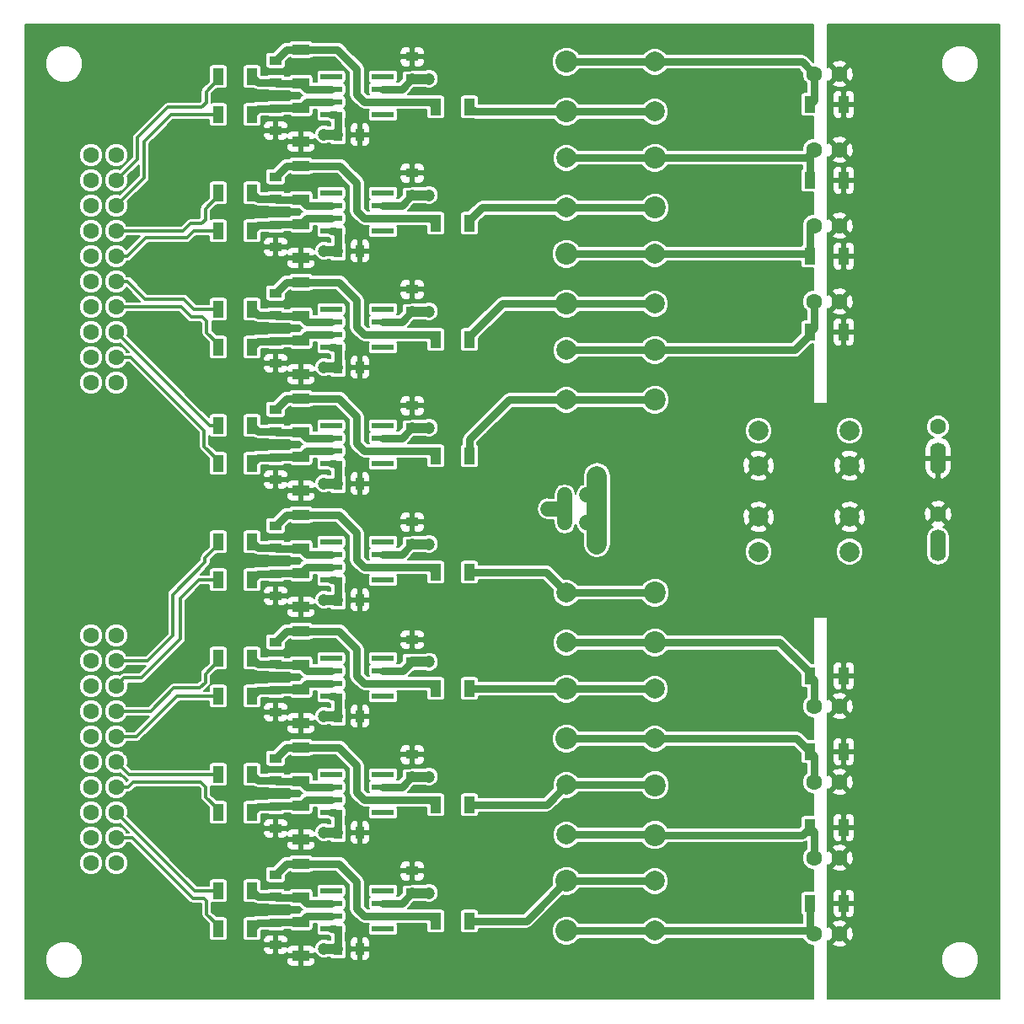
<source format=gtl>
G04 #@! TF.FileFunction,Copper,L1,Top,Signal*
%FSLAX46Y46*%
G04 Gerber Fmt 4.6, Leading zero omitted, Abs format (unit mm)*
G04 Created by KiCad (PCBNEW 4.0.1-stable) date 18/01/2016 20:35:10*
%MOMM*%
G01*
G04 APERTURE LIST*
%ADD10C,0.100000*%
%ADD11R,1.300000X0.900000*%
%ADD12C,2.000000*%
%ADD13C,2.200000*%
%ADD14C,1.600000*%
%ADD15O,1.600000X3.200000*%
%ADD16R,1.100000X1.700000*%
%ADD17R,1.700000X1.100000*%
%ADD18R,2.200000X0.600000*%
%ADD19R,0.900000X1.300000*%
%ADD20C,1.200000*%
%ADD21C,0.250000*%
%ADD22C,0.300000*%
%ADD23C,0.800000*%
%ADD24C,2.000000*%
%ADD25C,1.500000*%
%ADD26C,1.000000*%
%ADD27C,0.150000*%
G04 APERTURE END LIST*
D10*
D11*
X26238000Y58082000D03*
X26238000Y60282000D03*
X26238000Y69766000D03*
X26238000Y71966000D03*
X26238000Y93134000D03*
X26238000Y95334000D03*
X26238000Y67140000D03*
X26238000Y64940000D03*
X26238000Y78824000D03*
X26238000Y76624000D03*
D12*
X83896000Y58138000D03*
X83896000Y54638000D03*
X83896000Y49502000D03*
X83896000Y46002000D03*
X74752000Y58138000D03*
X74752000Y54638000D03*
X74752000Y49502000D03*
X74752000Y46002000D03*
D11*
X26238000Y90508000D03*
X26238000Y88308000D03*
X26238000Y55456000D03*
X26238000Y53256000D03*
X26238000Y81450000D03*
X26238000Y83650000D03*
D12*
X64338000Y90210000D03*
X64338000Y95210000D03*
D13*
X55448000Y90210000D03*
X55448000Y95210000D03*
D12*
X55448000Y80558000D03*
X55448000Y85558000D03*
D13*
X64338000Y80558000D03*
X64338000Y85558000D03*
D12*
X64338000Y70906000D03*
X64338000Y75906000D03*
D13*
X55448000Y70906000D03*
X55448000Y75906000D03*
D12*
X55448000Y61254000D03*
X55448000Y66254000D03*
D13*
X64338000Y61254000D03*
X64338000Y66254000D03*
D14*
X80340000Y93980000D03*
X82880000Y93980000D03*
X80340000Y86360000D03*
X82880000Y86360000D03*
X80340000Y78740000D03*
X82880000Y78740000D03*
X80340000Y71120000D03*
X82880000Y71120000D03*
X92786000Y58547000D03*
D15*
X92786000Y55372000D03*
D14*
X92786000Y49784000D03*
D15*
X92786000Y46609000D03*
D14*
X7696000Y85852000D03*
X10236000Y85852000D03*
X7696000Y83312000D03*
X10236000Y83312000D03*
X7696000Y80772000D03*
X10236000Y80772000D03*
X7696000Y78232000D03*
X10236000Y78232000D03*
X7696000Y75692000D03*
X10236000Y75692000D03*
X7696000Y73152000D03*
X10236000Y73152000D03*
X7696000Y70612000D03*
X10236000Y70612000D03*
X7696000Y68072000D03*
X10236000Y68072000D03*
X7696000Y65532000D03*
X10236000Y65532000D03*
X7696000Y62992000D03*
X10236000Y62992000D03*
D16*
X23874000Y89916000D03*
X20474000Y89916000D03*
X23874000Y93726000D03*
X20474000Y93726000D03*
X23874000Y78232000D03*
X20474000Y78232000D03*
X23874000Y82042000D03*
X20474000Y82042000D03*
X23874000Y66548000D03*
X20474000Y66548000D03*
X23874000Y70358000D03*
X20474000Y70358000D03*
X23874000Y54864000D03*
X20474000Y54864000D03*
X23874000Y58674000D03*
X20474000Y58674000D03*
D17*
X28778000Y87200000D03*
X28778000Y90600000D03*
X28778000Y75516000D03*
X28778000Y78916000D03*
X28778000Y63832000D03*
X28778000Y67232000D03*
X28778000Y52148000D03*
X28778000Y55548000D03*
X28778000Y96442000D03*
X28778000Y93042000D03*
X28778000Y84758000D03*
X28778000Y81358000D03*
X28778000Y73074000D03*
X28778000Y69674000D03*
X28778000Y61390000D03*
X28778000Y57990000D03*
D16*
X45718000Y90678000D03*
X42318000Y90678000D03*
X45718000Y78994000D03*
X42318000Y78994000D03*
X45718000Y67310000D03*
X42318000Y67310000D03*
X45718000Y55626000D03*
X42318000Y55626000D03*
X83310000Y90932000D03*
X79910000Y90932000D03*
X83310000Y83312000D03*
X79910000Y83312000D03*
X83310000Y75692000D03*
X79910000Y75692000D03*
X83310000Y68072000D03*
X79910000Y68072000D03*
D18*
X31826000Y93726000D03*
X31826000Y92456000D03*
X31826000Y91186000D03*
X31826000Y89916000D03*
X37026000Y89916000D03*
X37026000Y91186000D03*
X37026000Y92456000D03*
X37026000Y93726000D03*
X31826000Y82042000D03*
X31826000Y80772000D03*
X31826000Y79502000D03*
X31826000Y78232000D03*
X37026000Y78232000D03*
X37026000Y79502000D03*
X37026000Y80772000D03*
X37026000Y82042000D03*
X31826000Y70358000D03*
X31826000Y69088000D03*
X31826000Y67818000D03*
X31826000Y66548000D03*
X37026000Y66548000D03*
X37026000Y67818000D03*
X37026000Y69088000D03*
X37026000Y70358000D03*
X31826000Y58674000D03*
X31826000Y57404000D03*
X31826000Y56134000D03*
X31826000Y54864000D03*
X37026000Y54864000D03*
X37026000Y56134000D03*
X37026000Y57404000D03*
X37026000Y58674000D03*
D11*
X39954000Y93515000D03*
X39954000Y95715000D03*
D19*
X34704000Y87884000D03*
X32504000Y87884000D03*
D11*
X39954000Y81831000D03*
X39954000Y84031000D03*
X39954000Y70147000D03*
X39954000Y72347000D03*
X39954000Y58463000D03*
X39954000Y60663000D03*
D19*
X34704000Y76200000D03*
X32504000Y76200000D03*
X34704000Y64516000D03*
X32504000Y64516000D03*
X34704000Y52832000D03*
X32504000Y52832000D03*
D11*
X39954000Y11727000D03*
X39954000Y13927000D03*
X39954000Y23411000D03*
X39954000Y25611000D03*
X39954000Y34968000D03*
X39954000Y37168000D03*
D19*
X34704000Y6096000D03*
X32504000Y6096000D03*
X34704000Y17780000D03*
X32504000Y17780000D03*
X34704000Y29464000D03*
X32504000Y29464000D03*
D11*
X26238000Y43772000D03*
X26238000Y41572000D03*
X26238000Y32088000D03*
X26238000Y29888000D03*
X26238000Y20404000D03*
X26238000Y18204000D03*
X26238000Y8720000D03*
X26238000Y6520000D03*
X26238000Y46398000D03*
X26238000Y48598000D03*
X26238000Y34714000D03*
X26238000Y36914000D03*
X26238000Y23030000D03*
X26238000Y25230000D03*
X26238000Y11346000D03*
X26238000Y13546000D03*
X39954000Y46779000D03*
X39954000Y48979000D03*
D19*
X34704000Y41148000D03*
X32504000Y41148000D03*
D12*
X55448000Y41870000D03*
X55448000Y36870000D03*
D13*
X64338000Y41870000D03*
X64338000Y36870000D03*
D12*
X64338000Y32218000D03*
X64338000Y27218000D03*
D13*
X55448000Y32218000D03*
X55448000Y27218000D03*
D12*
X55448000Y22566000D03*
X55448000Y17566000D03*
D13*
X64338000Y22526000D03*
X64338000Y17526000D03*
D12*
X64338000Y12914000D03*
X64338000Y7914000D03*
D13*
X55448000Y12914000D03*
X55448000Y7914000D03*
D14*
X80340000Y30480000D03*
X82880000Y30480000D03*
X80340000Y22860000D03*
X82880000Y22860000D03*
X80340000Y15240000D03*
X82880000Y15240000D03*
X80340000Y7620000D03*
X82880000Y7620000D03*
X7696000Y37592000D03*
X10236000Y37592000D03*
X7696000Y35052000D03*
X10236000Y35052000D03*
X7696000Y32512000D03*
X10236000Y32512000D03*
X7696000Y29972000D03*
X10236000Y29972000D03*
X7696000Y27432000D03*
X10236000Y27432000D03*
X7696000Y24892000D03*
X10236000Y24892000D03*
X7696000Y22352000D03*
X10236000Y22352000D03*
X7696000Y19812000D03*
X10236000Y19812000D03*
X7696000Y17272000D03*
X10236000Y17272000D03*
X7696000Y14732000D03*
X10236000Y14732000D03*
D16*
X23874000Y43180000D03*
X20474000Y43180000D03*
X23874000Y46990000D03*
X20474000Y46990000D03*
X23874000Y31496000D03*
X20474000Y31496000D03*
X23874000Y35306000D03*
X20474000Y35306000D03*
X23874000Y19812000D03*
X20474000Y19812000D03*
X23874000Y23622000D03*
X20474000Y23622000D03*
X23874000Y8128000D03*
X20474000Y8128000D03*
X23874000Y11938000D03*
X20474000Y11938000D03*
D17*
X28778000Y40464000D03*
X28778000Y43864000D03*
X28778000Y28780000D03*
X28778000Y32180000D03*
X28778000Y17096000D03*
X28778000Y20496000D03*
X28778000Y5412000D03*
X28778000Y8812000D03*
X28778000Y49706000D03*
X28778000Y46306000D03*
X28778000Y38022000D03*
X28778000Y34622000D03*
X28778000Y26338000D03*
X28778000Y22938000D03*
X28778000Y14654000D03*
X28778000Y11254000D03*
D16*
X45718000Y43942000D03*
X42318000Y43942000D03*
X45718000Y32258000D03*
X42318000Y32258000D03*
X45718000Y20574000D03*
X42318000Y20574000D03*
X45718000Y8890000D03*
X42318000Y8890000D03*
X83310000Y33528000D03*
X79910000Y33528000D03*
X83310000Y25908000D03*
X79910000Y25908000D03*
X83310000Y18288000D03*
X79910000Y18288000D03*
X83310000Y10668000D03*
X79910000Y10668000D03*
D18*
X31826000Y46990000D03*
X31826000Y45720000D03*
X31826000Y44450000D03*
X31826000Y43180000D03*
X37026000Y43180000D03*
X37026000Y44450000D03*
X37026000Y45720000D03*
X37026000Y46990000D03*
X31826000Y35306000D03*
X31826000Y34036000D03*
X31826000Y32766000D03*
X31826000Y31496000D03*
X37026000Y31496000D03*
X37026000Y32766000D03*
X37026000Y34036000D03*
X37026000Y35306000D03*
X31826000Y23622000D03*
X31826000Y22352000D03*
X31826000Y21082000D03*
X31826000Y19812000D03*
X37026000Y19812000D03*
X37026000Y21082000D03*
X37026000Y22352000D03*
X37026000Y23622000D03*
X31826000Y11938000D03*
X31826000Y10668000D03*
X31826000Y9398000D03*
X31826000Y8128000D03*
X37026000Y8128000D03*
X37026000Y9398000D03*
X37026000Y10668000D03*
X37026000Y11938000D03*
D19*
X57488000Y48895000D03*
X55288000Y48895000D03*
X57488000Y51689000D03*
X55288000Y51689000D03*
D20*
X57734000Y57290000D03*
X14300000Y40005000D03*
X14300000Y9525000D03*
X16205000Y20320000D03*
X16205000Y26670000D03*
X18110000Y36195000D03*
X16840000Y88265000D03*
X10490000Y91440000D03*
X16840000Y80645000D03*
X16205000Y74295000D03*
X16205000Y66675000D03*
X14935000Y49530000D03*
X7315000Y49530000D03*
X21920000Y45085000D03*
X21920000Y10160000D03*
X21920000Y21590000D03*
X21920000Y33020000D03*
X21920000Y57150000D03*
X21920000Y68580000D03*
X21920000Y80010000D03*
X21920000Y91440000D03*
X47320000Y6350000D03*
X46050000Y16510000D03*
X46050000Y27940000D03*
X46050000Y39370000D03*
X47320000Y64770000D03*
X47320000Y74930000D03*
X47320000Y86360000D03*
X48590000Y92710000D03*
X60020000Y44450000D03*
X49860000Y57150000D03*
X60020000Y5080000D03*
X61290000Y10160000D03*
X60020000Y15240000D03*
X62560000Y20320000D03*
X60020000Y24130000D03*
X62560000Y29210000D03*
X60020000Y34290000D03*
X62560000Y39370000D03*
X60020000Y87630000D03*
X60020000Y77470000D03*
X60020000Y68580000D03*
X62560000Y63500000D03*
X62560000Y73660000D03*
X62560000Y82550000D03*
X62560000Y92710000D03*
X76530000Y90170000D03*
X76530000Y80010000D03*
X76530000Y71120000D03*
X76530000Y12700000D03*
X76530000Y21590000D03*
X76530000Y31750000D03*
X71450000Y39370000D03*
X71450000Y35560000D03*
X71450000Y29210000D03*
X71450000Y25400000D03*
X71450000Y19050000D03*
X71450000Y15240000D03*
X71450000Y10160000D03*
X71450000Y6350000D03*
X71450000Y63500000D03*
X71450000Y68580000D03*
X71450000Y73660000D03*
X71450000Y77470000D03*
X71450000Y83820000D03*
X71450000Y87630000D03*
X71450000Y92710000D03*
X32080000Y97790000D03*
X24460000Y97790000D03*
X16840000Y97790000D03*
X9220000Y97790000D03*
X1600000Y97790000D03*
X1600000Y91440000D03*
X1600000Y83820000D03*
X1600000Y76200000D03*
X1600000Y68580000D03*
X1600000Y60960000D03*
X1600000Y53340000D03*
X1600000Y45720000D03*
X1600000Y38100000D03*
X1600000Y30480000D03*
X1600000Y22860000D03*
X1600000Y15240000D03*
X1600000Y7620000D03*
X1600000Y10160000D03*
X1600000Y2540000D03*
X7950000Y2540000D03*
X13030000Y2540000D03*
X20650000Y2540000D03*
X28270000Y2540000D03*
X35890000Y2540000D03*
X43510000Y2540000D03*
X51130000Y2540000D03*
X60020000Y2540000D03*
X67640000Y2540000D03*
X75260000Y2540000D03*
X82880000Y2540000D03*
X85420000Y90170000D03*
X85420000Y82550000D03*
X85420000Y74930000D03*
X85420000Y67310000D03*
X85420000Y34290000D03*
X85420000Y26670000D03*
X85420000Y19050000D03*
X85420000Y11430000D03*
X90500000Y2540000D03*
X98120000Y2540000D03*
X98120000Y7620000D03*
X98120000Y15240000D03*
X98120000Y22860000D03*
X98120000Y30480000D03*
X98120000Y39370000D03*
X98120000Y48260000D03*
X98120000Y55880000D03*
X98120000Y64770000D03*
X98120000Y73660000D03*
X98120000Y81280000D03*
X98120000Y90170000D03*
X98120000Y97790000D03*
X86690000Y97790000D03*
X79070000Y97790000D03*
X71450000Y97790000D03*
X63830000Y97790000D03*
X56210000Y97790000D03*
X48590000Y97790000D03*
X39954000Y97917000D03*
X39954000Y38798500D03*
X38430000Y39687500D03*
X38430000Y41148000D03*
X39954000Y27241500D03*
X38430000Y27940000D03*
X38430000Y29464000D03*
X39954000Y15557500D03*
X38557000Y16065500D03*
X38557000Y17780000D03*
X38430000Y4254500D03*
X38430000Y6096000D03*
X23634500Y4318000D03*
X26238000Y4318000D03*
X23888500Y16256000D03*
X26238000Y16256000D03*
X24333000Y27940000D03*
X26238000Y27940000D03*
X24015500Y39560500D03*
X26238000Y39560500D03*
X24079000Y51181000D03*
X26238000Y51181000D03*
X24333000Y63182500D03*
X26238000Y63119000D03*
X24333000Y74803000D03*
X26238000Y74803000D03*
X39954000Y62230000D03*
X38684000Y63055500D03*
X38684000Y64516000D03*
X39954000Y74041000D03*
X38430000Y74485500D03*
X38430000Y76263500D03*
X39954000Y85725000D03*
X38366500Y86296500D03*
X38366500Y87884000D03*
X24333000Y86296500D03*
X26238000Y86296500D03*
X58534000Y53607000D03*
X58534000Y46749000D03*
X41643000Y11697000D03*
X41643000Y23381000D03*
X41643000Y34938000D03*
X41643000Y46749000D03*
X41643000Y58433000D03*
X41643000Y70117000D03*
X41643000Y81801000D03*
X41643000Y93485000D03*
X53594000Y50305000D03*
X31102000Y6109000D03*
X31102000Y17793000D03*
X31102000Y29477000D03*
X31102000Y41161000D03*
X31102000Y52845000D03*
X31102000Y64529000D03*
X31102000Y76213000D03*
X31102000Y87897000D03*
D21*
X38430000Y4254500D02*
X36715500Y2540000D01*
X36715500Y2540000D02*
X35890000Y2540000D01*
X92786000Y55372000D02*
X97612000Y55372000D01*
X97612000Y55372000D02*
X98120000Y55880000D01*
X57734000Y57290000D02*
X50000000Y57290000D01*
X50000000Y57290000D02*
X49860000Y57150000D01*
D22*
X14935000Y49530000D02*
X14935000Y40640000D01*
X14935000Y40640000D02*
X14300000Y40005000D01*
X23634500Y4318000D02*
X19507000Y4318000D01*
X19507000Y4318000D02*
X14300000Y9525000D01*
X23888500Y16256000D02*
X20269000Y16256000D01*
X20269000Y16256000D02*
X16205000Y20320000D01*
X24333000Y27940000D02*
X17475000Y27940000D01*
X17475000Y27940000D02*
X16205000Y26670000D01*
X24015500Y39560500D02*
X21475500Y39560500D01*
X21475500Y39560500D02*
X18110000Y36195000D01*
X16840000Y80645000D02*
X16840000Y88265000D01*
X24333000Y74803000D02*
X16713000Y74803000D01*
X16713000Y74803000D02*
X16205000Y74295000D01*
X24333000Y63182500D02*
X19697500Y63182500D01*
X19697500Y63182500D02*
X16205000Y66675000D01*
X24015500Y39560500D02*
X21920000Y41656000D01*
X21920000Y41656000D02*
X21920000Y45085000D01*
X23634500Y4318000D02*
X21920000Y6032500D01*
X21920000Y6032500D02*
X21920000Y10160000D01*
X23888500Y16256000D02*
X21920000Y18224500D01*
X21920000Y18224500D02*
X21920000Y21590000D01*
X24333000Y27940000D02*
X21920000Y30353000D01*
X21920000Y30353000D02*
X21920000Y33020000D01*
X24079000Y51181000D02*
X21920000Y53340000D01*
X21920000Y53340000D02*
X21920000Y57150000D01*
X24333000Y63182500D02*
X21920000Y65595500D01*
X21920000Y65595500D02*
X21920000Y68580000D01*
X24333000Y74803000D02*
X21920000Y77216000D01*
X21920000Y77216000D02*
X21920000Y80010000D01*
X24333000Y86296500D02*
X21920000Y88709500D01*
X21920000Y88709500D02*
X21920000Y91440000D01*
X60020000Y24130000D02*
X49860000Y24130000D01*
X49860000Y24130000D02*
X46050000Y27940000D01*
X60020000Y34290000D02*
X51130000Y34290000D01*
X51130000Y34290000D02*
X46050000Y39370000D01*
X62560000Y63500000D02*
X48590000Y63500000D01*
X48590000Y63500000D02*
X47320000Y64770000D01*
X62560000Y73660000D02*
X48590000Y73660000D01*
X48590000Y73660000D02*
X47320000Y74930000D01*
X62560000Y82550000D02*
X51130000Y82550000D01*
X51130000Y82550000D02*
X47320000Y86360000D01*
X62560000Y92710000D02*
X48590000Y92710000D01*
X71450000Y6350000D02*
X61290000Y6350000D01*
X61290000Y6350000D02*
X60020000Y5080000D01*
X71450000Y10160000D02*
X61290000Y10160000D01*
X71450000Y15240000D02*
X60020000Y15240000D01*
X71450000Y19050000D02*
X70180000Y20320000D01*
X70180000Y20320000D02*
X62560000Y20320000D01*
X71450000Y25400000D02*
X61290000Y25400000D01*
X61290000Y25400000D02*
X60020000Y24130000D01*
X71450000Y29210000D02*
X62560000Y29210000D01*
X71450000Y35560000D02*
X70850001Y34960001D01*
X70850001Y34960001D02*
X60690001Y34960001D01*
X60690001Y34960001D02*
X60020000Y34290000D01*
X71450000Y39370000D02*
X62560000Y39370000D01*
X71450000Y87630000D02*
X60020000Y87630000D01*
X71450000Y77470000D02*
X60020000Y77470000D01*
X71450000Y68580000D02*
X60020000Y68580000D01*
X71450000Y63500000D02*
X62560000Y63500000D01*
X71450000Y73660000D02*
X62560000Y73660000D01*
X71450000Y83820000D02*
X63830000Y83820000D01*
X63830000Y83820000D02*
X62560000Y82550000D01*
X71450000Y92710000D02*
X62560000Y92710000D01*
X71450000Y87630000D02*
X73990000Y87630000D01*
X73990000Y87630000D02*
X76530000Y90170000D01*
X71450000Y77470000D02*
X73990000Y77470000D01*
X73990000Y77470000D02*
X76530000Y80010000D01*
X71450000Y68580000D02*
X73990000Y68580000D01*
X73990000Y68580000D02*
X76530000Y71120000D01*
X71450000Y10160000D02*
X73990000Y10160000D01*
X73990000Y10160000D02*
X76530000Y12700000D01*
X71450000Y19050000D02*
X73990000Y19050000D01*
X73990000Y19050000D02*
X76530000Y21590000D01*
X71450000Y29210000D02*
X73990000Y29210000D01*
X73990000Y29210000D02*
X76530000Y31750000D01*
X71450000Y29210000D02*
X71450000Y35560000D01*
X71450000Y19050000D02*
X71450000Y25400000D01*
X71450000Y10160000D02*
X71450000Y15240000D01*
X67640000Y2540000D02*
X71450000Y6350000D01*
X71450000Y73660000D02*
X71450000Y68580000D01*
X71450000Y83820000D02*
X71450000Y77470000D01*
X71450000Y92710000D02*
X71450000Y87630000D01*
X16840000Y97790000D02*
X24460000Y97790000D01*
X1600000Y97790000D02*
X9220000Y97790000D01*
X1600000Y83820000D02*
X1600000Y91440000D01*
X1600000Y68580000D02*
X1600000Y76200000D01*
X1600000Y53340000D02*
X1600000Y60960000D01*
X1600000Y38100000D02*
X1600000Y45720000D01*
X1600000Y22860000D02*
X1600000Y30480000D01*
X1600000Y7620000D02*
X1600000Y15240000D01*
X1600000Y2540000D02*
X1600000Y10160000D01*
X13030000Y2540000D02*
X7950000Y2540000D01*
X28270000Y2540000D02*
X20650000Y2540000D01*
X43510000Y2540000D02*
X35890000Y2540000D01*
X60020000Y2540000D02*
X51130000Y2540000D01*
X83310000Y90932000D02*
X84658000Y90932000D01*
X84658000Y90932000D02*
X85420000Y90170000D01*
X83310000Y83312000D02*
X84658000Y83312000D01*
X84658000Y83312000D02*
X85420000Y82550000D01*
X83310000Y75692000D02*
X84658000Y75692000D01*
X84658000Y75692000D02*
X85420000Y74930000D01*
X83310000Y68072000D02*
X84658000Y68072000D01*
X84658000Y68072000D02*
X85420000Y67310000D01*
X83310000Y33528000D02*
X84658000Y33528000D01*
X84658000Y33528000D02*
X85420000Y34290000D01*
X83310000Y25908000D02*
X84658000Y25908000D01*
X84658000Y25908000D02*
X85420000Y26670000D01*
X83310000Y18288000D02*
X84658000Y18288000D01*
X84658000Y18288000D02*
X85420000Y19050000D01*
X83310000Y10668000D02*
X84658000Y10668000D01*
X84658000Y10668000D02*
X85420000Y11430000D01*
X98120000Y7620000D02*
X98120000Y2540000D01*
X98120000Y22860000D02*
X98120000Y15240000D01*
X98120000Y39370000D02*
X98120000Y30480000D01*
X98120000Y55880000D02*
X98120000Y48260000D01*
X98120000Y73660000D02*
X98120000Y64770000D01*
X98120000Y90170000D02*
X98120000Y81280000D01*
X86690000Y97790000D02*
X98120000Y97790000D01*
X71450000Y97790000D02*
X79070000Y97790000D01*
X56210000Y97790000D02*
X63830000Y97790000D01*
X39954000Y97917000D02*
X48463000Y97917000D01*
X48463000Y97917000D02*
X48590000Y97790000D01*
X39954000Y95715000D02*
X39954000Y97917000D01*
X38430000Y39687500D02*
X39065000Y39687500D01*
X39065000Y39687500D02*
X39954000Y38798500D01*
X34704000Y41148000D02*
X38430000Y41148000D01*
X38430000Y27940000D02*
X39255500Y27940000D01*
X39255500Y27940000D02*
X39954000Y27241500D01*
X34704000Y29464000D02*
X38430000Y29464000D01*
X38557000Y16065500D02*
X39446000Y16065500D01*
X39446000Y16065500D02*
X39954000Y15557500D01*
X34704000Y17780000D02*
X38557000Y17780000D01*
X34704000Y6096000D02*
X38430000Y6096000D01*
X26238000Y6520000D02*
X26238000Y4318000D01*
X26238000Y18204000D02*
X26238000Y16256000D01*
X26238000Y29888000D02*
X26238000Y27940000D01*
X26238000Y41572000D02*
X26238000Y39560500D01*
X26238000Y53256000D02*
X26238000Y51181000D01*
X26238000Y64940000D02*
X26238000Y63119000D01*
X26238000Y76624000D02*
X26238000Y74803000D01*
X38684000Y63055500D02*
X39128500Y63055500D01*
X39128500Y63055500D02*
X39954000Y62230000D01*
X34704000Y64516000D02*
X38684000Y64516000D01*
X38430000Y74485500D02*
X39509500Y74485500D01*
X39509500Y74485500D02*
X39954000Y74041000D01*
X34704000Y76200000D02*
X38366500Y76200000D01*
X38366500Y76200000D02*
X38430000Y76263500D01*
X38366500Y86296500D02*
X39382500Y86296500D01*
X39382500Y86296500D02*
X39954000Y85725000D01*
X34704000Y87884000D02*
X38366500Y87884000D01*
X26238000Y86296500D02*
X24333000Y86296500D01*
X26238000Y88308000D02*
X26238000Y86296500D01*
D23*
X26238000Y90508000D02*
X24466000Y90508000D01*
X24466000Y90508000D02*
X23874000Y89916000D01*
X28778000Y90600000D02*
X26330000Y90600000D01*
X26330000Y90600000D02*
X26238000Y90508000D01*
X31826000Y91186000D02*
X29364000Y91186000D01*
X29364000Y91186000D02*
X28778000Y90600000D01*
X26238000Y78824000D02*
X24466000Y78824000D01*
X24466000Y78824000D02*
X23874000Y78232000D01*
X28778000Y78916000D02*
X26330000Y78916000D01*
X26330000Y78916000D02*
X26238000Y78824000D01*
X31826000Y79502000D02*
X29364000Y79502000D01*
X29364000Y79502000D02*
X28778000Y78916000D01*
X55448000Y90210000D02*
X46186000Y90210000D01*
X46186000Y90210000D02*
X45718000Y90678000D01*
X55448000Y90210000D02*
X64338000Y90210000D01*
X55448000Y80558000D02*
X48386800Y80558000D01*
X46982000Y80558000D02*
X48386800Y80558000D01*
X45718000Y78994000D02*
X45718000Y79294000D01*
X45718000Y79294000D02*
X46982000Y80558000D01*
X55448000Y80558000D02*
X64338000Y80558000D01*
X45718000Y67310000D02*
X45718000Y67610000D01*
X45718000Y67610000D02*
X49014000Y70906000D01*
X53892366Y70906000D02*
X55448000Y70906000D01*
X49014000Y70906000D02*
X53892366Y70906000D01*
X55448000Y70906000D02*
X64338000Y70906000D01*
X79910000Y75692000D02*
X79910000Y78310000D01*
X79910000Y78310000D02*
X80340000Y78740000D01*
X64338000Y75906000D02*
X79696000Y75906000D01*
X79696000Y75906000D02*
X79910000Y75692000D01*
X55448000Y75906000D02*
X57003634Y75906000D01*
X57003634Y75906000D02*
X64338000Y75906000D01*
X45718000Y55626000D02*
X45718000Y57276000D01*
X45718000Y57276000D02*
X49696000Y61254000D01*
X49696000Y61254000D02*
X54033787Y61254000D01*
X54033787Y61254000D02*
X55448000Y61254000D01*
X55448000Y61254000D02*
X64338000Y61254000D01*
X80340000Y71120000D02*
X80340000Y68502000D01*
X80340000Y68502000D02*
X79910000Y68072000D01*
X64338000Y66254000D02*
X78392000Y66254000D01*
X78392000Y66254000D02*
X79910000Y67772000D01*
X79910000Y67772000D02*
X79910000Y68072000D01*
X55448000Y66254000D02*
X64338000Y66254000D01*
X26238000Y23030000D02*
X24466000Y23030000D01*
X24466000Y23030000D02*
X23874000Y23622000D01*
X28778000Y22938000D02*
X26330000Y22938000D01*
X26330000Y22938000D02*
X26238000Y23030000D01*
X31826000Y22352000D02*
X29364000Y22352000D01*
X29364000Y22352000D02*
X28778000Y22938000D01*
X37026000Y21082000D02*
X41810000Y21082000D01*
X41810000Y21082000D02*
X42318000Y20574000D01*
X28778000Y26338000D02*
X27346000Y26338000D01*
X27346000Y26338000D02*
X26238000Y25230000D01*
X37026000Y21082000D02*
X35126000Y21082000D01*
X35126000Y21082000D02*
X34404000Y21804000D01*
X34404000Y21804000D02*
X34404000Y24524000D01*
X32590000Y26338000D02*
X34404000Y24524000D01*
X28778000Y26338000D02*
X32590000Y26338000D01*
D22*
X10236000Y83312000D02*
X12356800Y85432800D01*
X12356800Y87592200D02*
X15391800Y90627200D01*
X19265600Y91072000D02*
X19265600Y92217600D01*
X12356800Y85432800D02*
X12356800Y87592200D01*
X15391800Y90627200D02*
X18820800Y90627200D01*
X18820800Y90627200D02*
X19265600Y91072000D01*
X19265600Y92217600D02*
X20474000Y93426000D01*
X20474000Y93426000D02*
X20474000Y93726000D01*
X19837200Y89916000D02*
X20474000Y89916000D01*
X15722000Y89916000D02*
X19837200Y89916000D01*
X13042600Y87236600D02*
X15722000Y89916000D01*
X13042600Y83578600D02*
X13042600Y87236600D01*
X10236000Y80772000D02*
X13042600Y83578600D01*
X19173800Y80441800D02*
X20474000Y81742000D01*
X18770000Y78943200D02*
X19173800Y79347000D01*
X19173800Y79347000D02*
X19173800Y80441800D01*
X16964000Y78232000D02*
X17675200Y78943200D01*
X17675200Y78943200D02*
X18770000Y78943200D01*
X10236000Y78232000D02*
X16964000Y78232000D01*
X20474000Y81742000D02*
X20474000Y82042000D01*
X17309800Y77559200D02*
X17982600Y78232000D01*
X17982600Y78232000D02*
X20474000Y78232000D01*
X13234570Y77559200D02*
X17309800Y77559200D01*
X10236000Y75692000D02*
X11367370Y75692000D01*
X11367370Y75692000D02*
X13234570Y77559200D01*
X17005000Y71387000D02*
X18034000Y70358000D01*
X18034000Y70358000D02*
X20474000Y70358000D01*
X13132370Y71387000D02*
X17005000Y71387000D01*
X11367370Y73152000D02*
X13132370Y71387000D01*
X11367370Y73152000D02*
X10236000Y73152000D01*
X10236000Y70612000D02*
X16738600Y70612000D01*
X16738600Y70612000D02*
X16738600Y70583400D01*
X16738600Y70583400D02*
X17738400Y69583600D01*
X18910000Y69583600D02*
X19329200Y69164400D01*
X17738400Y69583600D02*
X18910000Y69583600D01*
X19329200Y69164400D02*
X19329200Y67992800D01*
X19329200Y67992800D02*
X20474000Y66848000D01*
X20474000Y66848000D02*
X20474000Y66548000D01*
X10236000Y68072000D02*
X19634000Y58674000D01*
X19634000Y58674000D02*
X20474000Y58674000D01*
X20474000Y54864000D02*
X20474000Y55164000D01*
X20474000Y55164000D02*
X19063570Y56574430D01*
X19063570Y56574430D02*
X19063570Y58177830D01*
X19063570Y58177830D02*
X11709400Y65532000D01*
X11709400Y65532000D02*
X10236000Y65532000D01*
X15887400Y37554200D02*
X15887400Y41669000D01*
X19164000Y44945600D02*
X19164000Y45380000D01*
X19164000Y45380000D02*
X20474000Y46690000D01*
X20474000Y46690000D02*
X20474000Y46990000D01*
X15887400Y41669000D02*
X19164000Y44945600D01*
X13385200Y35052000D02*
X15887400Y37554200D01*
X10236000Y35052000D02*
X13385200Y35052000D01*
X16649400Y37224000D02*
X16649400Y41313400D01*
X16649400Y41313400D02*
X18516000Y43180000D01*
X18516000Y43180000D02*
X20474000Y43180000D01*
X12737399Y33311999D02*
X16649400Y37224000D01*
X10236000Y32512000D02*
X11035999Y33311999D01*
X11035999Y33311999D02*
X12737399Y33311999D01*
X19189400Y32880600D02*
X19189400Y33721400D01*
X19189400Y33721400D02*
X20474000Y35006000D01*
X20474000Y35006000D02*
X20474000Y35306000D01*
X18605200Y32296400D02*
X19189400Y32880600D01*
X15989000Y32296400D02*
X18605200Y32296400D01*
X13664600Y29972000D02*
X15989000Y32296400D01*
X10236000Y29972000D02*
X13664600Y29972000D01*
X12267600Y27432000D02*
X16331600Y31496000D01*
X16331600Y31496000D02*
X20474000Y31496000D01*
X10236000Y27432000D02*
X12267600Y27432000D01*
X10236000Y24892000D02*
X11506000Y23622000D01*
X11506000Y23622000D02*
X20474000Y23622000D01*
X19224600Y21361400D02*
X20474000Y20112000D01*
X18732200Y22847600D02*
X19224600Y22355200D01*
X19224600Y22355200D02*
X19224600Y21361400D01*
X11925000Y22847600D02*
X18732200Y22847600D01*
X11429400Y22352000D02*
X11925000Y22847600D01*
X10236000Y22352000D02*
X11429400Y22352000D01*
X20474000Y20112000D02*
X20474000Y19812000D01*
X10236000Y19812000D02*
X18110000Y11938000D01*
X18110000Y11938000D02*
X20474000Y11938000D01*
X20474000Y8128000D02*
X20474000Y8428000D01*
X19316400Y9585600D02*
X19316400Y10884200D01*
X20474000Y8428000D02*
X19316400Y9585600D01*
X19316400Y10884200D02*
X19011600Y11189000D01*
X19011600Y11189000D02*
X17919400Y11189000D01*
X17919400Y11189000D02*
X11836400Y17272000D01*
X11836400Y17272000D02*
X10236000Y17272000D01*
D23*
X26238000Y67140000D02*
X24466000Y67140000D01*
X24466000Y67140000D02*
X23874000Y66548000D01*
X28778000Y67232000D02*
X26330000Y67232000D01*
X26330000Y67232000D02*
X26238000Y67140000D01*
X31826000Y67818000D02*
X29364000Y67818000D01*
X29364000Y67818000D02*
X28778000Y67232000D01*
X26238000Y55456000D02*
X24466000Y55456000D01*
X24466000Y55456000D02*
X23874000Y54864000D01*
X28778000Y55548000D02*
X26330000Y55548000D01*
X26330000Y55548000D02*
X26238000Y55456000D01*
X31826000Y56134000D02*
X29364000Y56134000D01*
X29364000Y56134000D02*
X28778000Y55548000D01*
X26238000Y93134000D02*
X24466000Y93134000D01*
X24466000Y93134000D02*
X23874000Y93726000D01*
X28778000Y93042000D02*
X26330000Y93042000D01*
X26330000Y93042000D02*
X26238000Y93134000D01*
X31826000Y92456000D02*
X29364000Y92456000D01*
X29364000Y92456000D02*
X28778000Y93042000D01*
X37026000Y91186000D02*
X41810000Y91186000D01*
X41810000Y91186000D02*
X42318000Y90678000D01*
X28778000Y96442000D02*
X32450000Y96442000D01*
X32450000Y96442000D02*
X34404000Y94488000D01*
X34404000Y94488000D02*
X34404000Y91908000D01*
X34404000Y91908000D02*
X35126000Y91186000D01*
X35126000Y91186000D02*
X37026000Y91186000D01*
X28778000Y96442000D02*
X27346000Y96442000D01*
X27346000Y96442000D02*
X26238000Y95334000D01*
X26238000Y81450000D02*
X24466000Y81450000D01*
X24466000Y81450000D02*
X23874000Y82042000D01*
X28778000Y81358000D02*
X26330000Y81358000D01*
X26330000Y81358000D02*
X26238000Y81450000D01*
X31826000Y80772000D02*
X29364000Y80772000D01*
X29364000Y80772000D02*
X28778000Y81358000D01*
X37026000Y79502000D02*
X41810000Y79502000D01*
X41810000Y79502000D02*
X42318000Y78994000D01*
X28778000Y84758000D02*
X32704000Y84758000D01*
X34404000Y80224000D02*
X35126000Y79502000D01*
X32704000Y84758000D02*
X34404000Y83058000D01*
X34404000Y83058000D02*
X34404000Y80224000D01*
X35126000Y79502000D02*
X37026000Y79502000D01*
X28778000Y84758000D02*
X27346000Y84758000D01*
X27346000Y84758000D02*
X26238000Y83650000D01*
X26238000Y69766000D02*
X24466000Y69766000D01*
X24466000Y69766000D02*
X23874000Y70358000D01*
X28778000Y69674000D02*
X26330000Y69674000D01*
X26330000Y69674000D02*
X26238000Y69766000D01*
X31826000Y69088000D02*
X29364000Y69088000D01*
X29364000Y69088000D02*
X28778000Y69674000D01*
X37026000Y67818000D02*
X41810000Y67818000D01*
X41810000Y67818000D02*
X42318000Y67310000D01*
X28778000Y73074000D02*
X27346000Y73074000D01*
X27346000Y73074000D02*
X26238000Y71966000D01*
X32590000Y73074000D02*
X34404000Y71260000D01*
X34404000Y71260000D02*
X34404000Y68540000D01*
X28778000Y73074000D02*
X32590000Y73074000D01*
X37026000Y67818000D02*
X35126000Y67818000D01*
X35126000Y67818000D02*
X34404000Y68540000D01*
X26238000Y58082000D02*
X24466000Y58082000D01*
X24466000Y58082000D02*
X23874000Y58674000D01*
X28778000Y57990000D02*
X26330000Y57990000D01*
X26330000Y57990000D02*
X26238000Y58082000D01*
X31826000Y57404000D02*
X29364000Y57404000D01*
X29364000Y57404000D02*
X28778000Y57990000D01*
X37026000Y56134000D02*
X41810000Y56134000D01*
X41810000Y56134000D02*
X42318000Y55626000D01*
X28778000Y61390000D02*
X27346000Y61390000D01*
X27346000Y61390000D02*
X26238000Y60282000D01*
X32590000Y61390000D02*
X34404000Y59576000D01*
X34404000Y59576000D02*
X34404000Y56856000D01*
X28778000Y61390000D02*
X32590000Y61390000D01*
X37026000Y56134000D02*
X35126000Y56134000D01*
X35126000Y56134000D02*
X34404000Y56856000D01*
X80340000Y93980000D02*
X80340000Y91362000D01*
X80340000Y91362000D02*
X79910000Y90932000D01*
X64338000Y95210000D02*
X79110000Y95210000D01*
X79110000Y95210000D02*
X80340000Y93980000D01*
X55448000Y95210000D02*
X64338000Y95210000D01*
X79910000Y83312000D02*
X79910000Y85930000D01*
X79910000Y85930000D02*
X80340000Y86360000D01*
X64338000Y85558000D02*
X79538000Y85558000D01*
X79538000Y85558000D02*
X80340000Y86360000D01*
X55448000Y85558000D02*
X64338000Y85558000D01*
X26238000Y43772000D02*
X24466000Y43772000D01*
X24466000Y43772000D02*
X23874000Y43180000D01*
X28778000Y43864000D02*
X26330000Y43864000D01*
X26330000Y43864000D02*
X26238000Y43772000D01*
X31826000Y44450000D02*
X29364000Y44450000D01*
X29364000Y44450000D02*
X28778000Y43864000D01*
X26238000Y32088000D02*
X24466000Y32088000D01*
X24466000Y32088000D02*
X23874000Y31496000D01*
X28778000Y32180000D02*
X26330000Y32180000D01*
X26330000Y32180000D02*
X26238000Y32088000D01*
X31826000Y32766000D02*
X29364000Y32766000D01*
X29364000Y32766000D02*
X28778000Y32180000D01*
X26238000Y20404000D02*
X24466000Y20404000D01*
X24466000Y20404000D02*
X23874000Y19812000D01*
X28778000Y20496000D02*
X26330000Y20496000D01*
X26330000Y20496000D02*
X26238000Y20404000D01*
X31826000Y21082000D02*
X29364000Y21082000D01*
X29364000Y21082000D02*
X28778000Y20496000D01*
X26238000Y8720000D02*
X24466000Y8720000D01*
X24466000Y8720000D02*
X23874000Y8128000D01*
X28778000Y8812000D02*
X26330000Y8812000D01*
X26330000Y8812000D02*
X26238000Y8720000D01*
X31826000Y9398000D02*
X29364000Y9398000D01*
X29364000Y9398000D02*
X28778000Y8812000D01*
X26238000Y46398000D02*
X24466000Y46398000D01*
X24466000Y46398000D02*
X23874000Y46990000D01*
X28778000Y46306000D02*
X26330000Y46306000D01*
X26330000Y46306000D02*
X26238000Y46398000D01*
X31826000Y45720000D02*
X29364000Y45720000D01*
X29364000Y45720000D02*
X28778000Y46306000D01*
X37026000Y44450000D02*
X41810000Y44450000D01*
X41810000Y44450000D02*
X42318000Y43942000D01*
X28778000Y49706000D02*
X27346000Y49706000D01*
X27346000Y49706000D02*
X26238000Y48598000D01*
X32590000Y49706000D02*
X34404000Y47892000D01*
X34404000Y47892000D02*
X34404000Y45172000D01*
X28778000Y49706000D02*
X32590000Y49706000D01*
X37026000Y44450000D02*
X35126000Y44450000D01*
X35126000Y44450000D02*
X34404000Y45172000D01*
X26238000Y34714000D02*
X24466000Y34714000D01*
X24466000Y34714000D02*
X23874000Y35306000D01*
X28778000Y34622000D02*
X26330000Y34622000D01*
X26330000Y34622000D02*
X26238000Y34714000D01*
X31826000Y34036000D02*
X29364000Y34036000D01*
X29364000Y34036000D02*
X28778000Y34622000D01*
X37026000Y32766000D02*
X41810000Y32766000D01*
X41810000Y32766000D02*
X42318000Y32258000D01*
X28778000Y38022000D02*
X27346000Y38022000D01*
X27346000Y38022000D02*
X26238000Y36914000D01*
X37026000Y32766000D02*
X35126000Y32766000D01*
X35126000Y32766000D02*
X34404000Y33488000D01*
X34404000Y33488000D02*
X34404000Y36208000D01*
X32590000Y38022000D02*
X34404000Y36208000D01*
X28778000Y38022000D02*
X32590000Y38022000D01*
X26238000Y11346000D02*
X24466000Y11346000D01*
X24466000Y11346000D02*
X23874000Y11938000D01*
X28778000Y11254000D02*
X26330000Y11254000D01*
X26330000Y11254000D02*
X26238000Y11346000D01*
X31826000Y10668000D02*
X29364000Y10668000D01*
X29364000Y10668000D02*
X28778000Y11254000D01*
X37026000Y9398000D02*
X41810000Y9398000D01*
X41810000Y9398000D02*
X42318000Y8890000D01*
X28778000Y14654000D02*
X27346000Y14654000D01*
X27346000Y14654000D02*
X26238000Y13546000D01*
X34404000Y10120000D02*
X34404000Y12840000D01*
X34404000Y12840000D02*
X32590000Y14654000D01*
X37026000Y9398000D02*
X35126000Y9398000D01*
X35126000Y9398000D02*
X34404000Y10120000D01*
X28778000Y14654000D02*
X32590000Y14654000D01*
X55448000Y41870000D02*
X56862213Y41870000D01*
X56862213Y41870000D02*
X64338000Y41870000D01*
X45718000Y43942000D02*
X53376000Y43942000D01*
X53376000Y43942000D02*
X55448000Y41870000D01*
X80340000Y30480000D02*
X80340000Y33098000D01*
X80340000Y33098000D02*
X79910000Y33528000D01*
X64338000Y36870000D02*
X76868000Y36870000D01*
X76868000Y36870000D02*
X79910000Y33828000D01*
X79910000Y33828000D02*
X79910000Y33528000D01*
X55448000Y36870000D02*
X64338000Y36870000D01*
X55448000Y32218000D02*
X57003634Y32218000D01*
X57003634Y32218000D02*
X64338000Y32218000D01*
X45718000Y32258000D02*
X55408000Y32258000D01*
X55408000Y32258000D02*
X55448000Y32218000D01*
X64338000Y27218000D02*
X78600000Y27218000D01*
X78600000Y27218000D02*
X79910000Y25908000D01*
X80340000Y22860000D02*
X80340000Y25478000D01*
X80340000Y25478000D02*
X79910000Y25908000D01*
X55448000Y27218000D02*
X64338000Y27218000D01*
X55448000Y22566000D02*
X64298000Y22566000D01*
X64298000Y22566000D02*
X64338000Y22526000D01*
X45718000Y20574000D02*
X53456000Y20574000D01*
X53456000Y20574000D02*
X55448000Y22566000D01*
X80340000Y15240000D02*
X80340000Y17858000D01*
X80340000Y17858000D02*
X79910000Y18288000D01*
X64338000Y17526000D02*
X79148000Y17526000D01*
X79148000Y17526000D02*
X79910000Y18288000D01*
X55448000Y17566000D02*
X64298000Y17566000D01*
X64298000Y17566000D02*
X64338000Y17526000D01*
X55448000Y12914000D02*
X57003634Y12914000D01*
X57003634Y12914000D02*
X64338000Y12914000D01*
X45718000Y8890000D02*
X51424000Y8890000D01*
X51424000Y8890000D02*
X55448000Y12914000D01*
X79910000Y10668000D02*
X79910000Y8050000D01*
X79910000Y8050000D02*
X80340000Y7620000D01*
X64338000Y7914000D02*
X80046000Y7914000D01*
X80046000Y7914000D02*
X80340000Y7620000D01*
X55448000Y7914000D02*
X64338000Y7914000D01*
D24*
X58534000Y51435000D02*
X58534000Y48895000D01*
X58534000Y48895000D02*
X58534000Y46749000D01*
D25*
X57488000Y48895000D02*
X58534000Y48895000D01*
D24*
X58534000Y53607000D02*
X58534000Y51435000D01*
D25*
X57488000Y51689000D02*
X58280000Y51689000D01*
X58280000Y51689000D02*
X58534000Y51435000D01*
D26*
X41643000Y11697000D02*
X39984000Y11697000D01*
X39984000Y11697000D02*
X39954000Y11727000D01*
X41643000Y23381000D02*
X39984000Y23381000D01*
X39984000Y23381000D02*
X39954000Y23411000D01*
X41643000Y34938000D02*
X39984000Y34938000D01*
X39984000Y34938000D02*
X39954000Y34968000D01*
X41643000Y46749000D02*
X39984000Y46749000D01*
X39984000Y46749000D02*
X39954000Y46779000D01*
X41643000Y58433000D02*
X39984000Y58433000D01*
X39984000Y58433000D02*
X39954000Y58463000D01*
X41643000Y70117000D02*
X39984000Y70117000D01*
X39984000Y70117000D02*
X39954000Y70147000D01*
X41643000Y81801000D02*
X39984000Y81801000D01*
X39984000Y81801000D02*
X39954000Y81831000D01*
X41643000Y93485000D02*
X39984000Y93485000D01*
X39984000Y93485000D02*
X39954000Y93515000D01*
D23*
X37026000Y10668000D02*
X38895000Y10668000D01*
X38895000Y10668000D02*
X39954000Y11727000D01*
X37026000Y22352000D02*
X38895000Y22352000D01*
X38895000Y22352000D02*
X39954000Y23411000D01*
X37026000Y34036000D02*
X39022000Y34036000D01*
X39022000Y34036000D02*
X39954000Y34968000D01*
X37026000Y45720000D02*
X38895000Y45720000D01*
X38895000Y45720000D02*
X39954000Y46779000D01*
X37026000Y57404000D02*
X38895000Y57404000D01*
X38895000Y57404000D02*
X39954000Y58463000D01*
X37026000Y69088000D02*
X38895000Y69088000D01*
X38895000Y69088000D02*
X39954000Y70147000D01*
X37026000Y80772000D02*
X38895000Y80772000D01*
X38895000Y80772000D02*
X39954000Y81831000D01*
X39954000Y93515000D02*
X38895000Y92456000D01*
X38895000Y92456000D02*
X37026000Y92456000D01*
D25*
X55288000Y50292000D02*
X55288000Y48895000D01*
X55288000Y50292000D02*
X53607000Y50292000D01*
X55288000Y51689000D02*
X55288000Y50292000D01*
X53607000Y50292000D02*
X53594000Y50305000D01*
D26*
X31102000Y6109000D02*
X32491000Y6109000D01*
X32491000Y6109000D02*
X32504000Y6096000D01*
X31102000Y17793000D02*
X32491000Y17793000D01*
X32491000Y17793000D02*
X32504000Y17780000D01*
X31102000Y29477000D02*
X32491000Y29477000D01*
X32491000Y29477000D02*
X32504000Y29464000D01*
X31102000Y41161000D02*
X32491000Y41161000D01*
X32491000Y41161000D02*
X32504000Y41148000D01*
X31102000Y52845000D02*
X32491000Y52845000D01*
X32491000Y52845000D02*
X32504000Y52832000D01*
X31102000Y64529000D02*
X32491000Y64529000D01*
X32491000Y64529000D02*
X32504000Y64516000D01*
X31102000Y76213000D02*
X32491000Y76213000D01*
X32491000Y76213000D02*
X32504000Y76200000D01*
X31102000Y87897000D02*
X32491000Y87897000D01*
X32491000Y87897000D02*
X32504000Y87884000D01*
D23*
X32131000Y8128000D02*
X32504000Y7755000D01*
X32504000Y7755000D02*
X32504000Y6096000D01*
X31826000Y8128000D02*
X32131000Y8128000D01*
X32131000Y19812000D02*
X32504000Y19439000D01*
X32504000Y19439000D02*
X32504000Y17780000D01*
X31826000Y19812000D02*
X32131000Y19812000D01*
X32131000Y31496000D02*
X32504000Y31123000D01*
X32504000Y31123000D02*
X32504000Y29464000D01*
X31826000Y31496000D02*
X32131000Y31496000D01*
X32131000Y43180000D02*
X32504000Y42807000D01*
X32504000Y42807000D02*
X32504000Y41148000D01*
X31826000Y43180000D02*
X32131000Y43180000D01*
X32131000Y54864000D02*
X32504000Y54491000D01*
X32504000Y54491000D02*
X32504000Y52832000D01*
X31826000Y54864000D02*
X32131000Y54864000D01*
X32131000Y66548000D02*
X32504000Y66175000D01*
X32504000Y66175000D02*
X32504000Y64516000D01*
X31826000Y66548000D02*
X32131000Y66548000D01*
X32131000Y78232000D02*
X32504000Y77859000D01*
X32504000Y77859000D02*
X32504000Y76200000D01*
X31826000Y78232000D02*
X32131000Y78232000D01*
X32258000Y89916000D02*
X32504000Y89670000D01*
X32504000Y89670000D02*
X32504000Y87884000D01*
X31826000Y89916000D02*
X32258000Y89916000D01*
D27*
G36*
X80265000Y95155066D02*
X80260946Y95155070D01*
X79658008Y95758008D01*
X79406580Y95926007D01*
X79110000Y95985000D01*
X65505528Y95985000D01*
X65504348Y95987857D01*
X65117892Y96374989D01*
X64612704Y96584761D01*
X64065695Y96585238D01*
X63560143Y96376348D01*
X63173011Y95989892D01*
X63170980Y95985000D01*
X56723729Y95985000D01*
X56699173Y96044429D01*
X56284611Y96459715D01*
X55742683Y96684743D01*
X55155892Y96685256D01*
X54613571Y96461173D01*
X54198285Y96046611D01*
X53973257Y95504683D01*
X53972744Y94917892D01*
X54196827Y94375571D01*
X54611389Y93960285D01*
X55153317Y93735257D01*
X55740108Y93734744D01*
X56282429Y93958827D01*
X56697715Y94373389D01*
X56723298Y94435000D01*
X63170472Y94435000D01*
X63171652Y94432143D01*
X63558108Y94045011D01*
X64063296Y93835239D01*
X64610305Y93834762D01*
X65115857Y94043652D01*
X65502989Y94430108D01*
X65505020Y94435000D01*
X78788984Y94435000D01*
X79165068Y94058916D01*
X79164796Y93747303D01*
X79343302Y93315285D01*
X79565000Y93093200D01*
X79565000Y92164346D01*
X79360000Y92164346D01*
X79221034Y92138198D01*
X79093401Y92056069D01*
X79007777Y91930754D01*
X78977654Y91782000D01*
X78977654Y90082000D01*
X79003802Y89943034D01*
X79085931Y89815401D01*
X79211246Y89729777D01*
X79360000Y89699654D01*
X80265000Y89699654D01*
X80265000Y87535066D01*
X80107303Y87535204D01*
X79675285Y87356698D01*
X79344464Y87026453D01*
X79165204Y86594747D01*
X79164976Y86333000D01*
X65613729Y86333000D01*
X65589173Y86392429D01*
X65174611Y86807715D01*
X64632683Y87032743D01*
X64045892Y87033256D01*
X63503571Y86809173D01*
X63088285Y86394611D01*
X63062702Y86333000D01*
X56615528Y86333000D01*
X56614348Y86335857D01*
X56227892Y86722989D01*
X55722704Y86932761D01*
X55175695Y86933238D01*
X54670143Y86724348D01*
X54283011Y86337892D01*
X54073239Y85832704D01*
X54072762Y85285695D01*
X54281652Y84780143D01*
X54668108Y84393011D01*
X55173296Y84183239D01*
X55720305Y84182762D01*
X56225857Y84391652D01*
X56612989Y84778108D01*
X56615020Y84783000D01*
X63062271Y84783000D01*
X63086827Y84723571D01*
X63501389Y84308285D01*
X64043317Y84083257D01*
X64630108Y84082744D01*
X65172429Y84306827D01*
X65587715Y84721389D01*
X65613298Y84783000D01*
X79135000Y84783000D01*
X79135000Y84462837D01*
X79093401Y84436069D01*
X79007777Y84310754D01*
X78977654Y84162000D01*
X78977654Y82462000D01*
X79003802Y82323034D01*
X79085931Y82195401D01*
X79211246Y82109777D01*
X79360000Y82079654D01*
X80265000Y82079654D01*
X80265000Y79915066D01*
X80107303Y79915204D01*
X79675285Y79736698D01*
X79344464Y79406453D01*
X79165204Y78974747D01*
X79164796Y78507303D01*
X79171175Y78491865D01*
X79135000Y78310000D01*
X79135000Y76842837D01*
X79093401Y76816069D01*
X79007777Y76690754D01*
X79005802Y76681000D01*
X65505528Y76681000D01*
X65504348Y76683857D01*
X65117892Y77070989D01*
X64612704Y77280761D01*
X64065695Y77281238D01*
X63560143Y77072348D01*
X63173011Y76685892D01*
X63170980Y76681000D01*
X56723729Y76681000D01*
X56699173Y76740429D01*
X56284611Y77155715D01*
X55742683Y77380743D01*
X55155892Y77381256D01*
X54613571Y77157173D01*
X54198285Y76742611D01*
X53973257Y76200683D01*
X53972744Y75613892D01*
X54196827Y75071571D01*
X54611389Y74656285D01*
X55153317Y74431257D01*
X55740108Y74430744D01*
X56282429Y74654827D01*
X56697715Y75069389D01*
X56723298Y75131000D01*
X63170472Y75131000D01*
X63171652Y75128143D01*
X63558108Y74741011D01*
X64063296Y74531239D01*
X64610305Y74530762D01*
X65115857Y74739652D01*
X65502989Y75126108D01*
X65505020Y75131000D01*
X78977654Y75131000D01*
X78977654Y74842000D01*
X79003802Y74703034D01*
X79085931Y74575401D01*
X79211246Y74489777D01*
X79360000Y74459654D01*
X80265000Y74459654D01*
X80265000Y72295066D01*
X80107303Y72295204D01*
X79675285Y72116698D01*
X79344464Y71786453D01*
X79165204Y71354747D01*
X79164796Y70887303D01*
X79343302Y70455285D01*
X79565000Y70233200D01*
X79565000Y69304346D01*
X79360000Y69304346D01*
X79221034Y69278198D01*
X79093401Y69196069D01*
X79007777Y69070754D01*
X78977654Y68922000D01*
X78977654Y67935670D01*
X78070984Y67029000D01*
X65613729Y67029000D01*
X65589173Y67088429D01*
X65174611Y67503715D01*
X64632683Y67728743D01*
X64045892Y67729256D01*
X63503571Y67505173D01*
X63088285Y67090611D01*
X63062702Y67029000D01*
X56615528Y67029000D01*
X56614348Y67031857D01*
X56227892Y67418989D01*
X55722704Y67628761D01*
X55175695Y67629238D01*
X54670143Y67420348D01*
X54283011Y67033892D01*
X54073239Y66528704D01*
X54072762Y65981695D01*
X54281652Y65476143D01*
X54668108Y65089011D01*
X55173296Y64879239D01*
X55720305Y64878762D01*
X56225857Y65087652D01*
X56612989Y65474108D01*
X56615020Y65479000D01*
X63062271Y65479000D01*
X63086827Y65419571D01*
X63501389Y65004285D01*
X64043317Y64779257D01*
X64630108Y64778744D01*
X65172429Y65002827D01*
X65587715Y65417389D01*
X65613298Y65479000D01*
X78392000Y65479000D01*
X78688580Y65537993D01*
X78940008Y65705992D01*
X80073670Y66839654D01*
X80265000Y66839654D01*
X80265000Y60960000D01*
X80270129Y60932741D01*
X80286239Y60907705D01*
X80310821Y60890909D01*
X80340000Y60885000D01*
X81610000Y60885000D01*
X81637259Y60890129D01*
X81662295Y60906239D01*
X81679091Y60930821D01*
X81685000Y60960000D01*
X81685000Y67747250D01*
X82177000Y67747250D01*
X82177000Y67106034D01*
X82265756Y66891757D01*
X82429757Y66727756D01*
X82644034Y66639000D01*
X82985250Y66639000D01*
X83131000Y66784750D01*
X83131000Y67893000D01*
X83489000Y67893000D01*
X83489000Y66784750D01*
X83634750Y66639000D01*
X83975966Y66639000D01*
X84190243Y66727756D01*
X84354244Y66891757D01*
X84443000Y67106034D01*
X84443000Y67747250D01*
X84297250Y67893000D01*
X83489000Y67893000D01*
X83131000Y67893000D01*
X82322750Y67893000D01*
X82177000Y67747250D01*
X81685000Y67747250D01*
X81685000Y69037966D01*
X82177000Y69037966D01*
X82177000Y68396750D01*
X82322750Y68251000D01*
X83131000Y68251000D01*
X83131000Y69359250D01*
X83489000Y69359250D01*
X83489000Y68251000D01*
X84297250Y68251000D01*
X84443000Y68396750D01*
X84443000Y69037966D01*
X84354244Y69252243D01*
X84190243Y69416244D01*
X83975966Y69505000D01*
X83634750Y69505000D01*
X83489000Y69359250D01*
X83131000Y69359250D01*
X82985250Y69505000D01*
X82644034Y69505000D01*
X82429757Y69416244D01*
X82265756Y69252243D01*
X82177000Y69037966D01*
X81685000Y69037966D01*
X81685000Y70108406D01*
X82121550Y70108406D01*
X82202686Y69883224D01*
X82727537Y69718171D01*
X83275599Y69766534D01*
X83557314Y69883224D01*
X83638450Y70108406D01*
X82880000Y70866856D01*
X82121550Y70108406D01*
X81685000Y70108406D01*
X81685000Y70427634D01*
X81868406Y70361550D01*
X82626856Y71120000D01*
X83133144Y71120000D01*
X83891594Y70361550D01*
X84116776Y70442686D01*
X84281829Y70967537D01*
X84233466Y71515599D01*
X84116776Y71797314D01*
X83891594Y71878450D01*
X83133144Y71120000D01*
X82626856Y71120000D01*
X81868406Y71878450D01*
X81685000Y71812366D01*
X81685000Y72131594D01*
X82121550Y72131594D01*
X82880000Y71373144D01*
X83638450Y72131594D01*
X83557314Y72356776D01*
X83032463Y72521829D01*
X82484401Y72473466D01*
X82202686Y72356776D01*
X82121550Y72131594D01*
X81685000Y72131594D01*
X81685000Y75367250D01*
X82177000Y75367250D01*
X82177000Y74726034D01*
X82265756Y74511757D01*
X82429757Y74347756D01*
X82644034Y74259000D01*
X82985250Y74259000D01*
X83131000Y74404750D01*
X83131000Y75513000D01*
X83489000Y75513000D01*
X83489000Y74404750D01*
X83634750Y74259000D01*
X83975966Y74259000D01*
X84190243Y74347756D01*
X84354244Y74511757D01*
X84443000Y74726034D01*
X84443000Y75367250D01*
X84297250Y75513000D01*
X83489000Y75513000D01*
X83131000Y75513000D01*
X82322750Y75513000D01*
X82177000Y75367250D01*
X81685000Y75367250D01*
X81685000Y76657966D01*
X82177000Y76657966D01*
X82177000Y76016750D01*
X82322750Y75871000D01*
X83131000Y75871000D01*
X83131000Y76979250D01*
X83489000Y76979250D01*
X83489000Y75871000D01*
X84297250Y75871000D01*
X84443000Y76016750D01*
X84443000Y76657966D01*
X84354244Y76872243D01*
X84190243Y77036244D01*
X83975966Y77125000D01*
X83634750Y77125000D01*
X83489000Y76979250D01*
X83131000Y76979250D01*
X82985250Y77125000D01*
X82644034Y77125000D01*
X82429757Y77036244D01*
X82265756Y76872243D01*
X82177000Y76657966D01*
X81685000Y76657966D01*
X81685000Y77728406D01*
X82121550Y77728406D01*
X82202686Y77503224D01*
X82727537Y77338171D01*
X83275599Y77386534D01*
X83557314Y77503224D01*
X83638450Y77728406D01*
X82880000Y78486856D01*
X82121550Y77728406D01*
X81685000Y77728406D01*
X81685000Y78047634D01*
X81868406Y77981550D01*
X82626856Y78740000D01*
X83133144Y78740000D01*
X83891594Y77981550D01*
X84116776Y78062686D01*
X84281829Y78587537D01*
X84233466Y79135599D01*
X84116776Y79417314D01*
X83891594Y79498450D01*
X83133144Y78740000D01*
X82626856Y78740000D01*
X81868406Y79498450D01*
X81685000Y79432366D01*
X81685000Y79751594D01*
X82121550Y79751594D01*
X82880000Y78993144D01*
X83638450Y79751594D01*
X83557314Y79976776D01*
X83032463Y80141829D01*
X82484401Y80093466D01*
X82202686Y79976776D01*
X82121550Y79751594D01*
X81685000Y79751594D01*
X81685000Y82987250D01*
X82177000Y82987250D01*
X82177000Y82346034D01*
X82265756Y82131757D01*
X82429757Y81967756D01*
X82644034Y81879000D01*
X82985250Y81879000D01*
X83131000Y82024750D01*
X83131000Y83133000D01*
X83489000Y83133000D01*
X83489000Y82024750D01*
X83634750Y81879000D01*
X83975966Y81879000D01*
X84190243Y81967756D01*
X84354244Y82131757D01*
X84443000Y82346034D01*
X84443000Y82987250D01*
X84297250Y83133000D01*
X83489000Y83133000D01*
X83131000Y83133000D01*
X82322750Y83133000D01*
X82177000Y82987250D01*
X81685000Y82987250D01*
X81685000Y84277966D01*
X82177000Y84277966D01*
X82177000Y83636750D01*
X82322750Y83491000D01*
X83131000Y83491000D01*
X83131000Y84599250D01*
X83489000Y84599250D01*
X83489000Y83491000D01*
X84297250Y83491000D01*
X84443000Y83636750D01*
X84443000Y84277966D01*
X84354244Y84492243D01*
X84190243Y84656244D01*
X83975966Y84745000D01*
X83634750Y84745000D01*
X83489000Y84599250D01*
X83131000Y84599250D01*
X82985250Y84745000D01*
X82644034Y84745000D01*
X82429757Y84656244D01*
X82265756Y84492243D01*
X82177000Y84277966D01*
X81685000Y84277966D01*
X81685000Y85348406D01*
X82121550Y85348406D01*
X82202686Y85123224D01*
X82727537Y84958171D01*
X83275599Y85006534D01*
X83557314Y85123224D01*
X83638450Y85348406D01*
X82880000Y86106856D01*
X82121550Y85348406D01*
X81685000Y85348406D01*
X81685000Y85667634D01*
X81868406Y85601550D01*
X82626856Y86360000D01*
X83133144Y86360000D01*
X83891594Y85601550D01*
X84116776Y85682686D01*
X84281829Y86207537D01*
X84233466Y86755599D01*
X84116776Y87037314D01*
X83891594Y87118450D01*
X83133144Y86360000D01*
X82626856Y86360000D01*
X81868406Y87118450D01*
X81685000Y87052366D01*
X81685000Y87371594D01*
X82121550Y87371594D01*
X82880000Y86613144D01*
X83638450Y87371594D01*
X83557314Y87596776D01*
X83032463Y87761829D01*
X82484401Y87713466D01*
X82202686Y87596776D01*
X82121550Y87371594D01*
X81685000Y87371594D01*
X81685000Y90607250D01*
X82177000Y90607250D01*
X82177000Y89966034D01*
X82265756Y89751757D01*
X82429757Y89587756D01*
X82644034Y89499000D01*
X82985250Y89499000D01*
X83131000Y89644750D01*
X83131000Y90753000D01*
X83489000Y90753000D01*
X83489000Y89644750D01*
X83634750Y89499000D01*
X83975966Y89499000D01*
X84190243Y89587756D01*
X84354244Y89751757D01*
X84443000Y89966034D01*
X84443000Y90607250D01*
X84297250Y90753000D01*
X83489000Y90753000D01*
X83131000Y90753000D01*
X82322750Y90753000D01*
X82177000Y90607250D01*
X81685000Y90607250D01*
X81685000Y91897966D01*
X82177000Y91897966D01*
X82177000Y91256750D01*
X82322750Y91111000D01*
X83131000Y91111000D01*
X83131000Y92219250D01*
X83489000Y92219250D01*
X83489000Y91111000D01*
X84297250Y91111000D01*
X84443000Y91256750D01*
X84443000Y91897966D01*
X84354244Y92112243D01*
X84190243Y92276244D01*
X83975966Y92365000D01*
X83634750Y92365000D01*
X83489000Y92219250D01*
X83131000Y92219250D01*
X82985250Y92365000D01*
X82644034Y92365000D01*
X82429757Y92276244D01*
X82265756Y92112243D01*
X82177000Y91897966D01*
X81685000Y91897966D01*
X81685000Y92968406D01*
X82121550Y92968406D01*
X82202686Y92743224D01*
X82727537Y92578171D01*
X83275599Y92626534D01*
X83557314Y92743224D01*
X83638450Y92968406D01*
X82880000Y93726856D01*
X82121550Y92968406D01*
X81685000Y92968406D01*
X81685000Y93287634D01*
X81868406Y93221550D01*
X82626856Y93980000D01*
X83133144Y93980000D01*
X83891594Y93221550D01*
X84116776Y93302686D01*
X84281829Y93827537D01*
X84233466Y94375599D01*
X84128639Y94628676D01*
X93124676Y94628676D01*
X93409526Y93939286D01*
X93936511Y93411380D01*
X94625403Y93125327D01*
X95371324Y93124676D01*
X96060714Y93409526D01*
X96588620Y93936511D01*
X96874673Y94625403D01*
X96875324Y95371324D01*
X96590474Y96060714D01*
X96063489Y96588620D01*
X95374597Y96874673D01*
X94628676Y96875324D01*
X93939286Y96590474D01*
X93411380Y96063489D01*
X93125327Y95374597D01*
X93124676Y94628676D01*
X84128639Y94628676D01*
X84116776Y94657314D01*
X83891594Y94738450D01*
X83133144Y93980000D01*
X82626856Y93980000D01*
X81868406Y94738450D01*
X81685000Y94672366D01*
X81685000Y94991594D01*
X82121550Y94991594D01*
X82880000Y94233144D01*
X83638450Y94991594D01*
X83557314Y95216776D01*
X83032463Y95381829D01*
X82484401Y95333466D01*
X82202686Y95216776D01*
X82121550Y94991594D01*
X81685000Y94991594D01*
X81685000Y98925000D01*
X98925000Y98925000D01*
X98925000Y1075000D01*
X81685000Y1075000D01*
X81685000Y4628676D01*
X93124676Y4628676D01*
X93409526Y3939286D01*
X93936511Y3411380D01*
X94625403Y3125327D01*
X95371324Y3124676D01*
X96060714Y3409526D01*
X96588620Y3936511D01*
X96874673Y4625403D01*
X96875324Y5371324D01*
X96590474Y6060714D01*
X96063489Y6588620D01*
X95374597Y6874673D01*
X94628676Y6875324D01*
X93939286Y6590474D01*
X93411380Y6063489D01*
X93125327Y5374597D01*
X93124676Y4628676D01*
X81685000Y4628676D01*
X81685000Y6608406D01*
X82121550Y6608406D01*
X82202686Y6383224D01*
X82727537Y6218171D01*
X83275599Y6266534D01*
X83557314Y6383224D01*
X83638450Y6608406D01*
X82880000Y7366856D01*
X82121550Y6608406D01*
X81685000Y6608406D01*
X81685000Y6927634D01*
X81868406Y6861550D01*
X82626856Y7620000D01*
X83133144Y7620000D01*
X83891594Y6861550D01*
X84116776Y6942686D01*
X84281829Y7467537D01*
X84233466Y8015599D01*
X84116776Y8297314D01*
X83891594Y8378450D01*
X83133144Y7620000D01*
X82626856Y7620000D01*
X81868406Y8378450D01*
X81685000Y8312366D01*
X81685000Y8631594D01*
X82121550Y8631594D01*
X82880000Y7873144D01*
X83638450Y8631594D01*
X83557314Y8856776D01*
X83032463Y9021829D01*
X82484401Y8973466D01*
X82202686Y8856776D01*
X82121550Y8631594D01*
X81685000Y8631594D01*
X81685000Y10343250D01*
X82177000Y10343250D01*
X82177000Y9702034D01*
X82265756Y9487757D01*
X82429757Y9323756D01*
X82644034Y9235000D01*
X82985250Y9235000D01*
X83131000Y9380750D01*
X83131000Y10489000D01*
X83489000Y10489000D01*
X83489000Y9380750D01*
X83634750Y9235000D01*
X83975966Y9235000D01*
X84190243Y9323756D01*
X84354244Y9487757D01*
X84443000Y9702034D01*
X84443000Y10343250D01*
X84297250Y10489000D01*
X83489000Y10489000D01*
X83131000Y10489000D01*
X82322750Y10489000D01*
X82177000Y10343250D01*
X81685000Y10343250D01*
X81685000Y11633966D01*
X82177000Y11633966D01*
X82177000Y10992750D01*
X82322750Y10847000D01*
X83131000Y10847000D01*
X83131000Y11955250D01*
X83489000Y11955250D01*
X83489000Y10847000D01*
X84297250Y10847000D01*
X84443000Y10992750D01*
X84443000Y11633966D01*
X84354244Y11848243D01*
X84190243Y12012244D01*
X83975966Y12101000D01*
X83634750Y12101000D01*
X83489000Y11955250D01*
X83131000Y11955250D01*
X82985250Y12101000D01*
X82644034Y12101000D01*
X82429757Y12012244D01*
X82265756Y11848243D01*
X82177000Y11633966D01*
X81685000Y11633966D01*
X81685000Y14228406D01*
X82121550Y14228406D01*
X82202686Y14003224D01*
X82727537Y13838171D01*
X83275599Y13886534D01*
X83557314Y14003224D01*
X83638450Y14228406D01*
X82880000Y14986856D01*
X82121550Y14228406D01*
X81685000Y14228406D01*
X81685000Y14547634D01*
X81868406Y14481550D01*
X82626856Y15240000D01*
X83133144Y15240000D01*
X83891594Y14481550D01*
X84116776Y14562686D01*
X84281829Y15087537D01*
X84233466Y15635599D01*
X84116776Y15917314D01*
X83891594Y15998450D01*
X83133144Y15240000D01*
X82626856Y15240000D01*
X81868406Y15998450D01*
X81685000Y15932366D01*
X81685000Y16251594D01*
X82121550Y16251594D01*
X82880000Y15493144D01*
X83638450Y16251594D01*
X83557314Y16476776D01*
X83032463Y16641829D01*
X82484401Y16593466D01*
X82202686Y16476776D01*
X82121550Y16251594D01*
X81685000Y16251594D01*
X81685000Y17963250D01*
X82177000Y17963250D01*
X82177000Y17322034D01*
X82265756Y17107757D01*
X82429757Y16943756D01*
X82644034Y16855000D01*
X82985250Y16855000D01*
X83131000Y17000750D01*
X83131000Y18109000D01*
X83489000Y18109000D01*
X83489000Y17000750D01*
X83634750Y16855000D01*
X83975966Y16855000D01*
X84190243Y16943756D01*
X84354244Y17107757D01*
X84443000Y17322034D01*
X84443000Y17963250D01*
X84297250Y18109000D01*
X83489000Y18109000D01*
X83131000Y18109000D01*
X82322750Y18109000D01*
X82177000Y17963250D01*
X81685000Y17963250D01*
X81685000Y19253966D01*
X82177000Y19253966D01*
X82177000Y18612750D01*
X82322750Y18467000D01*
X83131000Y18467000D01*
X83131000Y19575250D01*
X83489000Y19575250D01*
X83489000Y18467000D01*
X84297250Y18467000D01*
X84443000Y18612750D01*
X84443000Y19253966D01*
X84354244Y19468243D01*
X84190243Y19632244D01*
X83975966Y19721000D01*
X83634750Y19721000D01*
X83489000Y19575250D01*
X83131000Y19575250D01*
X82985250Y19721000D01*
X82644034Y19721000D01*
X82429757Y19632244D01*
X82265756Y19468243D01*
X82177000Y19253966D01*
X81685000Y19253966D01*
X81685000Y21848406D01*
X82121550Y21848406D01*
X82202686Y21623224D01*
X82727537Y21458171D01*
X83275599Y21506534D01*
X83557314Y21623224D01*
X83638450Y21848406D01*
X82880000Y22606856D01*
X82121550Y21848406D01*
X81685000Y21848406D01*
X81685000Y22167634D01*
X81868406Y22101550D01*
X82626856Y22860000D01*
X83133144Y22860000D01*
X83891594Y22101550D01*
X84116776Y22182686D01*
X84281829Y22707537D01*
X84233466Y23255599D01*
X84116776Y23537314D01*
X83891594Y23618450D01*
X83133144Y22860000D01*
X82626856Y22860000D01*
X81868406Y23618450D01*
X81685000Y23552366D01*
X81685000Y23871594D01*
X82121550Y23871594D01*
X82880000Y23113144D01*
X83638450Y23871594D01*
X83557314Y24096776D01*
X83032463Y24261829D01*
X82484401Y24213466D01*
X82202686Y24096776D01*
X82121550Y23871594D01*
X81685000Y23871594D01*
X81685000Y25583250D01*
X82177000Y25583250D01*
X82177000Y24942034D01*
X82265756Y24727757D01*
X82429757Y24563756D01*
X82644034Y24475000D01*
X82985250Y24475000D01*
X83131000Y24620750D01*
X83131000Y25729000D01*
X83489000Y25729000D01*
X83489000Y24620750D01*
X83634750Y24475000D01*
X83975966Y24475000D01*
X84190243Y24563756D01*
X84354244Y24727757D01*
X84443000Y24942034D01*
X84443000Y25583250D01*
X84297250Y25729000D01*
X83489000Y25729000D01*
X83131000Y25729000D01*
X82322750Y25729000D01*
X82177000Y25583250D01*
X81685000Y25583250D01*
X81685000Y26873966D01*
X82177000Y26873966D01*
X82177000Y26232750D01*
X82322750Y26087000D01*
X83131000Y26087000D01*
X83131000Y27195250D01*
X83489000Y27195250D01*
X83489000Y26087000D01*
X84297250Y26087000D01*
X84443000Y26232750D01*
X84443000Y26873966D01*
X84354244Y27088243D01*
X84190243Y27252244D01*
X83975966Y27341000D01*
X83634750Y27341000D01*
X83489000Y27195250D01*
X83131000Y27195250D01*
X82985250Y27341000D01*
X82644034Y27341000D01*
X82429757Y27252244D01*
X82265756Y27088243D01*
X82177000Y26873966D01*
X81685000Y26873966D01*
X81685000Y29468406D01*
X82121550Y29468406D01*
X82202686Y29243224D01*
X82727537Y29078171D01*
X83275599Y29126534D01*
X83557314Y29243224D01*
X83638450Y29468406D01*
X82880000Y30226856D01*
X82121550Y29468406D01*
X81685000Y29468406D01*
X81685000Y29787634D01*
X81868406Y29721550D01*
X82626856Y30480000D01*
X83133144Y30480000D01*
X83891594Y29721550D01*
X84116776Y29802686D01*
X84281829Y30327537D01*
X84233466Y30875599D01*
X84116776Y31157314D01*
X83891594Y31238450D01*
X83133144Y30480000D01*
X82626856Y30480000D01*
X81868406Y31238450D01*
X81685000Y31172366D01*
X81685000Y31491594D01*
X82121550Y31491594D01*
X82880000Y30733144D01*
X83638450Y31491594D01*
X83557314Y31716776D01*
X83032463Y31881829D01*
X82484401Y31833466D01*
X82202686Y31716776D01*
X82121550Y31491594D01*
X81685000Y31491594D01*
X81685000Y33203250D01*
X82177000Y33203250D01*
X82177000Y32562034D01*
X82265756Y32347757D01*
X82429757Y32183756D01*
X82644034Y32095000D01*
X82985250Y32095000D01*
X83131000Y32240750D01*
X83131000Y33349000D01*
X83489000Y33349000D01*
X83489000Y32240750D01*
X83634750Y32095000D01*
X83975966Y32095000D01*
X84190243Y32183756D01*
X84354244Y32347757D01*
X84443000Y32562034D01*
X84443000Y33203250D01*
X84297250Y33349000D01*
X83489000Y33349000D01*
X83131000Y33349000D01*
X82322750Y33349000D01*
X82177000Y33203250D01*
X81685000Y33203250D01*
X81685000Y34493966D01*
X82177000Y34493966D01*
X82177000Y33852750D01*
X82322750Y33707000D01*
X83131000Y33707000D01*
X83131000Y34815250D01*
X83489000Y34815250D01*
X83489000Y33707000D01*
X84297250Y33707000D01*
X84443000Y33852750D01*
X84443000Y34493966D01*
X84354244Y34708243D01*
X84190243Y34872244D01*
X83975966Y34961000D01*
X83634750Y34961000D01*
X83489000Y34815250D01*
X83131000Y34815250D01*
X82985250Y34961000D01*
X82644034Y34961000D01*
X82429757Y34872244D01*
X82265756Y34708243D01*
X82177000Y34493966D01*
X81685000Y34493966D01*
X81685000Y39370000D01*
X81679871Y39397259D01*
X81663761Y39422295D01*
X81639179Y39439091D01*
X81610000Y39445000D01*
X80340000Y39445000D01*
X80312741Y39439871D01*
X80287705Y39423761D01*
X80270909Y39399179D01*
X80265000Y39370000D01*
X80265000Y34760346D01*
X80073670Y34760346D01*
X77416008Y37418008D01*
X77164580Y37586007D01*
X76868000Y37645000D01*
X65613729Y37645000D01*
X65589173Y37704429D01*
X65174611Y38119715D01*
X64632683Y38344743D01*
X64045892Y38345256D01*
X63503571Y38121173D01*
X63088285Y37706611D01*
X63062702Y37645000D01*
X56615528Y37645000D01*
X56614348Y37647857D01*
X56227892Y38034989D01*
X55722704Y38244761D01*
X55175695Y38245238D01*
X54670143Y38036348D01*
X54283011Y37649892D01*
X54073239Y37144704D01*
X54072762Y36597695D01*
X54281652Y36092143D01*
X54668108Y35705011D01*
X55173296Y35495239D01*
X55720305Y35494762D01*
X56225857Y35703652D01*
X56612989Y36090108D01*
X56615020Y36095000D01*
X63062271Y36095000D01*
X63086827Y36035571D01*
X63501389Y35620285D01*
X64043317Y35395257D01*
X64630108Y35394744D01*
X65172429Y35618827D01*
X65587715Y36033389D01*
X65613298Y36095000D01*
X76546984Y36095000D01*
X78977654Y33664330D01*
X78977654Y32678000D01*
X79003802Y32539034D01*
X79085931Y32411401D01*
X79211246Y32325777D01*
X79360000Y32295654D01*
X79565000Y32295654D01*
X79565000Y31366605D01*
X79344464Y31146453D01*
X79165204Y30714747D01*
X79164796Y30247303D01*
X79343302Y29815285D01*
X79673547Y29484464D01*
X80105253Y29305204D01*
X80265000Y29305065D01*
X80265000Y27140346D01*
X79773670Y27140346D01*
X79148008Y27766008D01*
X78896580Y27934007D01*
X78600000Y27993000D01*
X65505528Y27993000D01*
X65504348Y27995857D01*
X65117892Y28382989D01*
X64612704Y28592761D01*
X64065695Y28593238D01*
X63560143Y28384348D01*
X63173011Y27997892D01*
X63170980Y27993000D01*
X56723729Y27993000D01*
X56699173Y28052429D01*
X56284611Y28467715D01*
X55742683Y28692743D01*
X55155892Y28693256D01*
X54613571Y28469173D01*
X54198285Y28054611D01*
X53973257Y27512683D01*
X53972744Y26925892D01*
X54196827Y26383571D01*
X54611389Y25968285D01*
X55153317Y25743257D01*
X55740108Y25742744D01*
X56282429Y25966827D01*
X56697715Y26381389D01*
X56723298Y26443000D01*
X63170472Y26443000D01*
X63171652Y26440143D01*
X63558108Y26053011D01*
X64063296Y25843239D01*
X64610305Y25842762D01*
X65115857Y26051652D01*
X65502989Y26438108D01*
X65505020Y26443000D01*
X78278984Y26443000D01*
X78977654Y25744330D01*
X78977654Y25058000D01*
X79003802Y24919034D01*
X79085931Y24791401D01*
X79211246Y24705777D01*
X79360000Y24675654D01*
X79565000Y24675654D01*
X79565000Y23746605D01*
X79344464Y23526453D01*
X79165204Y23094747D01*
X79164796Y22627303D01*
X79343302Y22195285D01*
X79673547Y21864464D01*
X80105253Y21685204D01*
X80265000Y21685065D01*
X80265000Y19520346D01*
X79360000Y19520346D01*
X79221034Y19494198D01*
X79093401Y19412069D01*
X79007777Y19286754D01*
X78977654Y19138000D01*
X78977654Y18451670D01*
X78826984Y18301000D01*
X65613729Y18301000D01*
X65589173Y18360429D01*
X65174611Y18775715D01*
X64632683Y19000743D01*
X64045892Y19001256D01*
X63503571Y18777173D01*
X63088285Y18362611D01*
X63079311Y18341000D01*
X56615528Y18341000D01*
X56614348Y18343857D01*
X56227892Y18730989D01*
X55722704Y18940761D01*
X55175695Y18941238D01*
X54670143Y18732348D01*
X54283011Y18345892D01*
X54073239Y17840704D01*
X54072762Y17293695D01*
X54281652Y16788143D01*
X54668108Y16401011D01*
X55173296Y16191239D01*
X55720305Y16190762D01*
X56225857Y16399652D01*
X56612989Y16786108D01*
X56615020Y16791000D01*
X63045744Y16791000D01*
X63086827Y16691571D01*
X63501389Y16276285D01*
X64043317Y16051257D01*
X64630108Y16050744D01*
X65172429Y16274827D01*
X65587715Y16689389D01*
X65613298Y16751000D01*
X79148000Y16751000D01*
X79444580Y16809993D01*
X79565000Y16890455D01*
X79565000Y16126605D01*
X79344464Y15906453D01*
X79165204Y15474747D01*
X79164796Y15007303D01*
X79343302Y14575285D01*
X79673547Y14244464D01*
X80105253Y14065204D01*
X80265000Y14065065D01*
X80265000Y11900346D01*
X79360000Y11900346D01*
X79221034Y11874198D01*
X79093401Y11792069D01*
X79007777Y11666754D01*
X78977654Y11518000D01*
X78977654Y9818000D01*
X79003802Y9679034D01*
X79085931Y9551401D01*
X79135000Y9517874D01*
X79135000Y8689000D01*
X65505528Y8689000D01*
X65504348Y8691857D01*
X65117892Y9078989D01*
X64612704Y9288761D01*
X64065695Y9289238D01*
X63560143Y9080348D01*
X63173011Y8693892D01*
X63170980Y8689000D01*
X56723729Y8689000D01*
X56699173Y8748429D01*
X56284611Y9163715D01*
X55742683Y9388743D01*
X55155892Y9389256D01*
X54613571Y9165173D01*
X54198285Y8750611D01*
X53973257Y8208683D01*
X53972744Y7621892D01*
X54196827Y7079571D01*
X54611389Y6664285D01*
X55153317Y6439257D01*
X55740108Y6438744D01*
X56282429Y6662827D01*
X56697715Y7077389D01*
X56723298Y7139000D01*
X63170472Y7139000D01*
X63171652Y7136143D01*
X63558108Y6749011D01*
X64063296Y6539239D01*
X64610305Y6538762D01*
X65115857Y6747652D01*
X65502989Y7134108D01*
X65505020Y7139000D01*
X79267393Y7139000D01*
X79343302Y6955285D01*
X79673547Y6624464D01*
X80105253Y6445204D01*
X80265000Y6445065D01*
X80265000Y1075000D01*
X1075000Y1075000D01*
X1075000Y4628676D01*
X3124676Y4628676D01*
X3409526Y3939286D01*
X3936511Y3411380D01*
X4625403Y3125327D01*
X5371324Y3124676D01*
X6060714Y3409526D01*
X6588620Y3936511D01*
X6874673Y4625403D01*
X6875076Y5087250D01*
X27345000Y5087250D01*
X27345000Y4746034D01*
X27433756Y4531757D01*
X27597757Y4367756D01*
X27812034Y4279000D01*
X28453250Y4279000D01*
X28599000Y4424750D01*
X28599000Y5233000D01*
X28957000Y5233000D01*
X28957000Y4424750D01*
X29102750Y4279000D01*
X29743966Y4279000D01*
X29958243Y4367756D01*
X30122244Y4531757D01*
X30211000Y4746034D01*
X30211000Y5087250D01*
X30065250Y5233000D01*
X28957000Y5233000D01*
X28599000Y5233000D01*
X27490750Y5233000D01*
X27345000Y5087250D01*
X6875076Y5087250D01*
X6875324Y5371324D01*
X6590474Y6060714D01*
X6456173Y6195250D01*
X25005000Y6195250D01*
X25005000Y5954034D01*
X25093756Y5739757D01*
X25257757Y5575756D01*
X25472034Y5487000D01*
X25913250Y5487000D01*
X26059000Y5632750D01*
X26059000Y6341000D01*
X26417000Y6341000D01*
X26417000Y5632750D01*
X26562750Y5487000D01*
X27003966Y5487000D01*
X27218243Y5575756D01*
X27362119Y5719631D01*
X27490750Y5591000D01*
X28599000Y5591000D01*
X28599000Y6399250D01*
X28453250Y6545000D01*
X27812034Y6545000D01*
X27597757Y6456244D01*
X27433756Y6292243D01*
X27416256Y6249994D01*
X27325250Y6341000D01*
X26417000Y6341000D01*
X26059000Y6341000D01*
X25150750Y6341000D01*
X25005000Y6195250D01*
X6456173Y6195250D01*
X6063489Y6588620D01*
X5374597Y6874673D01*
X4628676Y6875324D01*
X3939286Y6590474D01*
X3411380Y6063489D01*
X3125327Y5374597D01*
X3124676Y4628676D01*
X1075000Y4628676D01*
X1075000Y14499303D01*
X6520796Y14499303D01*
X6699302Y14067285D01*
X7029547Y13736464D01*
X7461253Y13557204D01*
X7928697Y13556796D01*
X8360715Y13735302D01*
X8691536Y14065547D01*
X8870796Y14497253D01*
X8870797Y14499303D01*
X9060796Y14499303D01*
X9239302Y14067285D01*
X9569547Y13736464D01*
X10001253Y13557204D01*
X10468697Y13556796D01*
X10900715Y13735302D01*
X11231536Y14065547D01*
X11410796Y14497253D01*
X11411204Y14964697D01*
X11232698Y15396715D01*
X10902453Y15727536D01*
X10470747Y15906796D01*
X10003303Y15907204D01*
X9571285Y15728698D01*
X9240464Y15398453D01*
X9061204Y14966747D01*
X9060796Y14499303D01*
X8870797Y14499303D01*
X8871204Y14964697D01*
X8692698Y15396715D01*
X8362453Y15727536D01*
X7930747Y15906796D01*
X7463303Y15907204D01*
X7031285Y15728698D01*
X6700464Y15398453D01*
X6521204Y14966747D01*
X6520796Y14499303D01*
X1075000Y14499303D01*
X1075000Y17039303D01*
X6520796Y17039303D01*
X6699302Y16607285D01*
X7029547Y16276464D01*
X7461253Y16097204D01*
X7928697Y16096796D01*
X8360715Y16275302D01*
X8691536Y16605547D01*
X8870796Y17037253D01*
X8871204Y17504697D01*
X8692698Y17936715D01*
X8362453Y18267536D01*
X7930747Y18446796D01*
X7463303Y18447204D01*
X7031285Y18268698D01*
X6700464Y17938453D01*
X6521204Y17506747D01*
X6520796Y17039303D01*
X1075000Y17039303D01*
X1075000Y19579303D01*
X6520796Y19579303D01*
X6699302Y19147285D01*
X7029547Y18816464D01*
X7461253Y18637204D01*
X7928697Y18636796D01*
X8360715Y18815302D01*
X8691536Y19145547D01*
X8870796Y19577253D01*
X8870797Y19579303D01*
X9060796Y19579303D01*
X9239302Y19147285D01*
X9569547Y18816464D01*
X10001253Y18637204D01*
X10468697Y18636796D01*
X10610253Y18695285D01*
X11508538Y17797000D01*
X11290427Y17797000D01*
X11232698Y17936715D01*
X10902453Y18267536D01*
X10470747Y18446796D01*
X10003303Y18447204D01*
X9571285Y18268698D01*
X9240464Y17938453D01*
X9061204Y17506747D01*
X9060796Y17039303D01*
X9239302Y16607285D01*
X9569547Y16276464D01*
X10001253Y16097204D01*
X10468697Y16096796D01*
X10900715Y16275302D01*
X11231536Y16605547D01*
X11290272Y16747000D01*
X11618938Y16747000D01*
X17548169Y10817769D01*
X17718491Y10703963D01*
X17919400Y10664000D01*
X18791400Y10664000D01*
X18791400Y9585600D01*
X18831363Y9384691D01*
X18945169Y9214369D01*
X19541654Y8617884D01*
X19541654Y7278000D01*
X19567802Y7139034D01*
X19649931Y7011401D01*
X19775246Y6925777D01*
X19924000Y6895654D01*
X21024000Y6895654D01*
X21162966Y6921802D01*
X21290599Y7003931D01*
X21376223Y7129246D01*
X21406346Y7278000D01*
X21406346Y8978000D01*
X21380198Y9116966D01*
X21298069Y9244599D01*
X21172754Y9330223D01*
X21024000Y9360346D01*
X20284116Y9360346D01*
X19841400Y9803062D01*
X19841400Y10722381D01*
X19924000Y10705654D01*
X21024000Y10705654D01*
X21162966Y10731802D01*
X21290599Y10813931D01*
X21376223Y10939246D01*
X21406346Y11088000D01*
X21406346Y12788000D01*
X22941654Y12788000D01*
X22941654Y11088000D01*
X22967802Y10949034D01*
X23049931Y10821401D01*
X23175246Y10735777D01*
X23324000Y10705654D01*
X24056185Y10705654D01*
X24169420Y10629993D01*
X24466000Y10571000D01*
X25399404Y10571000D01*
X25439246Y10543777D01*
X25588000Y10513654D01*
X26155780Y10513654D01*
X26330000Y10478999D01*
X26330005Y10479000D01*
X27627163Y10479000D01*
X27653931Y10437401D01*
X27779246Y10351777D01*
X27928000Y10321654D01*
X28614330Y10321654D01*
X28815992Y10119992D01*
X28946185Y10033000D01*
X28815992Y9946008D01*
X28614330Y9744346D01*
X27928000Y9744346D01*
X27789034Y9718198D01*
X27661401Y9636069D01*
X27627874Y9587000D01*
X26330005Y9587000D01*
X26330000Y9587001D01*
X26155780Y9552346D01*
X25588000Y9552346D01*
X25449034Y9526198D01*
X25400551Y9495000D01*
X24466000Y9495000D01*
X24169420Y9436007D01*
X24056185Y9360346D01*
X23324000Y9360346D01*
X23185034Y9334198D01*
X23057401Y9252069D01*
X22971777Y9126754D01*
X22941654Y8978000D01*
X22941654Y7278000D01*
X22967802Y7139034D01*
X23049931Y7011401D01*
X23175246Y6925777D01*
X23324000Y6895654D01*
X24424000Y6895654D01*
X24562966Y6921802D01*
X24690599Y7003931D01*
X24746651Y7085966D01*
X25005000Y7085966D01*
X25005000Y6844750D01*
X25150750Y6699000D01*
X26059000Y6699000D01*
X26059000Y7407250D01*
X26417000Y7407250D01*
X26417000Y6699000D01*
X27325250Y6699000D01*
X27471000Y6844750D01*
X27471000Y7085966D01*
X27382244Y7300243D01*
X27218243Y7464244D01*
X27003966Y7553000D01*
X26562750Y7553000D01*
X26417000Y7407250D01*
X26059000Y7407250D01*
X25913250Y7553000D01*
X25472034Y7553000D01*
X25257757Y7464244D01*
X25093756Y7300243D01*
X25005000Y7085966D01*
X24746651Y7085966D01*
X24776223Y7129246D01*
X24806346Y7278000D01*
X24806346Y7945000D01*
X25399404Y7945000D01*
X25439246Y7917777D01*
X25588000Y7887654D01*
X26888000Y7887654D01*
X27026966Y7913802D01*
X27154599Y7995931D01*
X27182660Y8037000D01*
X27627163Y8037000D01*
X27653931Y7995401D01*
X27779246Y7909777D01*
X27928000Y7879654D01*
X29628000Y7879654D01*
X29766966Y7905802D01*
X29894599Y7987931D01*
X29980223Y8113246D01*
X30010346Y8262000D01*
X30010346Y8623000D01*
X30405376Y8623000D01*
X30373777Y8576754D01*
X30343654Y8428000D01*
X30343654Y7828000D01*
X30369802Y7689034D01*
X30451931Y7561401D01*
X30577246Y7475777D01*
X30726000Y7445654D01*
X31479043Y7445654D01*
X31529420Y7411993D01*
X31729000Y7372294D01*
X31729000Y6984000D01*
X31537207Y6984000D01*
X31296790Y7083830D01*
X30908911Y7084169D01*
X30550429Y6936046D01*
X30275918Y6662014D01*
X30127170Y6303790D01*
X30127150Y6280400D01*
X30122244Y6292243D01*
X29958243Y6456244D01*
X29743966Y6545000D01*
X29102750Y6545000D01*
X28957000Y6399250D01*
X28957000Y5591000D01*
X30065250Y5591000D01*
X30203824Y5729574D01*
X30274954Y5557429D01*
X30548986Y5282918D01*
X30907210Y5134170D01*
X31295089Y5133831D01*
X31537514Y5234000D01*
X31744798Y5234000D01*
X31779931Y5179401D01*
X31905246Y5093777D01*
X32054000Y5063654D01*
X32954000Y5063654D01*
X33092966Y5089802D01*
X33220599Y5171931D01*
X33306223Y5297246D01*
X33336346Y5446000D01*
X33336346Y5771250D01*
X33671000Y5771250D01*
X33671000Y5330034D01*
X33759756Y5115757D01*
X33923757Y4951756D01*
X34138034Y4863000D01*
X34379250Y4863000D01*
X34525000Y5008750D01*
X34525000Y5917000D01*
X34883000Y5917000D01*
X34883000Y5008750D01*
X35028750Y4863000D01*
X35269966Y4863000D01*
X35484243Y4951756D01*
X35648244Y5115757D01*
X35737000Y5330034D01*
X35737000Y5771250D01*
X35591250Y5917000D01*
X34883000Y5917000D01*
X34525000Y5917000D01*
X33816750Y5917000D01*
X33671000Y5771250D01*
X33336346Y5771250D01*
X33336346Y5881563D01*
X33379000Y6096000D01*
X33336346Y6310437D01*
X33336346Y6746000D01*
X33314526Y6861966D01*
X33671000Y6861966D01*
X33671000Y6420750D01*
X33816750Y6275000D01*
X34525000Y6275000D01*
X34525000Y7183250D01*
X34883000Y7183250D01*
X34883000Y6275000D01*
X35591250Y6275000D01*
X35737000Y6420750D01*
X35737000Y6861966D01*
X35648244Y7076243D01*
X35484243Y7240244D01*
X35269966Y7329000D01*
X35028750Y7329000D01*
X34883000Y7183250D01*
X34525000Y7183250D01*
X34379250Y7329000D01*
X34138034Y7329000D01*
X33923757Y7240244D01*
X33759756Y7076243D01*
X33671000Y6861966D01*
X33314526Y6861966D01*
X33310198Y6884966D01*
X33279000Y6933449D01*
X33279000Y7683083D01*
X33308346Y7828000D01*
X33308346Y8428000D01*
X33282198Y8566966D01*
X33200069Y8694599D01*
X33098966Y8763680D01*
X33192599Y8823931D01*
X33278223Y8949246D01*
X33308346Y9098000D01*
X33308346Y9698000D01*
X33282198Y9836966D01*
X33200069Y9964599D01*
X33098966Y10033680D01*
X33192599Y10093931D01*
X33278223Y10219246D01*
X33308346Y10368000D01*
X33308346Y10968000D01*
X33282198Y11106966D01*
X33200069Y11234599D01*
X33098966Y11303680D01*
X33192599Y11363931D01*
X33278223Y11489246D01*
X33308346Y11638000D01*
X33308346Y12238000D01*
X33282198Y12376966D01*
X33200069Y12504599D01*
X33074754Y12590223D01*
X32926000Y12620346D01*
X30726000Y12620346D01*
X30587034Y12594198D01*
X30459401Y12512069D01*
X30373777Y12386754D01*
X30343654Y12238000D01*
X30343654Y11638000D01*
X30369802Y11499034D01*
X30405859Y11443000D01*
X30010346Y11443000D01*
X30010346Y11804000D01*
X29984198Y11942966D01*
X29902069Y12070599D01*
X29776754Y12156223D01*
X29628000Y12186346D01*
X27928000Y12186346D01*
X27789034Y12160198D01*
X27661401Y12078069D01*
X27627874Y12029000D01*
X27183689Y12029000D01*
X27162069Y12062599D01*
X27036754Y12148223D01*
X26888000Y12178346D01*
X25588000Y12178346D01*
X25449034Y12152198D01*
X25400551Y12121000D01*
X24806346Y12121000D01*
X24806346Y12788000D01*
X24780198Y12926966D01*
X24698069Y13054599D01*
X24572754Y13140223D01*
X24424000Y13170346D01*
X23324000Y13170346D01*
X23185034Y13144198D01*
X23057401Y13062069D01*
X22971777Y12936754D01*
X22941654Y12788000D01*
X21406346Y12788000D01*
X21380198Y12926966D01*
X21298069Y13054599D01*
X21172754Y13140223D01*
X21024000Y13170346D01*
X19924000Y13170346D01*
X19785034Y13144198D01*
X19657401Y13062069D01*
X19571777Y12936754D01*
X19541654Y12788000D01*
X19541654Y12463000D01*
X18327462Y12463000D01*
X16794462Y13996000D01*
X25205654Y13996000D01*
X25205654Y13096000D01*
X25231802Y12957034D01*
X25313931Y12829401D01*
X25439246Y12743777D01*
X25588000Y12713654D01*
X26888000Y12713654D01*
X27026966Y12739802D01*
X27154599Y12821931D01*
X27240223Y12947246D01*
X27270346Y13096000D01*
X27270346Y13482330D01*
X27642766Y13854751D01*
X27653931Y13837401D01*
X27779246Y13751777D01*
X27928000Y13721654D01*
X29628000Y13721654D01*
X29766966Y13747802D01*
X29894599Y13829931D01*
X29928126Y13879000D01*
X32268984Y13879000D01*
X33629000Y12518985D01*
X33629000Y10120000D01*
X33687993Y9823420D01*
X33855992Y9571992D01*
X34577992Y8849992D01*
X34829420Y8681993D01*
X35126000Y8623000D01*
X35605376Y8623000D01*
X35573777Y8576754D01*
X35543654Y8428000D01*
X35543654Y7828000D01*
X35569802Y7689034D01*
X35651931Y7561401D01*
X35777246Y7475777D01*
X35926000Y7445654D01*
X38126000Y7445654D01*
X38264966Y7471802D01*
X38392599Y7553931D01*
X38478223Y7679246D01*
X38508346Y7828000D01*
X38508346Y8428000D01*
X38482198Y8566966D01*
X38446141Y8623000D01*
X41385654Y8623000D01*
X41385654Y8040000D01*
X41411802Y7901034D01*
X41493931Y7773401D01*
X41619246Y7687777D01*
X41768000Y7657654D01*
X42868000Y7657654D01*
X43006966Y7683802D01*
X43134599Y7765931D01*
X43220223Y7891246D01*
X43250346Y8040000D01*
X43250346Y9740000D01*
X44785654Y9740000D01*
X44785654Y8040000D01*
X44811802Y7901034D01*
X44893931Y7773401D01*
X45019246Y7687777D01*
X45168000Y7657654D01*
X46268000Y7657654D01*
X46406966Y7683802D01*
X46534599Y7765931D01*
X46620223Y7891246D01*
X46650346Y8040000D01*
X46650346Y8115000D01*
X51424000Y8115000D01*
X51720580Y8173993D01*
X51972008Y8341992D01*
X51972009Y8341993D01*
X55093931Y11463916D01*
X55153317Y11439257D01*
X55740108Y11438744D01*
X56282429Y11662827D01*
X56697715Y12077389D01*
X56723298Y12139000D01*
X63170472Y12139000D01*
X63171652Y12136143D01*
X63558108Y11749011D01*
X64063296Y11539239D01*
X64610305Y11538762D01*
X65115857Y11747652D01*
X65502989Y12134108D01*
X65712761Y12639296D01*
X65713238Y13186305D01*
X65504348Y13691857D01*
X65117892Y14078989D01*
X64612704Y14288761D01*
X64065695Y14289238D01*
X63560143Y14080348D01*
X63173011Y13693892D01*
X63170980Y13689000D01*
X56723729Y13689000D01*
X56699173Y13748429D01*
X56284611Y14163715D01*
X55742683Y14388743D01*
X55155892Y14389256D01*
X54613571Y14165173D01*
X54198285Y13750611D01*
X53973257Y13208683D01*
X53972744Y12621892D01*
X53998220Y12560235D01*
X51102984Y9665000D01*
X46650346Y9665000D01*
X46650346Y9740000D01*
X46624198Y9878966D01*
X46542069Y10006599D01*
X46416754Y10092223D01*
X46268000Y10122346D01*
X45168000Y10122346D01*
X45029034Y10096198D01*
X44901401Y10014069D01*
X44815777Y9888754D01*
X44785654Y9740000D01*
X43250346Y9740000D01*
X43224198Y9878966D01*
X43142069Y10006599D01*
X43016754Y10092223D01*
X42868000Y10122346D01*
X42064657Y10122346D01*
X41810000Y10173000D01*
X39496016Y10173000D01*
X40145016Y10822000D01*
X41207793Y10822000D01*
X41448210Y10722170D01*
X41836089Y10721831D01*
X42194571Y10869954D01*
X42469082Y11143986D01*
X42617830Y11502210D01*
X42618169Y11890089D01*
X42470046Y12248571D01*
X42196014Y12523082D01*
X41837790Y12671830D01*
X41449911Y12672169D01*
X41207486Y12572000D01*
X40104818Y12572000D01*
X39954000Y12601999D01*
X39739564Y12559346D01*
X39304000Y12559346D01*
X39165034Y12533198D01*
X39037401Y12451069D01*
X38951777Y12325754D01*
X38921654Y12177000D01*
X38921654Y11790670D01*
X38573984Y11443000D01*
X38446624Y11443000D01*
X38478223Y11489246D01*
X38508346Y11638000D01*
X38508346Y12238000D01*
X38482198Y12376966D01*
X38400069Y12504599D01*
X38274754Y12590223D01*
X38126000Y12620346D01*
X35926000Y12620346D01*
X35787034Y12594198D01*
X35659401Y12512069D01*
X35573777Y12386754D01*
X35543654Y12238000D01*
X35543654Y11638000D01*
X35569802Y11499034D01*
X35651931Y11371401D01*
X35753034Y11302320D01*
X35659401Y11242069D01*
X35573777Y11116754D01*
X35543654Y10968000D01*
X35543654Y10368000D01*
X35569802Y10229034D01*
X35605859Y10173000D01*
X35447016Y10173000D01*
X35179000Y10441016D01*
X35179000Y12840000D01*
X35120007Y13136580D01*
X34952008Y13388008D01*
X34952005Y13388010D01*
X34737766Y13602250D01*
X38721000Y13602250D01*
X38721000Y13361034D01*
X38809756Y13146757D01*
X38973757Y12982756D01*
X39188034Y12894000D01*
X39629250Y12894000D01*
X39775000Y13039750D01*
X39775000Y13748000D01*
X40133000Y13748000D01*
X40133000Y13039750D01*
X40278750Y12894000D01*
X40719966Y12894000D01*
X40934243Y12982756D01*
X41098244Y13146757D01*
X41187000Y13361034D01*
X41187000Y13602250D01*
X41041250Y13748000D01*
X40133000Y13748000D01*
X39775000Y13748000D01*
X38866750Y13748000D01*
X38721000Y13602250D01*
X34737766Y13602250D01*
X33847050Y14492966D01*
X38721000Y14492966D01*
X38721000Y14251750D01*
X38866750Y14106000D01*
X39775000Y14106000D01*
X39775000Y14814250D01*
X40133000Y14814250D01*
X40133000Y14106000D01*
X41041250Y14106000D01*
X41187000Y14251750D01*
X41187000Y14492966D01*
X41098244Y14707243D01*
X40934243Y14871244D01*
X40719966Y14960000D01*
X40278750Y14960000D01*
X40133000Y14814250D01*
X39775000Y14814250D01*
X39629250Y14960000D01*
X39188034Y14960000D01*
X38973757Y14871244D01*
X38809756Y14707243D01*
X38721000Y14492966D01*
X33847050Y14492966D01*
X33138008Y15202008D01*
X32886580Y15370007D01*
X32590000Y15429000D01*
X29928837Y15429000D01*
X29902069Y15470599D01*
X29776754Y15556223D01*
X29628000Y15586346D01*
X27928000Y15586346D01*
X27789034Y15560198D01*
X27661401Y15478069D01*
X27627874Y15429000D01*
X27346005Y15429000D01*
X27346000Y15429001D01*
X27098626Y15379795D01*
X27049420Y15370007D01*
X26797992Y15202008D01*
X26797990Y15202005D01*
X25974330Y14378346D01*
X25588000Y14378346D01*
X25449034Y14352198D01*
X25321401Y14270069D01*
X25235777Y14144754D01*
X25205654Y13996000D01*
X16794462Y13996000D01*
X14019212Y16771250D01*
X27345000Y16771250D01*
X27345000Y16430034D01*
X27433756Y16215757D01*
X27597757Y16051756D01*
X27812034Y15963000D01*
X28453250Y15963000D01*
X28599000Y16108750D01*
X28599000Y16917000D01*
X28957000Y16917000D01*
X28957000Y16108750D01*
X29102750Y15963000D01*
X29743966Y15963000D01*
X29958243Y16051756D01*
X30122244Y16215757D01*
X30211000Y16430034D01*
X30211000Y16771250D01*
X30065250Y16917000D01*
X28957000Y16917000D01*
X28599000Y16917000D01*
X27490750Y16917000D01*
X27345000Y16771250D01*
X14019212Y16771250D01*
X12911212Y17879250D01*
X25005000Y17879250D01*
X25005000Y17638034D01*
X25093756Y17423757D01*
X25257757Y17259756D01*
X25472034Y17171000D01*
X25913250Y17171000D01*
X26059000Y17316750D01*
X26059000Y18025000D01*
X26417000Y18025000D01*
X26417000Y17316750D01*
X26562750Y17171000D01*
X27003966Y17171000D01*
X27218243Y17259756D01*
X27362119Y17403631D01*
X27490750Y17275000D01*
X28599000Y17275000D01*
X28599000Y18083250D01*
X28453250Y18229000D01*
X27812034Y18229000D01*
X27597757Y18140244D01*
X27433756Y17976243D01*
X27416256Y17933994D01*
X27325250Y18025000D01*
X26417000Y18025000D01*
X26059000Y18025000D01*
X25150750Y18025000D01*
X25005000Y17879250D01*
X12911212Y17879250D01*
X11352823Y19437639D01*
X11410796Y19577253D01*
X11411204Y20044697D01*
X11232698Y20476715D01*
X10902453Y20807536D01*
X10470747Y20986796D01*
X10003303Y20987204D01*
X9571285Y20808698D01*
X9240464Y20478453D01*
X9061204Y20046747D01*
X9060796Y19579303D01*
X8870797Y19579303D01*
X8871204Y20044697D01*
X8692698Y20476715D01*
X8362453Y20807536D01*
X7930747Y20986796D01*
X7463303Y20987204D01*
X7031285Y20808698D01*
X6700464Y20478453D01*
X6521204Y20046747D01*
X6520796Y19579303D01*
X1075000Y19579303D01*
X1075000Y22119303D01*
X6520796Y22119303D01*
X6699302Y21687285D01*
X7029547Y21356464D01*
X7461253Y21177204D01*
X7928697Y21176796D01*
X8360715Y21355302D01*
X8691536Y21685547D01*
X8870796Y22117253D01*
X8871204Y22584697D01*
X8692698Y23016715D01*
X8362453Y23347536D01*
X7930747Y23526796D01*
X7463303Y23527204D01*
X7031285Y23348698D01*
X6700464Y23018453D01*
X6521204Y22586747D01*
X6520796Y22119303D01*
X1075000Y22119303D01*
X1075000Y24659303D01*
X6520796Y24659303D01*
X6699302Y24227285D01*
X7029547Y23896464D01*
X7461253Y23717204D01*
X7928697Y23716796D01*
X8360715Y23895302D01*
X8691536Y24225547D01*
X8870796Y24657253D01*
X8870797Y24659303D01*
X9060796Y24659303D01*
X9239302Y24227285D01*
X9569547Y23896464D01*
X10001253Y23717204D01*
X10468697Y23716796D01*
X10610253Y23775285D01*
X11134769Y23250769D01*
X11305091Y23136963D01*
X11444226Y23109288D01*
X11267478Y22932540D01*
X11232698Y23016715D01*
X10902453Y23347536D01*
X10470747Y23526796D01*
X10003303Y23527204D01*
X9571285Y23348698D01*
X9240464Y23018453D01*
X9061204Y22586747D01*
X9060796Y22119303D01*
X9239302Y21687285D01*
X9569547Y21356464D01*
X10001253Y21177204D01*
X10468697Y21176796D01*
X10900715Y21355302D01*
X11231536Y21685547D01*
X11290272Y21827000D01*
X11429400Y21827000D01*
X11630309Y21866963D01*
X11800631Y21980769D01*
X12142462Y22322600D01*
X18514738Y22322600D01*
X18699600Y22137738D01*
X18699600Y21361400D01*
X18739563Y21160491D01*
X18853369Y20990169D01*
X19541654Y20301884D01*
X19541654Y18962000D01*
X19567802Y18823034D01*
X19649931Y18695401D01*
X19775246Y18609777D01*
X19924000Y18579654D01*
X21024000Y18579654D01*
X21162966Y18605802D01*
X21290599Y18687931D01*
X21376223Y18813246D01*
X21406346Y18962000D01*
X21406346Y20662000D01*
X21380198Y20800966D01*
X21298069Y20928599D01*
X21172754Y21014223D01*
X21024000Y21044346D01*
X20284116Y21044346D01*
X19749600Y21578862D01*
X19749600Y22355200D01*
X19730701Y22450213D01*
X19775246Y22419777D01*
X19924000Y22389654D01*
X21024000Y22389654D01*
X21162966Y22415802D01*
X21290599Y22497931D01*
X21376223Y22623246D01*
X21406346Y22772000D01*
X21406346Y24472000D01*
X22941654Y24472000D01*
X22941654Y22772000D01*
X22967802Y22633034D01*
X23049931Y22505401D01*
X23175246Y22419777D01*
X23324000Y22389654D01*
X24056185Y22389654D01*
X24112527Y22352008D01*
X24169420Y22313993D01*
X24466000Y22255000D01*
X25399404Y22255000D01*
X25439246Y22227777D01*
X25588000Y22197654D01*
X26155780Y22197654D01*
X26330000Y22162999D01*
X26330005Y22163000D01*
X27627163Y22163000D01*
X27653931Y22121401D01*
X27779246Y22035777D01*
X27928000Y22005654D01*
X28614330Y22005654D01*
X28815992Y21803992D01*
X28946185Y21717000D01*
X28815992Y21630008D01*
X28614330Y21428346D01*
X27928000Y21428346D01*
X27789034Y21402198D01*
X27661401Y21320069D01*
X27627874Y21271000D01*
X26330005Y21271000D01*
X26330000Y21271001D01*
X26155780Y21236346D01*
X25588000Y21236346D01*
X25449034Y21210198D01*
X25400551Y21179000D01*
X24466000Y21179000D01*
X24169420Y21120007D01*
X24056185Y21044346D01*
X23324000Y21044346D01*
X23185034Y21018198D01*
X23057401Y20936069D01*
X22971777Y20810754D01*
X22941654Y20662000D01*
X22941654Y18962000D01*
X22967802Y18823034D01*
X23049931Y18695401D01*
X23175246Y18609777D01*
X23324000Y18579654D01*
X24424000Y18579654D01*
X24562966Y18605802D01*
X24690599Y18687931D01*
X24746651Y18769966D01*
X25005000Y18769966D01*
X25005000Y18528750D01*
X25150750Y18383000D01*
X26059000Y18383000D01*
X26059000Y19091250D01*
X26417000Y19091250D01*
X26417000Y18383000D01*
X27325250Y18383000D01*
X27471000Y18528750D01*
X27471000Y18769966D01*
X27382244Y18984243D01*
X27218243Y19148244D01*
X27003966Y19237000D01*
X26562750Y19237000D01*
X26417000Y19091250D01*
X26059000Y19091250D01*
X25913250Y19237000D01*
X25472034Y19237000D01*
X25257757Y19148244D01*
X25093756Y18984243D01*
X25005000Y18769966D01*
X24746651Y18769966D01*
X24776223Y18813246D01*
X24806346Y18962000D01*
X24806346Y19629000D01*
X25399404Y19629000D01*
X25439246Y19601777D01*
X25588000Y19571654D01*
X26888000Y19571654D01*
X27026966Y19597802D01*
X27154599Y19679931D01*
X27182660Y19721000D01*
X27627163Y19721000D01*
X27653931Y19679401D01*
X27779246Y19593777D01*
X27928000Y19563654D01*
X29628000Y19563654D01*
X29766966Y19589802D01*
X29894599Y19671931D01*
X29980223Y19797246D01*
X30010346Y19946000D01*
X30010346Y20307000D01*
X30405376Y20307000D01*
X30373777Y20260754D01*
X30343654Y20112000D01*
X30343654Y19512000D01*
X30369802Y19373034D01*
X30451931Y19245401D01*
X30577246Y19159777D01*
X30726000Y19129654D01*
X31479043Y19129654D01*
X31529420Y19095993D01*
X31729000Y19056294D01*
X31729000Y18668000D01*
X31537207Y18668000D01*
X31296790Y18767830D01*
X30908911Y18768169D01*
X30550429Y18620046D01*
X30275918Y18346014D01*
X30127170Y17987790D01*
X30127150Y17964400D01*
X30122244Y17976243D01*
X29958243Y18140244D01*
X29743966Y18229000D01*
X29102750Y18229000D01*
X28957000Y18083250D01*
X28957000Y17275000D01*
X30065250Y17275000D01*
X30203824Y17413574D01*
X30274954Y17241429D01*
X30548986Y16966918D01*
X30907210Y16818170D01*
X31295089Y16817831D01*
X31537514Y16918000D01*
X31744798Y16918000D01*
X31779931Y16863401D01*
X31905246Y16777777D01*
X32054000Y16747654D01*
X32954000Y16747654D01*
X33092966Y16773802D01*
X33220599Y16855931D01*
X33306223Y16981246D01*
X33336346Y17130000D01*
X33336346Y17455250D01*
X33671000Y17455250D01*
X33671000Y17014034D01*
X33759756Y16799757D01*
X33923757Y16635756D01*
X34138034Y16547000D01*
X34379250Y16547000D01*
X34525000Y16692750D01*
X34525000Y17601000D01*
X34883000Y17601000D01*
X34883000Y16692750D01*
X35028750Y16547000D01*
X35269966Y16547000D01*
X35484243Y16635756D01*
X35648244Y16799757D01*
X35737000Y17014034D01*
X35737000Y17455250D01*
X35591250Y17601000D01*
X34883000Y17601000D01*
X34525000Y17601000D01*
X33816750Y17601000D01*
X33671000Y17455250D01*
X33336346Y17455250D01*
X33336346Y17565563D01*
X33379000Y17780000D01*
X33336346Y17994437D01*
X33336346Y18430000D01*
X33314526Y18545966D01*
X33671000Y18545966D01*
X33671000Y18104750D01*
X33816750Y17959000D01*
X34525000Y17959000D01*
X34525000Y18867250D01*
X34883000Y18867250D01*
X34883000Y17959000D01*
X35591250Y17959000D01*
X35737000Y18104750D01*
X35737000Y18545966D01*
X35648244Y18760243D01*
X35484243Y18924244D01*
X35269966Y19013000D01*
X35028750Y19013000D01*
X34883000Y18867250D01*
X34525000Y18867250D01*
X34379250Y19013000D01*
X34138034Y19013000D01*
X33923757Y18924244D01*
X33759756Y18760243D01*
X33671000Y18545966D01*
X33314526Y18545966D01*
X33310198Y18568966D01*
X33279000Y18617449D01*
X33279000Y19367083D01*
X33308346Y19512000D01*
X33308346Y20112000D01*
X33282198Y20250966D01*
X33200069Y20378599D01*
X33098966Y20447680D01*
X33192599Y20507931D01*
X33278223Y20633246D01*
X33308346Y20782000D01*
X33308346Y21382000D01*
X33282198Y21520966D01*
X33200069Y21648599D01*
X33098966Y21717680D01*
X33192599Y21777931D01*
X33278223Y21903246D01*
X33308346Y22052000D01*
X33308346Y22652000D01*
X33282198Y22790966D01*
X33200069Y22918599D01*
X33098966Y22987680D01*
X33192599Y23047931D01*
X33278223Y23173246D01*
X33308346Y23322000D01*
X33308346Y23922000D01*
X33282198Y24060966D01*
X33200069Y24188599D01*
X33074754Y24274223D01*
X32926000Y24304346D01*
X30726000Y24304346D01*
X30587034Y24278198D01*
X30459401Y24196069D01*
X30373777Y24070754D01*
X30343654Y23922000D01*
X30343654Y23322000D01*
X30369802Y23183034D01*
X30405859Y23127000D01*
X30010346Y23127000D01*
X30010346Y23488000D01*
X29984198Y23626966D01*
X29902069Y23754599D01*
X29776754Y23840223D01*
X29628000Y23870346D01*
X27928000Y23870346D01*
X27789034Y23844198D01*
X27661401Y23762069D01*
X27627874Y23713000D01*
X27183689Y23713000D01*
X27162069Y23746599D01*
X27036754Y23832223D01*
X26888000Y23862346D01*
X25588000Y23862346D01*
X25449034Y23836198D01*
X25400551Y23805000D01*
X24806346Y23805000D01*
X24806346Y24472000D01*
X24780198Y24610966D01*
X24698069Y24738599D01*
X24572754Y24824223D01*
X24424000Y24854346D01*
X23324000Y24854346D01*
X23185034Y24828198D01*
X23057401Y24746069D01*
X22971777Y24620754D01*
X22941654Y24472000D01*
X21406346Y24472000D01*
X21380198Y24610966D01*
X21298069Y24738599D01*
X21172754Y24824223D01*
X21024000Y24854346D01*
X19924000Y24854346D01*
X19785034Y24828198D01*
X19657401Y24746069D01*
X19571777Y24620754D01*
X19541654Y24472000D01*
X19541654Y24147000D01*
X11723462Y24147000D01*
X11352823Y24517639D01*
X11410796Y24657253D01*
X11411204Y25124697D01*
X11232698Y25556715D01*
X11109628Y25680000D01*
X25205654Y25680000D01*
X25205654Y24780000D01*
X25231802Y24641034D01*
X25313931Y24513401D01*
X25439246Y24427777D01*
X25588000Y24397654D01*
X26888000Y24397654D01*
X27026966Y24423802D01*
X27154599Y24505931D01*
X27240223Y24631246D01*
X27270346Y24780000D01*
X27270346Y25166330D01*
X27642766Y25538751D01*
X27653931Y25521401D01*
X27779246Y25435777D01*
X27928000Y25405654D01*
X29628000Y25405654D01*
X29766966Y25431802D01*
X29894599Y25513931D01*
X29928126Y25563000D01*
X32268984Y25563000D01*
X33629000Y24202985D01*
X33629000Y21804000D01*
X33687993Y21507420D01*
X33855992Y21255992D01*
X34577992Y20533992D01*
X34829420Y20365993D01*
X35126000Y20307000D01*
X35605376Y20307000D01*
X35573777Y20260754D01*
X35543654Y20112000D01*
X35543654Y19512000D01*
X35569802Y19373034D01*
X35651931Y19245401D01*
X35777246Y19159777D01*
X35926000Y19129654D01*
X38126000Y19129654D01*
X38264966Y19155802D01*
X38392599Y19237931D01*
X38478223Y19363246D01*
X38508346Y19512000D01*
X38508346Y20112000D01*
X38482198Y20250966D01*
X38446141Y20307000D01*
X41385654Y20307000D01*
X41385654Y19724000D01*
X41411802Y19585034D01*
X41493931Y19457401D01*
X41619246Y19371777D01*
X41768000Y19341654D01*
X42868000Y19341654D01*
X43006966Y19367802D01*
X43134599Y19449931D01*
X43220223Y19575246D01*
X43250346Y19724000D01*
X43250346Y21424000D01*
X44785654Y21424000D01*
X44785654Y19724000D01*
X44811802Y19585034D01*
X44893931Y19457401D01*
X45019246Y19371777D01*
X45168000Y19341654D01*
X46268000Y19341654D01*
X46406966Y19367802D01*
X46534599Y19449931D01*
X46620223Y19575246D01*
X46650346Y19724000D01*
X46650346Y19799000D01*
X53456000Y19799000D01*
X53752580Y19857993D01*
X54004008Y20025992D01*
X54004009Y20025993D01*
X55170440Y21192425D01*
X55173296Y21191239D01*
X55720305Y21190762D01*
X56225857Y21399652D01*
X56612989Y21786108D01*
X56615020Y21791000D01*
X63045744Y21791000D01*
X63086827Y21691571D01*
X63501389Y21276285D01*
X64043317Y21051257D01*
X64630108Y21050744D01*
X65172429Y21274827D01*
X65587715Y21689389D01*
X65812743Y22231317D01*
X65813256Y22818108D01*
X65589173Y23360429D01*
X65174611Y23775715D01*
X64632683Y24000743D01*
X64045892Y24001256D01*
X63503571Y23777173D01*
X63088285Y23362611D01*
X63079311Y23341000D01*
X56615528Y23341000D01*
X56614348Y23343857D01*
X56227892Y23730989D01*
X55722704Y23940761D01*
X55175695Y23941238D01*
X54670143Y23732348D01*
X54283011Y23345892D01*
X54073239Y22840704D01*
X54072762Y22293695D01*
X54074785Y22288800D01*
X53134984Y21349000D01*
X46650346Y21349000D01*
X46650346Y21424000D01*
X46624198Y21562966D01*
X46542069Y21690599D01*
X46416754Y21776223D01*
X46268000Y21806346D01*
X45168000Y21806346D01*
X45029034Y21780198D01*
X44901401Y21698069D01*
X44815777Y21572754D01*
X44785654Y21424000D01*
X43250346Y21424000D01*
X43224198Y21562966D01*
X43142069Y21690599D01*
X43016754Y21776223D01*
X42868000Y21806346D01*
X42064657Y21806346D01*
X41810000Y21857000D01*
X39496016Y21857000D01*
X40145016Y22506000D01*
X41207793Y22506000D01*
X41448210Y22406170D01*
X41836089Y22405831D01*
X42194571Y22553954D01*
X42469082Y22827986D01*
X42617830Y23186210D01*
X42618169Y23574089D01*
X42470046Y23932571D01*
X42196014Y24207082D01*
X41837790Y24355830D01*
X41449911Y24356169D01*
X41207486Y24256000D01*
X40104818Y24256000D01*
X39954000Y24285999D01*
X39739564Y24243346D01*
X39304000Y24243346D01*
X39165034Y24217198D01*
X39037401Y24135069D01*
X38951777Y24009754D01*
X38921654Y23861000D01*
X38921654Y23474670D01*
X38573984Y23127000D01*
X38446624Y23127000D01*
X38478223Y23173246D01*
X38508346Y23322000D01*
X38508346Y23922000D01*
X38482198Y24060966D01*
X38400069Y24188599D01*
X38274754Y24274223D01*
X38126000Y24304346D01*
X35926000Y24304346D01*
X35787034Y24278198D01*
X35659401Y24196069D01*
X35573777Y24070754D01*
X35543654Y23922000D01*
X35543654Y23322000D01*
X35569802Y23183034D01*
X35651931Y23055401D01*
X35753034Y22986320D01*
X35659401Y22926069D01*
X35573777Y22800754D01*
X35543654Y22652000D01*
X35543654Y22052000D01*
X35569802Y21913034D01*
X35605859Y21857000D01*
X35447016Y21857000D01*
X35179000Y22125016D01*
X35179000Y24524000D01*
X35120007Y24820580D01*
X34952008Y25072008D01*
X34952005Y25072010D01*
X34737766Y25286250D01*
X38721000Y25286250D01*
X38721000Y25045034D01*
X38809756Y24830757D01*
X38973757Y24666756D01*
X39188034Y24578000D01*
X39629250Y24578000D01*
X39775000Y24723750D01*
X39775000Y25432000D01*
X40133000Y25432000D01*
X40133000Y24723750D01*
X40278750Y24578000D01*
X40719966Y24578000D01*
X40934243Y24666756D01*
X41098244Y24830757D01*
X41187000Y25045034D01*
X41187000Y25286250D01*
X41041250Y25432000D01*
X40133000Y25432000D01*
X39775000Y25432000D01*
X38866750Y25432000D01*
X38721000Y25286250D01*
X34737766Y25286250D01*
X33847050Y26176966D01*
X38721000Y26176966D01*
X38721000Y25935750D01*
X38866750Y25790000D01*
X39775000Y25790000D01*
X39775000Y26498250D01*
X40133000Y26498250D01*
X40133000Y25790000D01*
X41041250Y25790000D01*
X41187000Y25935750D01*
X41187000Y26176966D01*
X41098244Y26391243D01*
X40934243Y26555244D01*
X40719966Y26644000D01*
X40278750Y26644000D01*
X40133000Y26498250D01*
X39775000Y26498250D01*
X39629250Y26644000D01*
X39188034Y26644000D01*
X38973757Y26555244D01*
X38809756Y26391243D01*
X38721000Y26176966D01*
X33847050Y26176966D01*
X33138008Y26886008D01*
X32886580Y27054007D01*
X32590000Y27113000D01*
X29928837Y27113000D01*
X29902069Y27154599D01*
X29776754Y27240223D01*
X29628000Y27270346D01*
X27928000Y27270346D01*
X27789034Y27244198D01*
X27661401Y27162069D01*
X27627874Y27113000D01*
X27346005Y27113000D01*
X27346000Y27113001D01*
X27098626Y27063795D01*
X27049420Y27054007D01*
X26797992Y26886008D01*
X26797990Y26886005D01*
X25974330Y26062346D01*
X25588000Y26062346D01*
X25449034Y26036198D01*
X25321401Y25954069D01*
X25235777Y25828754D01*
X25205654Y25680000D01*
X11109628Y25680000D01*
X10902453Y25887536D01*
X10470747Y26066796D01*
X10003303Y26067204D01*
X9571285Y25888698D01*
X9240464Y25558453D01*
X9061204Y25126747D01*
X9060796Y24659303D01*
X8870797Y24659303D01*
X8871204Y25124697D01*
X8692698Y25556715D01*
X8362453Y25887536D01*
X7930747Y26066796D01*
X7463303Y26067204D01*
X7031285Y25888698D01*
X6700464Y25558453D01*
X6521204Y25126747D01*
X6520796Y24659303D01*
X1075000Y24659303D01*
X1075000Y27199303D01*
X6520796Y27199303D01*
X6699302Y26767285D01*
X7029547Y26436464D01*
X7461253Y26257204D01*
X7928697Y26256796D01*
X8360715Y26435302D01*
X8691536Y26765547D01*
X8870796Y27197253D01*
X8871204Y27664697D01*
X8692698Y28096715D01*
X8362453Y28427536D01*
X7930747Y28606796D01*
X7463303Y28607204D01*
X7031285Y28428698D01*
X6700464Y28098453D01*
X6521204Y27666747D01*
X6520796Y27199303D01*
X1075000Y27199303D01*
X1075000Y29739303D01*
X6520796Y29739303D01*
X6699302Y29307285D01*
X7029547Y28976464D01*
X7461253Y28797204D01*
X7928697Y28796796D01*
X8360715Y28975302D01*
X8691536Y29305547D01*
X8870796Y29737253D01*
X8870797Y29739303D01*
X9060796Y29739303D01*
X9239302Y29307285D01*
X9569547Y28976464D01*
X10001253Y28797204D01*
X10468697Y28796796D01*
X10900715Y28975302D01*
X11231536Y29305547D01*
X11290272Y29447000D01*
X13540138Y29447000D01*
X12050138Y27957000D01*
X11290427Y27957000D01*
X11232698Y28096715D01*
X10902453Y28427536D01*
X10470747Y28606796D01*
X10003303Y28607204D01*
X9571285Y28428698D01*
X9240464Y28098453D01*
X9061204Y27666747D01*
X9060796Y27199303D01*
X9239302Y26767285D01*
X9569547Y26436464D01*
X10001253Y26257204D01*
X10468697Y26256796D01*
X10900715Y26435302D01*
X11231536Y26765547D01*
X11290272Y26907000D01*
X12267600Y26907000D01*
X12468509Y26946963D01*
X12638831Y27060769D01*
X14033312Y28455250D01*
X27345000Y28455250D01*
X27345000Y28114034D01*
X27433756Y27899757D01*
X27597757Y27735756D01*
X27812034Y27647000D01*
X28453250Y27647000D01*
X28599000Y27792750D01*
X28599000Y28601000D01*
X28957000Y28601000D01*
X28957000Y27792750D01*
X29102750Y27647000D01*
X29743966Y27647000D01*
X29958243Y27735756D01*
X30122244Y27899757D01*
X30211000Y28114034D01*
X30211000Y28455250D01*
X30065250Y28601000D01*
X28957000Y28601000D01*
X28599000Y28601000D01*
X27490750Y28601000D01*
X27345000Y28455250D01*
X14033312Y28455250D01*
X15141312Y29563250D01*
X25005000Y29563250D01*
X25005000Y29322034D01*
X25093756Y29107757D01*
X25257757Y28943756D01*
X25472034Y28855000D01*
X25913250Y28855000D01*
X26059000Y29000750D01*
X26059000Y29709000D01*
X26417000Y29709000D01*
X26417000Y29000750D01*
X26562750Y28855000D01*
X27003966Y28855000D01*
X27218243Y28943756D01*
X27362119Y29087631D01*
X27490750Y28959000D01*
X28599000Y28959000D01*
X28599000Y29767250D01*
X28453250Y29913000D01*
X27812034Y29913000D01*
X27597757Y29824244D01*
X27433756Y29660243D01*
X27416256Y29617994D01*
X27325250Y29709000D01*
X26417000Y29709000D01*
X26059000Y29709000D01*
X25150750Y29709000D01*
X25005000Y29563250D01*
X15141312Y29563250D01*
X16549062Y30971000D01*
X19541654Y30971000D01*
X19541654Y30646000D01*
X19567802Y30507034D01*
X19649931Y30379401D01*
X19775246Y30293777D01*
X19924000Y30263654D01*
X21024000Y30263654D01*
X21162966Y30289802D01*
X21290599Y30371931D01*
X21376223Y30497246D01*
X21406346Y30646000D01*
X21406346Y32346000D01*
X21380198Y32484966D01*
X21298069Y32612599D01*
X21172754Y32698223D01*
X21024000Y32728346D01*
X19924000Y32728346D01*
X19785034Y32702198D01*
X19657401Y32620069D01*
X19571777Y32494754D01*
X19541654Y32346000D01*
X19541654Y32021000D01*
X19072262Y32021000D01*
X19560631Y32509369D01*
X19674437Y32679691D01*
X19714400Y32880600D01*
X19714400Y33503938D01*
X20284116Y34073654D01*
X21024000Y34073654D01*
X21162966Y34099802D01*
X21290599Y34181931D01*
X21376223Y34307246D01*
X21406346Y34456000D01*
X21406346Y36156000D01*
X22941654Y36156000D01*
X22941654Y34456000D01*
X22967802Y34317034D01*
X23049931Y34189401D01*
X23175246Y34103777D01*
X23324000Y34073654D01*
X24056185Y34073654D01*
X24169420Y33997993D01*
X24466000Y33939000D01*
X25399404Y33939000D01*
X25439246Y33911777D01*
X25588000Y33881654D01*
X26155780Y33881654D01*
X26330000Y33846999D01*
X26330005Y33847000D01*
X27627163Y33847000D01*
X27653931Y33805401D01*
X27779246Y33719777D01*
X27928000Y33689654D01*
X28614330Y33689654D01*
X28815992Y33487992D01*
X28946185Y33401000D01*
X28815992Y33314008D01*
X28614330Y33112346D01*
X27928000Y33112346D01*
X27789034Y33086198D01*
X27661401Y33004069D01*
X27627874Y32955000D01*
X26330005Y32955000D01*
X26330000Y32955001D01*
X26155780Y32920346D01*
X25588000Y32920346D01*
X25449034Y32894198D01*
X25400551Y32863000D01*
X24466000Y32863000D01*
X24169420Y32804007D01*
X24056185Y32728346D01*
X23324000Y32728346D01*
X23185034Y32702198D01*
X23057401Y32620069D01*
X22971777Y32494754D01*
X22941654Y32346000D01*
X22941654Y30646000D01*
X22967802Y30507034D01*
X23049931Y30379401D01*
X23175246Y30293777D01*
X23324000Y30263654D01*
X24424000Y30263654D01*
X24562966Y30289802D01*
X24690599Y30371931D01*
X24746651Y30453966D01*
X25005000Y30453966D01*
X25005000Y30212750D01*
X25150750Y30067000D01*
X26059000Y30067000D01*
X26059000Y30775250D01*
X26417000Y30775250D01*
X26417000Y30067000D01*
X27325250Y30067000D01*
X27471000Y30212750D01*
X27471000Y30453966D01*
X27382244Y30668243D01*
X27218243Y30832244D01*
X27003966Y30921000D01*
X26562750Y30921000D01*
X26417000Y30775250D01*
X26059000Y30775250D01*
X25913250Y30921000D01*
X25472034Y30921000D01*
X25257757Y30832244D01*
X25093756Y30668243D01*
X25005000Y30453966D01*
X24746651Y30453966D01*
X24776223Y30497246D01*
X24806346Y30646000D01*
X24806346Y31313000D01*
X25399404Y31313000D01*
X25439246Y31285777D01*
X25588000Y31255654D01*
X26888000Y31255654D01*
X27026966Y31281802D01*
X27154599Y31363931D01*
X27182660Y31405000D01*
X27627163Y31405000D01*
X27653931Y31363401D01*
X27779246Y31277777D01*
X27928000Y31247654D01*
X29628000Y31247654D01*
X29766966Y31273802D01*
X29894599Y31355931D01*
X29980223Y31481246D01*
X30010346Y31630000D01*
X30010346Y31991000D01*
X30405376Y31991000D01*
X30373777Y31944754D01*
X30343654Y31796000D01*
X30343654Y31196000D01*
X30369802Y31057034D01*
X30451931Y30929401D01*
X30577246Y30843777D01*
X30726000Y30813654D01*
X31479043Y30813654D01*
X31529420Y30779993D01*
X31729000Y30740294D01*
X31729000Y30352000D01*
X31537207Y30352000D01*
X31296790Y30451830D01*
X30908911Y30452169D01*
X30550429Y30304046D01*
X30275918Y30030014D01*
X30127170Y29671790D01*
X30127150Y29648400D01*
X30122244Y29660243D01*
X29958243Y29824244D01*
X29743966Y29913000D01*
X29102750Y29913000D01*
X28957000Y29767250D01*
X28957000Y28959000D01*
X30065250Y28959000D01*
X30203824Y29097574D01*
X30274954Y28925429D01*
X30548986Y28650918D01*
X30907210Y28502170D01*
X31295089Y28501831D01*
X31537514Y28602000D01*
X31744798Y28602000D01*
X31779931Y28547401D01*
X31905246Y28461777D01*
X32054000Y28431654D01*
X32954000Y28431654D01*
X33092966Y28457802D01*
X33220599Y28539931D01*
X33306223Y28665246D01*
X33336346Y28814000D01*
X33336346Y29139250D01*
X33671000Y29139250D01*
X33671000Y28698034D01*
X33759756Y28483757D01*
X33923757Y28319756D01*
X34138034Y28231000D01*
X34379250Y28231000D01*
X34525000Y28376750D01*
X34525000Y29285000D01*
X34883000Y29285000D01*
X34883000Y28376750D01*
X35028750Y28231000D01*
X35269966Y28231000D01*
X35484243Y28319756D01*
X35648244Y28483757D01*
X35737000Y28698034D01*
X35737000Y29139250D01*
X35591250Y29285000D01*
X34883000Y29285000D01*
X34525000Y29285000D01*
X33816750Y29285000D01*
X33671000Y29139250D01*
X33336346Y29139250D01*
X33336346Y29249563D01*
X33379000Y29464000D01*
X33336346Y29678437D01*
X33336346Y30114000D01*
X33314526Y30229966D01*
X33671000Y30229966D01*
X33671000Y29788750D01*
X33816750Y29643000D01*
X34525000Y29643000D01*
X34525000Y30551250D01*
X34883000Y30551250D01*
X34883000Y29643000D01*
X35591250Y29643000D01*
X35737000Y29788750D01*
X35737000Y30229966D01*
X35648244Y30444243D01*
X35484243Y30608244D01*
X35269966Y30697000D01*
X35028750Y30697000D01*
X34883000Y30551250D01*
X34525000Y30551250D01*
X34379250Y30697000D01*
X34138034Y30697000D01*
X33923757Y30608244D01*
X33759756Y30444243D01*
X33671000Y30229966D01*
X33314526Y30229966D01*
X33310198Y30252966D01*
X33279000Y30301449D01*
X33279000Y31051083D01*
X33308346Y31196000D01*
X33308346Y31796000D01*
X33282198Y31934966D01*
X33200069Y32062599D01*
X33098966Y32131680D01*
X33192599Y32191931D01*
X33278223Y32317246D01*
X33308346Y32466000D01*
X33308346Y33066000D01*
X33282198Y33204966D01*
X33200069Y33332599D01*
X33098966Y33401680D01*
X33192599Y33461931D01*
X33278223Y33587246D01*
X33308346Y33736000D01*
X33308346Y34336000D01*
X33282198Y34474966D01*
X33200069Y34602599D01*
X33098966Y34671680D01*
X33192599Y34731931D01*
X33278223Y34857246D01*
X33308346Y35006000D01*
X33308346Y35606000D01*
X33282198Y35744966D01*
X33200069Y35872599D01*
X33074754Y35958223D01*
X32926000Y35988346D01*
X30726000Y35988346D01*
X30587034Y35962198D01*
X30459401Y35880069D01*
X30373777Y35754754D01*
X30343654Y35606000D01*
X30343654Y35006000D01*
X30369802Y34867034D01*
X30405859Y34811000D01*
X30010346Y34811000D01*
X30010346Y35172000D01*
X29984198Y35310966D01*
X29902069Y35438599D01*
X29776754Y35524223D01*
X29628000Y35554346D01*
X27928000Y35554346D01*
X27789034Y35528198D01*
X27661401Y35446069D01*
X27627874Y35397000D01*
X27183689Y35397000D01*
X27162069Y35430599D01*
X27036754Y35516223D01*
X26888000Y35546346D01*
X25588000Y35546346D01*
X25449034Y35520198D01*
X25400551Y35489000D01*
X24806346Y35489000D01*
X24806346Y36156000D01*
X24780198Y36294966D01*
X24698069Y36422599D01*
X24572754Y36508223D01*
X24424000Y36538346D01*
X23324000Y36538346D01*
X23185034Y36512198D01*
X23057401Y36430069D01*
X22971777Y36304754D01*
X22941654Y36156000D01*
X21406346Y36156000D01*
X21380198Y36294966D01*
X21298069Y36422599D01*
X21172754Y36508223D01*
X21024000Y36538346D01*
X19924000Y36538346D01*
X19785034Y36512198D01*
X19657401Y36430069D01*
X19571777Y36304754D01*
X19541654Y36156000D01*
X19541654Y34816116D01*
X18818169Y34092631D01*
X18704363Y33922309D01*
X18664400Y33721400D01*
X18664400Y33098062D01*
X18387738Y32821400D01*
X15989000Y32821400D01*
X15788091Y32781437D01*
X15617769Y32667631D01*
X13447138Y30497000D01*
X11290427Y30497000D01*
X11232698Y30636715D01*
X10902453Y30967536D01*
X10470747Y31146796D01*
X10003303Y31147204D01*
X9571285Y30968698D01*
X9240464Y30638453D01*
X9061204Y30206747D01*
X9060796Y29739303D01*
X8870797Y29739303D01*
X8871204Y30204697D01*
X8692698Y30636715D01*
X8362453Y30967536D01*
X7930747Y31146796D01*
X7463303Y31147204D01*
X7031285Y30968698D01*
X6700464Y30638453D01*
X6521204Y30206747D01*
X6520796Y29739303D01*
X1075000Y29739303D01*
X1075000Y32279303D01*
X6520796Y32279303D01*
X6699302Y31847285D01*
X7029547Y31516464D01*
X7461253Y31337204D01*
X7928697Y31336796D01*
X8360715Y31515302D01*
X8691536Y31845547D01*
X8870796Y32277253D01*
X8871204Y32744697D01*
X8692698Y33176715D01*
X8362453Y33507536D01*
X7930747Y33686796D01*
X7463303Y33687204D01*
X7031285Y33508698D01*
X6700464Y33178453D01*
X6521204Y32746747D01*
X6520796Y32279303D01*
X1075000Y32279303D01*
X1075000Y34819303D01*
X6520796Y34819303D01*
X6699302Y34387285D01*
X7029547Y34056464D01*
X7461253Y33877204D01*
X7928697Y33876796D01*
X8360715Y34055302D01*
X8691536Y34385547D01*
X8870796Y34817253D01*
X8870797Y34819303D01*
X9060796Y34819303D01*
X9239302Y34387285D01*
X9569547Y34056464D01*
X10001253Y33877204D01*
X10468697Y33876796D01*
X10900715Y34055302D01*
X11231536Y34385547D01*
X11290272Y34527000D01*
X13209938Y34527000D01*
X12519937Y33836999D01*
X11035999Y33836999D01*
X10835090Y33797036D01*
X10664768Y33683230D01*
X10610361Y33628823D01*
X10470747Y33686796D01*
X10003303Y33687204D01*
X9571285Y33508698D01*
X9240464Y33178453D01*
X9061204Y32746747D01*
X9060796Y32279303D01*
X9239302Y31847285D01*
X9569547Y31516464D01*
X10001253Y31337204D01*
X10468697Y31336796D01*
X10900715Y31515302D01*
X11231536Y31845547D01*
X11410796Y32277253D01*
X11411204Y32744697D01*
X11393725Y32786999D01*
X12737399Y32786999D01*
X12938308Y32826962D01*
X13108630Y32940768D01*
X17020631Y36852769D01*
X17134437Y37023091D01*
X17174400Y37224000D01*
X17174400Y37364000D01*
X25205654Y37364000D01*
X25205654Y36464000D01*
X25231802Y36325034D01*
X25313931Y36197401D01*
X25439246Y36111777D01*
X25588000Y36081654D01*
X26888000Y36081654D01*
X27026966Y36107802D01*
X27154599Y36189931D01*
X27240223Y36315246D01*
X27270346Y36464000D01*
X27270346Y36850330D01*
X27642766Y37222751D01*
X27653931Y37205401D01*
X27779246Y37119777D01*
X27928000Y37089654D01*
X29628000Y37089654D01*
X29766966Y37115802D01*
X29894599Y37197931D01*
X29928126Y37247000D01*
X32268984Y37247000D01*
X33629000Y35886985D01*
X33629000Y33488000D01*
X33687993Y33191420D01*
X33855992Y32939992D01*
X34577992Y32217992D01*
X34829420Y32049993D01*
X35126000Y31991000D01*
X35605376Y31991000D01*
X35573777Y31944754D01*
X35543654Y31796000D01*
X35543654Y31196000D01*
X35569802Y31057034D01*
X35651931Y30929401D01*
X35777246Y30843777D01*
X35926000Y30813654D01*
X38126000Y30813654D01*
X38264966Y30839802D01*
X38392599Y30921931D01*
X38478223Y31047246D01*
X38508346Y31196000D01*
X38508346Y31796000D01*
X38482198Y31934966D01*
X38446141Y31991000D01*
X41385654Y31991000D01*
X41385654Y31408000D01*
X41411802Y31269034D01*
X41493931Y31141401D01*
X41619246Y31055777D01*
X41768000Y31025654D01*
X42868000Y31025654D01*
X43006966Y31051802D01*
X43134599Y31133931D01*
X43220223Y31259246D01*
X43250346Y31408000D01*
X43250346Y33108000D01*
X44785654Y33108000D01*
X44785654Y31408000D01*
X44811802Y31269034D01*
X44893931Y31141401D01*
X45019246Y31055777D01*
X45168000Y31025654D01*
X46268000Y31025654D01*
X46406966Y31051802D01*
X46534599Y31133931D01*
X46620223Y31259246D01*
X46650346Y31408000D01*
X46650346Y31483000D01*
X54155744Y31483000D01*
X54196827Y31383571D01*
X54611389Y30968285D01*
X55153317Y30743257D01*
X55740108Y30742744D01*
X56282429Y30966827D01*
X56697715Y31381389D01*
X56723298Y31443000D01*
X63170472Y31443000D01*
X63171652Y31440143D01*
X63558108Y31053011D01*
X64063296Y30843239D01*
X64610305Y30842762D01*
X65115857Y31051652D01*
X65502989Y31438108D01*
X65712761Y31943296D01*
X65713238Y32490305D01*
X65504348Y32995857D01*
X65117892Y33382989D01*
X64612704Y33592761D01*
X64065695Y33593238D01*
X63560143Y33384348D01*
X63173011Y32997892D01*
X63170980Y32993000D01*
X56723729Y32993000D01*
X56699173Y33052429D01*
X56284611Y33467715D01*
X55742683Y33692743D01*
X55155892Y33693256D01*
X54613571Y33469173D01*
X54198285Y33054611D01*
X54189311Y33033000D01*
X46650346Y33033000D01*
X46650346Y33108000D01*
X46624198Y33246966D01*
X46542069Y33374599D01*
X46416754Y33460223D01*
X46268000Y33490346D01*
X45168000Y33490346D01*
X45029034Y33464198D01*
X44901401Y33382069D01*
X44815777Y33256754D01*
X44785654Y33108000D01*
X43250346Y33108000D01*
X43224198Y33246966D01*
X43142069Y33374599D01*
X43016754Y33460223D01*
X42868000Y33490346D01*
X42064657Y33490346D01*
X41810000Y33541000D01*
X39623016Y33541000D01*
X40145016Y34063000D01*
X41207793Y34063000D01*
X41448210Y33963170D01*
X41836089Y33962831D01*
X42194571Y34110954D01*
X42469082Y34384986D01*
X42617830Y34743210D01*
X42618169Y35131089D01*
X42470046Y35489571D01*
X42196014Y35764082D01*
X41837790Y35912830D01*
X41449911Y35913169D01*
X41207486Y35813000D01*
X40104818Y35813000D01*
X39954000Y35842999D01*
X39739564Y35800346D01*
X39304000Y35800346D01*
X39165034Y35774198D01*
X39037401Y35692069D01*
X38951777Y35566754D01*
X38921654Y35418000D01*
X38921654Y35031670D01*
X38700984Y34811000D01*
X38446624Y34811000D01*
X38478223Y34857246D01*
X38508346Y35006000D01*
X38508346Y35606000D01*
X38482198Y35744966D01*
X38400069Y35872599D01*
X38274754Y35958223D01*
X38126000Y35988346D01*
X35926000Y35988346D01*
X35787034Y35962198D01*
X35659401Y35880069D01*
X35573777Y35754754D01*
X35543654Y35606000D01*
X35543654Y35006000D01*
X35569802Y34867034D01*
X35651931Y34739401D01*
X35753034Y34670320D01*
X35659401Y34610069D01*
X35573777Y34484754D01*
X35543654Y34336000D01*
X35543654Y33736000D01*
X35569802Y33597034D01*
X35605859Y33541000D01*
X35447016Y33541000D01*
X35179000Y33809016D01*
X35179000Y36208000D01*
X35120007Y36504580D01*
X34952008Y36756008D01*
X34952005Y36756010D01*
X34864766Y36843250D01*
X38721000Y36843250D01*
X38721000Y36602034D01*
X38809756Y36387757D01*
X38973757Y36223756D01*
X39188034Y36135000D01*
X39629250Y36135000D01*
X39775000Y36280750D01*
X39775000Y36989000D01*
X40133000Y36989000D01*
X40133000Y36280750D01*
X40278750Y36135000D01*
X40719966Y36135000D01*
X40934243Y36223756D01*
X41098244Y36387757D01*
X41187000Y36602034D01*
X41187000Y36843250D01*
X41041250Y36989000D01*
X40133000Y36989000D01*
X39775000Y36989000D01*
X38866750Y36989000D01*
X38721000Y36843250D01*
X34864766Y36843250D01*
X33974050Y37733966D01*
X38721000Y37733966D01*
X38721000Y37492750D01*
X38866750Y37347000D01*
X39775000Y37347000D01*
X39775000Y38055250D01*
X40133000Y38055250D01*
X40133000Y37347000D01*
X41041250Y37347000D01*
X41187000Y37492750D01*
X41187000Y37733966D01*
X41098244Y37948243D01*
X40934243Y38112244D01*
X40719966Y38201000D01*
X40278750Y38201000D01*
X40133000Y38055250D01*
X39775000Y38055250D01*
X39629250Y38201000D01*
X39188034Y38201000D01*
X38973757Y38112244D01*
X38809756Y37948243D01*
X38721000Y37733966D01*
X33974050Y37733966D01*
X33138008Y38570008D01*
X32886580Y38738007D01*
X32590000Y38797000D01*
X29928837Y38797000D01*
X29902069Y38838599D01*
X29776754Y38924223D01*
X29628000Y38954346D01*
X27928000Y38954346D01*
X27789034Y38928198D01*
X27661401Y38846069D01*
X27627874Y38797000D01*
X27346005Y38797000D01*
X27346000Y38797001D01*
X27098626Y38747795D01*
X27049420Y38738007D01*
X26797992Y38570008D01*
X26797990Y38570005D01*
X25974330Y37746346D01*
X25588000Y37746346D01*
X25449034Y37720198D01*
X25321401Y37638069D01*
X25235777Y37512754D01*
X25205654Y37364000D01*
X17174400Y37364000D01*
X17174400Y40139250D01*
X27345000Y40139250D01*
X27345000Y39798034D01*
X27433756Y39583757D01*
X27597757Y39419756D01*
X27812034Y39331000D01*
X28453250Y39331000D01*
X28599000Y39476750D01*
X28599000Y40285000D01*
X28957000Y40285000D01*
X28957000Y39476750D01*
X29102750Y39331000D01*
X29743966Y39331000D01*
X29958243Y39419756D01*
X30122244Y39583757D01*
X30211000Y39798034D01*
X30211000Y40139250D01*
X30065250Y40285000D01*
X28957000Y40285000D01*
X28599000Y40285000D01*
X27490750Y40285000D01*
X27345000Y40139250D01*
X17174400Y40139250D01*
X17174400Y41095938D01*
X17325712Y41247250D01*
X25005000Y41247250D01*
X25005000Y41006034D01*
X25093756Y40791757D01*
X25257757Y40627756D01*
X25472034Y40539000D01*
X25913250Y40539000D01*
X26059000Y40684750D01*
X26059000Y41393000D01*
X26417000Y41393000D01*
X26417000Y40684750D01*
X26562750Y40539000D01*
X27003966Y40539000D01*
X27218243Y40627756D01*
X27362119Y40771631D01*
X27490750Y40643000D01*
X28599000Y40643000D01*
X28599000Y41451250D01*
X28453250Y41597000D01*
X27812034Y41597000D01*
X27597757Y41508244D01*
X27433756Y41344243D01*
X27416256Y41301994D01*
X27325250Y41393000D01*
X26417000Y41393000D01*
X26059000Y41393000D01*
X25150750Y41393000D01*
X25005000Y41247250D01*
X17325712Y41247250D01*
X18733462Y42655000D01*
X19541654Y42655000D01*
X19541654Y42330000D01*
X19567802Y42191034D01*
X19649931Y42063401D01*
X19775246Y41977777D01*
X19924000Y41947654D01*
X21024000Y41947654D01*
X21162966Y41973802D01*
X21290599Y42055931D01*
X21376223Y42181246D01*
X21406346Y42330000D01*
X21406346Y44030000D01*
X21380198Y44168966D01*
X21298069Y44296599D01*
X21172754Y44382223D01*
X21024000Y44412346D01*
X19924000Y44412346D01*
X19785034Y44386198D01*
X19657401Y44304069D01*
X19571777Y44178754D01*
X19541654Y44030000D01*
X19541654Y43705000D01*
X18665862Y43705000D01*
X19535231Y44574369D01*
X19649037Y44744691D01*
X19689000Y44945600D01*
X19689000Y45162538D01*
X20284116Y45757654D01*
X21024000Y45757654D01*
X21162966Y45783802D01*
X21290599Y45865931D01*
X21376223Y45991246D01*
X21406346Y46140000D01*
X21406346Y47840000D01*
X22941654Y47840000D01*
X22941654Y46140000D01*
X22967802Y46001034D01*
X23049931Y45873401D01*
X23175246Y45787777D01*
X23324000Y45757654D01*
X24056185Y45757654D01*
X24169420Y45681993D01*
X24466000Y45623000D01*
X25399404Y45623000D01*
X25439246Y45595777D01*
X25588000Y45565654D01*
X26155780Y45565654D01*
X26330000Y45530999D01*
X26330005Y45531000D01*
X27627163Y45531000D01*
X27653931Y45489401D01*
X27779246Y45403777D01*
X27928000Y45373654D01*
X28614330Y45373654D01*
X28815992Y45171992D01*
X28946185Y45085000D01*
X28815992Y44998008D01*
X28614330Y44796346D01*
X27928000Y44796346D01*
X27789034Y44770198D01*
X27661401Y44688069D01*
X27627874Y44639000D01*
X26330005Y44639000D01*
X26330000Y44639001D01*
X26155780Y44604346D01*
X25588000Y44604346D01*
X25449034Y44578198D01*
X25400551Y44547000D01*
X24466000Y44547000D01*
X24169420Y44488007D01*
X24056185Y44412346D01*
X23324000Y44412346D01*
X23185034Y44386198D01*
X23057401Y44304069D01*
X22971777Y44178754D01*
X22941654Y44030000D01*
X22941654Y42330000D01*
X22967802Y42191034D01*
X23049931Y42063401D01*
X23175246Y41977777D01*
X23324000Y41947654D01*
X24424000Y41947654D01*
X24562966Y41973802D01*
X24690599Y42055931D01*
X24746651Y42137966D01*
X25005000Y42137966D01*
X25005000Y41896750D01*
X25150750Y41751000D01*
X26059000Y41751000D01*
X26059000Y42459250D01*
X26417000Y42459250D01*
X26417000Y41751000D01*
X27325250Y41751000D01*
X27471000Y41896750D01*
X27471000Y42137966D01*
X27382244Y42352243D01*
X27218243Y42516244D01*
X27003966Y42605000D01*
X26562750Y42605000D01*
X26417000Y42459250D01*
X26059000Y42459250D01*
X25913250Y42605000D01*
X25472034Y42605000D01*
X25257757Y42516244D01*
X25093756Y42352243D01*
X25005000Y42137966D01*
X24746651Y42137966D01*
X24776223Y42181246D01*
X24806346Y42330000D01*
X24806346Y42997000D01*
X25399404Y42997000D01*
X25439246Y42969777D01*
X25588000Y42939654D01*
X26888000Y42939654D01*
X27026966Y42965802D01*
X27154599Y43047931D01*
X27182660Y43089000D01*
X27627163Y43089000D01*
X27653931Y43047401D01*
X27779246Y42961777D01*
X27928000Y42931654D01*
X29628000Y42931654D01*
X29766966Y42957802D01*
X29894599Y43039931D01*
X29980223Y43165246D01*
X30010346Y43314000D01*
X30010346Y43675000D01*
X30405376Y43675000D01*
X30373777Y43628754D01*
X30343654Y43480000D01*
X30343654Y42880000D01*
X30369802Y42741034D01*
X30451931Y42613401D01*
X30577246Y42527777D01*
X30726000Y42497654D01*
X31479043Y42497654D01*
X31529420Y42463993D01*
X31729000Y42424294D01*
X31729000Y42036000D01*
X31537207Y42036000D01*
X31296790Y42135830D01*
X30908911Y42136169D01*
X30550429Y41988046D01*
X30275918Y41714014D01*
X30127170Y41355790D01*
X30127150Y41332400D01*
X30122244Y41344243D01*
X29958243Y41508244D01*
X29743966Y41597000D01*
X29102750Y41597000D01*
X28957000Y41451250D01*
X28957000Y40643000D01*
X30065250Y40643000D01*
X30203824Y40781574D01*
X30274954Y40609429D01*
X30548986Y40334918D01*
X30907210Y40186170D01*
X31295089Y40185831D01*
X31537514Y40286000D01*
X31744798Y40286000D01*
X31779931Y40231401D01*
X31905246Y40145777D01*
X32054000Y40115654D01*
X32954000Y40115654D01*
X33092966Y40141802D01*
X33220599Y40223931D01*
X33306223Y40349246D01*
X33336346Y40498000D01*
X33336346Y40823250D01*
X33671000Y40823250D01*
X33671000Y40382034D01*
X33759756Y40167757D01*
X33923757Y40003756D01*
X34138034Y39915000D01*
X34379250Y39915000D01*
X34525000Y40060750D01*
X34525000Y40969000D01*
X34883000Y40969000D01*
X34883000Y40060750D01*
X35028750Y39915000D01*
X35269966Y39915000D01*
X35484243Y40003756D01*
X35648244Y40167757D01*
X35737000Y40382034D01*
X35737000Y40823250D01*
X35591250Y40969000D01*
X34883000Y40969000D01*
X34525000Y40969000D01*
X33816750Y40969000D01*
X33671000Y40823250D01*
X33336346Y40823250D01*
X33336346Y40933563D01*
X33379000Y41148000D01*
X33336346Y41362437D01*
X33336346Y41798000D01*
X33314526Y41913966D01*
X33671000Y41913966D01*
X33671000Y41472750D01*
X33816750Y41327000D01*
X34525000Y41327000D01*
X34525000Y42235250D01*
X34883000Y42235250D01*
X34883000Y41327000D01*
X35591250Y41327000D01*
X35737000Y41472750D01*
X35737000Y41913966D01*
X35648244Y42128243D01*
X35484243Y42292244D01*
X35269966Y42381000D01*
X35028750Y42381000D01*
X34883000Y42235250D01*
X34525000Y42235250D01*
X34379250Y42381000D01*
X34138034Y42381000D01*
X33923757Y42292244D01*
X33759756Y42128243D01*
X33671000Y41913966D01*
X33314526Y41913966D01*
X33310198Y41936966D01*
X33279000Y41985449D01*
X33279000Y42735083D01*
X33308346Y42880000D01*
X33308346Y43480000D01*
X33282198Y43618966D01*
X33200069Y43746599D01*
X33098966Y43815680D01*
X33192599Y43875931D01*
X33278223Y44001246D01*
X33308346Y44150000D01*
X33308346Y44750000D01*
X33282198Y44888966D01*
X33200069Y45016599D01*
X33098966Y45085680D01*
X33192599Y45145931D01*
X33278223Y45271246D01*
X33308346Y45420000D01*
X33308346Y46020000D01*
X33282198Y46158966D01*
X33200069Y46286599D01*
X33098966Y46355680D01*
X33192599Y46415931D01*
X33278223Y46541246D01*
X33308346Y46690000D01*
X33308346Y47290000D01*
X33282198Y47428966D01*
X33200069Y47556599D01*
X33074754Y47642223D01*
X32926000Y47672346D01*
X30726000Y47672346D01*
X30587034Y47646198D01*
X30459401Y47564069D01*
X30373777Y47438754D01*
X30343654Y47290000D01*
X30343654Y46690000D01*
X30369802Y46551034D01*
X30405859Y46495000D01*
X30010346Y46495000D01*
X30010346Y46856000D01*
X29984198Y46994966D01*
X29902069Y47122599D01*
X29776754Y47208223D01*
X29628000Y47238346D01*
X27928000Y47238346D01*
X27789034Y47212198D01*
X27661401Y47130069D01*
X27627874Y47081000D01*
X27183689Y47081000D01*
X27162069Y47114599D01*
X27036754Y47200223D01*
X26888000Y47230346D01*
X25588000Y47230346D01*
X25449034Y47204198D01*
X25400551Y47173000D01*
X24806346Y47173000D01*
X24806346Y47840000D01*
X24780198Y47978966D01*
X24698069Y48106599D01*
X24572754Y48192223D01*
X24424000Y48222346D01*
X23324000Y48222346D01*
X23185034Y48196198D01*
X23057401Y48114069D01*
X22971777Y47988754D01*
X22941654Y47840000D01*
X21406346Y47840000D01*
X21380198Y47978966D01*
X21298069Y48106599D01*
X21172754Y48192223D01*
X21024000Y48222346D01*
X19924000Y48222346D01*
X19785034Y48196198D01*
X19657401Y48114069D01*
X19571777Y47988754D01*
X19541654Y47840000D01*
X19541654Y46500116D01*
X18792769Y45751231D01*
X18678963Y45580909D01*
X18639000Y45380000D01*
X18639000Y45163062D01*
X15516169Y42040231D01*
X15402363Y41869909D01*
X15362400Y41669000D01*
X15362400Y37771662D01*
X13167738Y35577000D01*
X11290427Y35577000D01*
X11232698Y35716715D01*
X10902453Y36047536D01*
X10470747Y36226796D01*
X10003303Y36227204D01*
X9571285Y36048698D01*
X9240464Y35718453D01*
X9061204Y35286747D01*
X9060796Y34819303D01*
X8870797Y34819303D01*
X8871204Y35284697D01*
X8692698Y35716715D01*
X8362453Y36047536D01*
X7930747Y36226796D01*
X7463303Y36227204D01*
X7031285Y36048698D01*
X6700464Y35718453D01*
X6521204Y35286747D01*
X6520796Y34819303D01*
X1075000Y34819303D01*
X1075000Y37359303D01*
X6520796Y37359303D01*
X6699302Y36927285D01*
X7029547Y36596464D01*
X7461253Y36417204D01*
X7928697Y36416796D01*
X8360715Y36595302D01*
X8691536Y36925547D01*
X8870796Y37357253D01*
X8870797Y37359303D01*
X9060796Y37359303D01*
X9239302Y36927285D01*
X9569547Y36596464D01*
X10001253Y36417204D01*
X10468697Y36416796D01*
X10900715Y36595302D01*
X11231536Y36925547D01*
X11410796Y37357253D01*
X11411204Y37824697D01*
X11232698Y38256715D01*
X10902453Y38587536D01*
X10470747Y38766796D01*
X10003303Y38767204D01*
X9571285Y38588698D01*
X9240464Y38258453D01*
X9061204Y37826747D01*
X9060796Y37359303D01*
X8870797Y37359303D01*
X8871204Y37824697D01*
X8692698Y38256715D01*
X8362453Y38587536D01*
X7930747Y38766796D01*
X7463303Y38767204D01*
X7031285Y38588698D01*
X6700464Y38258453D01*
X6521204Y37826747D01*
X6520796Y37359303D01*
X1075000Y37359303D01*
X1075000Y49048000D01*
X25205654Y49048000D01*
X25205654Y48148000D01*
X25231802Y48009034D01*
X25313931Y47881401D01*
X25439246Y47795777D01*
X25588000Y47765654D01*
X26888000Y47765654D01*
X27026966Y47791802D01*
X27154599Y47873931D01*
X27240223Y47999246D01*
X27270346Y48148000D01*
X27270346Y48534330D01*
X27642766Y48906751D01*
X27653931Y48889401D01*
X27779246Y48803777D01*
X27928000Y48773654D01*
X29628000Y48773654D01*
X29766966Y48799802D01*
X29894599Y48881931D01*
X29928126Y48931000D01*
X32268984Y48931000D01*
X33629000Y47570985D01*
X33629000Y45172000D01*
X33687993Y44875420D01*
X33855992Y44623992D01*
X34577992Y43901992D01*
X34829420Y43733993D01*
X35126000Y43675000D01*
X35605376Y43675000D01*
X35573777Y43628754D01*
X35543654Y43480000D01*
X35543654Y42880000D01*
X35569802Y42741034D01*
X35651931Y42613401D01*
X35777246Y42527777D01*
X35926000Y42497654D01*
X38126000Y42497654D01*
X38264966Y42523802D01*
X38392599Y42605931D01*
X38478223Y42731246D01*
X38508346Y42880000D01*
X38508346Y43480000D01*
X38482198Y43618966D01*
X38446141Y43675000D01*
X41385654Y43675000D01*
X41385654Y43092000D01*
X41411802Y42953034D01*
X41493931Y42825401D01*
X41619246Y42739777D01*
X41768000Y42709654D01*
X42868000Y42709654D01*
X43006966Y42735802D01*
X43134599Y42817931D01*
X43220223Y42943246D01*
X43250346Y43092000D01*
X43250346Y44792000D01*
X44785654Y44792000D01*
X44785654Y43092000D01*
X44811802Y42953034D01*
X44893931Y42825401D01*
X45019246Y42739777D01*
X45168000Y42709654D01*
X46268000Y42709654D01*
X46406966Y42735802D01*
X46534599Y42817931D01*
X46620223Y42943246D01*
X46650346Y43092000D01*
X46650346Y43167000D01*
X53054984Y43167000D01*
X54074425Y42147560D01*
X54073239Y42144704D01*
X54072762Y41597695D01*
X54281652Y41092143D01*
X54668108Y40705011D01*
X55173296Y40495239D01*
X55720305Y40494762D01*
X56225857Y40703652D01*
X56612989Y41090108D01*
X56615020Y41095000D01*
X63062271Y41095000D01*
X63086827Y41035571D01*
X63501389Y40620285D01*
X64043317Y40395257D01*
X64630108Y40394744D01*
X65172429Y40618827D01*
X65587715Y41033389D01*
X65812743Y41575317D01*
X65813256Y42162108D01*
X65589173Y42704429D01*
X65174611Y43119715D01*
X64632683Y43344743D01*
X64045892Y43345256D01*
X63503571Y43121173D01*
X63088285Y42706611D01*
X63062702Y42645000D01*
X56615528Y42645000D01*
X56614348Y42647857D01*
X56227892Y43034989D01*
X55722704Y43244761D01*
X55175695Y43245238D01*
X55170800Y43243215D01*
X53924008Y44490008D01*
X53672580Y44658007D01*
X53376000Y44717000D01*
X46650346Y44717000D01*
X46650346Y44792000D01*
X46624198Y44930966D01*
X46542069Y45058599D01*
X46416754Y45144223D01*
X46268000Y45174346D01*
X45168000Y45174346D01*
X45029034Y45148198D01*
X44901401Y45066069D01*
X44815777Y44940754D01*
X44785654Y44792000D01*
X43250346Y44792000D01*
X43224198Y44930966D01*
X43142069Y45058599D01*
X43016754Y45144223D01*
X42868000Y45174346D01*
X42064657Y45174346D01*
X41810000Y45225000D01*
X39496016Y45225000D01*
X40145016Y45874000D01*
X41207793Y45874000D01*
X41448210Y45774170D01*
X41836089Y45773831D01*
X42194571Y45921954D01*
X42469082Y46195986D01*
X42617830Y46554210D01*
X42618169Y46942089D01*
X42470046Y47300571D01*
X42196014Y47575082D01*
X41837790Y47723830D01*
X41449911Y47724169D01*
X41207486Y47624000D01*
X40104818Y47624000D01*
X39954000Y47653999D01*
X39739564Y47611346D01*
X39304000Y47611346D01*
X39165034Y47585198D01*
X39037401Y47503069D01*
X38951777Y47377754D01*
X38921654Y47229000D01*
X38921654Y46842670D01*
X38573984Y46495000D01*
X38446624Y46495000D01*
X38478223Y46541246D01*
X38508346Y46690000D01*
X38508346Y47290000D01*
X38482198Y47428966D01*
X38400069Y47556599D01*
X38274754Y47642223D01*
X38126000Y47672346D01*
X35926000Y47672346D01*
X35787034Y47646198D01*
X35659401Y47564069D01*
X35573777Y47438754D01*
X35543654Y47290000D01*
X35543654Y46690000D01*
X35569802Y46551034D01*
X35651931Y46423401D01*
X35753034Y46354320D01*
X35659401Y46294069D01*
X35573777Y46168754D01*
X35543654Y46020000D01*
X35543654Y45420000D01*
X35569802Y45281034D01*
X35605859Y45225000D01*
X35447016Y45225000D01*
X35179000Y45493016D01*
X35179000Y47892000D01*
X35120007Y48188580D01*
X34952008Y48440008D01*
X34952005Y48440010D01*
X34737766Y48654250D01*
X38721000Y48654250D01*
X38721000Y48413034D01*
X38809756Y48198757D01*
X38973757Y48034756D01*
X39188034Y47946000D01*
X39629250Y47946000D01*
X39775000Y48091750D01*
X39775000Y48800000D01*
X40133000Y48800000D01*
X40133000Y48091750D01*
X40278750Y47946000D01*
X40719966Y47946000D01*
X40934243Y48034756D01*
X41098244Y48198757D01*
X41187000Y48413034D01*
X41187000Y48654250D01*
X41041250Y48800000D01*
X40133000Y48800000D01*
X39775000Y48800000D01*
X38866750Y48800000D01*
X38721000Y48654250D01*
X34737766Y48654250D01*
X33847050Y49544966D01*
X38721000Y49544966D01*
X38721000Y49303750D01*
X38866750Y49158000D01*
X39775000Y49158000D01*
X39775000Y49866250D01*
X40133000Y49866250D01*
X40133000Y49158000D01*
X41041250Y49158000D01*
X41187000Y49303750D01*
X41187000Y49544966D01*
X41098244Y49759243D01*
X40934243Y49923244D01*
X40719966Y50012000D01*
X40278750Y50012000D01*
X40133000Y49866250D01*
X39775000Y49866250D01*
X39629250Y50012000D01*
X39188034Y50012000D01*
X38973757Y49923244D01*
X38809756Y49759243D01*
X38721000Y49544966D01*
X33847050Y49544966D01*
X33138008Y50254008D01*
X33061694Y50305000D01*
X52469000Y50305000D01*
X52554636Y49874482D01*
X52798505Y49509505D01*
X52811505Y49496505D01*
X53176481Y49252636D01*
X53607000Y49167000D01*
X54163000Y49167000D01*
X54163000Y48895000D01*
X54248636Y48464481D01*
X54479317Y48119243D01*
X54481802Y48106034D01*
X54563931Y47978401D01*
X54689246Y47892777D01*
X54838000Y47862654D01*
X54846978Y47862654D01*
X54857481Y47855636D01*
X55288000Y47770000D01*
X55718519Y47855636D01*
X55729022Y47862654D01*
X55738000Y47862654D01*
X55876966Y47888802D01*
X56004599Y47970931D01*
X56090223Y48096246D01*
X56094096Y48115370D01*
X56327364Y48464481D01*
X56388000Y48769317D01*
X56448636Y48464481D01*
X56679317Y48119243D01*
X56681802Y48106034D01*
X56763931Y47978401D01*
X56889246Y47892777D01*
X57038000Y47862654D01*
X57046978Y47862654D01*
X57057481Y47855636D01*
X57159000Y47835443D01*
X57159000Y46749000D01*
X57263666Y46222810D01*
X57561728Y45776728D01*
X58007810Y45478666D01*
X58534000Y45374000D01*
X59060190Y45478666D01*
X59435882Y45729695D01*
X73376762Y45729695D01*
X73585652Y45224143D01*
X73972108Y44837011D01*
X74477296Y44627239D01*
X75024305Y44626762D01*
X75529857Y44835652D01*
X75916989Y45222108D01*
X76126761Y45727296D01*
X76126763Y45729695D01*
X82520762Y45729695D01*
X82729652Y45224143D01*
X83116108Y44837011D01*
X83621296Y44627239D01*
X84168305Y44626762D01*
X84673857Y44835652D01*
X85060989Y45222108D01*
X85270761Y45727296D01*
X85271238Y46274305D01*
X85062348Y46779857D01*
X84675892Y47166989D01*
X84170704Y47376761D01*
X83623695Y47377238D01*
X83118143Y47168348D01*
X82731011Y46781892D01*
X82521239Y46276704D01*
X82520762Y45729695D01*
X76126763Y45729695D01*
X76127238Y46274305D01*
X75918348Y46779857D01*
X75531892Y47166989D01*
X75026704Y47376761D01*
X74479695Y47377238D01*
X73974143Y47168348D01*
X73587011Y46781892D01*
X73377239Y46276704D01*
X73376762Y45729695D01*
X59435882Y45729695D01*
X59506272Y45776728D01*
X59804334Y46222810D01*
X59909000Y46749000D01*
X59909000Y47447693D01*
X91611000Y47447693D01*
X91611000Y45770307D01*
X91700442Y45320654D01*
X91955150Y44939457D01*
X92336347Y44684749D01*
X92786000Y44595307D01*
X93235653Y44684749D01*
X93616850Y44939457D01*
X93871558Y45320654D01*
X93961000Y45770307D01*
X93961000Y47447693D01*
X93871558Y47897346D01*
X93616850Y48278543D01*
X93309866Y48483664D01*
X93463314Y48547224D01*
X93544450Y48772406D01*
X92786000Y49530856D01*
X92027550Y48772406D01*
X92108686Y48547224D01*
X92277709Y48494070D01*
X91955150Y48278543D01*
X91700442Y47897346D01*
X91611000Y47447693D01*
X59909000Y47447693D01*
X59909000Y48344953D01*
X73848098Y48344953D01*
X73953973Y48099078D01*
X74551595Y47900477D01*
X75179726Y47945693D01*
X75550027Y48099078D01*
X75655902Y48344953D01*
X82992098Y48344953D01*
X83097973Y48099078D01*
X83695595Y47900477D01*
X84323726Y47945693D01*
X84694027Y48099078D01*
X84799902Y48344953D01*
X83896000Y49248856D01*
X82992098Y48344953D01*
X75655902Y48344953D01*
X74752000Y49248856D01*
X73848098Y48344953D01*
X59909000Y48344953D01*
X59909000Y49702405D01*
X73150477Y49702405D01*
X73195693Y49074274D01*
X73349078Y48703973D01*
X73594953Y48598098D01*
X74498856Y49502000D01*
X75005144Y49502000D01*
X75909047Y48598098D01*
X76154922Y48703973D01*
X76353523Y49301595D01*
X76324671Y49702405D01*
X82294477Y49702405D01*
X82339693Y49074274D01*
X82493078Y48703973D01*
X82738953Y48598098D01*
X83642856Y49502000D01*
X84149144Y49502000D01*
X85053047Y48598098D01*
X85298922Y48703973D01*
X85497523Y49301595D01*
X85452307Y49929726D01*
X85449517Y49936463D01*
X91384171Y49936463D01*
X91432534Y49388401D01*
X91549224Y49106686D01*
X91774406Y49025550D01*
X92532856Y49784000D01*
X93039144Y49784000D01*
X93797594Y49025550D01*
X94022776Y49106686D01*
X94187829Y49631537D01*
X94139466Y50179599D01*
X94022776Y50461314D01*
X93797594Y50542450D01*
X93039144Y49784000D01*
X92532856Y49784000D01*
X91774406Y50542450D01*
X91549224Y50461314D01*
X91384171Y49936463D01*
X85449517Y49936463D01*
X85298922Y50300027D01*
X85053047Y50405902D01*
X84149144Y49502000D01*
X83642856Y49502000D01*
X82738953Y50405902D01*
X82493078Y50300027D01*
X82294477Y49702405D01*
X76324671Y49702405D01*
X76308307Y49929726D01*
X76154922Y50300027D01*
X75909047Y50405902D01*
X75005144Y49502000D01*
X74498856Y49502000D01*
X73594953Y50405902D01*
X73349078Y50300027D01*
X73150477Y49702405D01*
X59909000Y49702405D01*
X59909000Y50659047D01*
X73848098Y50659047D01*
X74752000Y49755144D01*
X75655902Y50659047D01*
X82992098Y50659047D01*
X83896000Y49755144D01*
X84799902Y50659047D01*
X84741105Y50795594D01*
X92027550Y50795594D01*
X92786000Y50037144D01*
X93544450Y50795594D01*
X93463314Y51020776D01*
X92938463Y51185829D01*
X92390401Y51137466D01*
X92108686Y51020776D01*
X92027550Y50795594D01*
X84741105Y50795594D01*
X84694027Y50904922D01*
X84096405Y51103523D01*
X83468274Y51058307D01*
X83097973Y50904922D01*
X82992098Y50659047D01*
X75655902Y50659047D01*
X75550027Y50904922D01*
X74952405Y51103523D01*
X74324274Y51058307D01*
X73953973Y50904922D01*
X73848098Y50659047D01*
X59909000Y50659047D01*
X59909000Y53480953D01*
X73848098Y53480953D01*
X73953973Y53235078D01*
X74551595Y53036477D01*
X75179726Y53081693D01*
X75550027Y53235078D01*
X75655902Y53480953D01*
X82992098Y53480953D01*
X83097973Y53235078D01*
X83695595Y53036477D01*
X84323726Y53081693D01*
X84694027Y53235078D01*
X84799902Y53480953D01*
X83896000Y54384856D01*
X82992098Y53480953D01*
X75655902Y53480953D01*
X74752000Y54384856D01*
X73848098Y53480953D01*
X59909000Y53480953D01*
X59909000Y53607000D01*
X59804334Y54133190D01*
X59506272Y54579272D01*
X59118452Y54838405D01*
X73150477Y54838405D01*
X73195693Y54210274D01*
X73349078Y53839973D01*
X73594953Y53734098D01*
X74498856Y54638000D01*
X75005144Y54638000D01*
X75909047Y53734098D01*
X76154922Y53839973D01*
X76353523Y54437595D01*
X76324671Y54838405D01*
X82294477Y54838405D01*
X82339693Y54210274D01*
X82493078Y53839973D01*
X82738953Y53734098D01*
X83642856Y54638000D01*
X84149144Y54638000D01*
X85053047Y53734098D01*
X85298922Y53839973D01*
X85497523Y54437595D01*
X85452307Y55065726D01*
X85399588Y55193000D01*
X91403000Y55193000D01*
X91403000Y54393000D01*
X91576775Y53877374D01*
X91934644Y53467499D01*
X92394675Y53245519D01*
X92607000Y53347767D01*
X92607000Y55193000D01*
X92965000Y55193000D01*
X92965000Y53347767D01*
X93177325Y53245519D01*
X93637356Y53467499D01*
X93995225Y53877374D01*
X94169000Y54393000D01*
X94169000Y55193000D01*
X92965000Y55193000D01*
X92607000Y55193000D01*
X91403000Y55193000D01*
X85399588Y55193000D01*
X85298922Y55436027D01*
X85053047Y55541902D01*
X84149144Y54638000D01*
X83642856Y54638000D01*
X82738953Y55541902D01*
X82493078Y55436027D01*
X82294477Y54838405D01*
X76324671Y54838405D01*
X76308307Y55065726D01*
X76154922Y55436027D01*
X75909047Y55541902D01*
X75005144Y54638000D01*
X74498856Y54638000D01*
X73594953Y55541902D01*
X73349078Y55436027D01*
X73150477Y54838405D01*
X59118452Y54838405D01*
X59060190Y54877334D01*
X58534000Y54982000D01*
X58007810Y54877334D01*
X57561728Y54579272D01*
X57263666Y54133190D01*
X57159000Y53607000D01*
X57159000Y52748557D01*
X57057481Y52728364D01*
X57046978Y52721346D01*
X57038000Y52721346D01*
X56899034Y52695198D01*
X56771401Y52613069D01*
X56685777Y52487754D01*
X56681904Y52468630D01*
X56448636Y52119519D01*
X56388000Y51814683D01*
X56327364Y52119519D01*
X56096683Y52464757D01*
X56094198Y52477966D01*
X56012069Y52605599D01*
X55886754Y52691223D01*
X55738000Y52721346D01*
X55729022Y52721346D01*
X55718519Y52728364D01*
X55288000Y52814000D01*
X54857481Y52728364D01*
X54846978Y52721346D01*
X54838000Y52721346D01*
X54699034Y52695198D01*
X54571401Y52613069D01*
X54485777Y52487754D01*
X54481904Y52468630D01*
X54248636Y52119519D01*
X54163000Y51689000D01*
X54163000Y51417000D01*
X53659355Y51417000D01*
X53594000Y51430000D01*
X53163482Y51344364D01*
X52798505Y51100495D01*
X52554636Y50735518D01*
X52469000Y50305000D01*
X33061694Y50305000D01*
X32886580Y50422007D01*
X32590000Y50481000D01*
X29928837Y50481000D01*
X29902069Y50522599D01*
X29776754Y50608223D01*
X29628000Y50638346D01*
X27928000Y50638346D01*
X27789034Y50612198D01*
X27661401Y50530069D01*
X27627874Y50481000D01*
X27346005Y50481000D01*
X27346000Y50481001D01*
X27098626Y50431795D01*
X27049420Y50422007D01*
X26797992Y50254008D01*
X26797990Y50254005D01*
X25974330Y49430346D01*
X25588000Y49430346D01*
X25449034Y49404198D01*
X25321401Y49322069D01*
X25235777Y49196754D01*
X25205654Y49048000D01*
X1075000Y49048000D01*
X1075000Y51823250D01*
X27345000Y51823250D01*
X27345000Y51482034D01*
X27433756Y51267757D01*
X27597757Y51103756D01*
X27812034Y51015000D01*
X28453250Y51015000D01*
X28599000Y51160750D01*
X28599000Y51969000D01*
X28957000Y51969000D01*
X28957000Y51160750D01*
X29102750Y51015000D01*
X29743966Y51015000D01*
X29958243Y51103756D01*
X30122244Y51267757D01*
X30211000Y51482034D01*
X30211000Y51823250D01*
X30065250Y51969000D01*
X28957000Y51969000D01*
X28599000Y51969000D01*
X27490750Y51969000D01*
X27345000Y51823250D01*
X1075000Y51823250D01*
X1075000Y52931250D01*
X25005000Y52931250D01*
X25005000Y52690034D01*
X25093756Y52475757D01*
X25257757Y52311756D01*
X25472034Y52223000D01*
X25913250Y52223000D01*
X26059000Y52368750D01*
X26059000Y53077000D01*
X26417000Y53077000D01*
X26417000Y52368750D01*
X26562750Y52223000D01*
X27003966Y52223000D01*
X27218243Y52311756D01*
X27362119Y52455631D01*
X27490750Y52327000D01*
X28599000Y52327000D01*
X28599000Y53135250D01*
X28453250Y53281000D01*
X27812034Y53281000D01*
X27597757Y53192244D01*
X27433756Y53028243D01*
X27416256Y52985994D01*
X27325250Y53077000D01*
X26417000Y53077000D01*
X26059000Y53077000D01*
X25150750Y53077000D01*
X25005000Y52931250D01*
X1075000Y52931250D01*
X1075000Y62759303D01*
X6520796Y62759303D01*
X6699302Y62327285D01*
X7029547Y61996464D01*
X7461253Y61817204D01*
X7928697Y61816796D01*
X8360715Y61995302D01*
X8691536Y62325547D01*
X8870796Y62757253D01*
X8870797Y62759303D01*
X9060796Y62759303D01*
X9239302Y62327285D01*
X9569547Y61996464D01*
X10001253Y61817204D01*
X10468697Y61816796D01*
X10900715Y61995302D01*
X11231536Y62325547D01*
X11410796Y62757253D01*
X11411204Y63224697D01*
X11232698Y63656715D01*
X10902453Y63987536D01*
X10470747Y64166796D01*
X10003303Y64167204D01*
X9571285Y63988698D01*
X9240464Y63658453D01*
X9061204Y63226747D01*
X9060796Y62759303D01*
X8870797Y62759303D01*
X8871204Y63224697D01*
X8692698Y63656715D01*
X8362453Y63987536D01*
X7930747Y64166796D01*
X7463303Y64167204D01*
X7031285Y63988698D01*
X6700464Y63658453D01*
X6521204Y63226747D01*
X6520796Y62759303D01*
X1075000Y62759303D01*
X1075000Y65299303D01*
X6520796Y65299303D01*
X6699302Y64867285D01*
X7029547Y64536464D01*
X7461253Y64357204D01*
X7928697Y64356796D01*
X8360715Y64535302D01*
X8691536Y64865547D01*
X8870796Y65297253D01*
X8871204Y65764697D01*
X8692698Y66196715D01*
X8362453Y66527536D01*
X7930747Y66706796D01*
X7463303Y66707204D01*
X7031285Y66528698D01*
X6700464Y66198453D01*
X6521204Y65766747D01*
X6520796Y65299303D01*
X1075000Y65299303D01*
X1075000Y67839303D01*
X6520796Y67839303D01*
X6699302Y67407285D01*
X7029547Y67076464D01*
X7461253Y66897204D01*
X7928697Y66896796D01*
X8360715Y67075302D01*
X8691536Y67405547D01*
X8870796Y67837253D01*
X8870797Y67839303D01*
X9060796Y67839303D01*
X9239302Y67407285D01*
X9569547Y67076464D01*
X10001253Y66897204D01*
X10468697Y66896796D01*
X10610253Y66955285D01*
X11508538Y66057000D01*
X11290427Y66057000D01*
X11232698Y66196715D01*
X10902453Y66527536D01*
X10470747Y66706796D01*
X10003303Y66707204D01*
X9571285Y66528698D01*
X9240464Y66198453D01*
X9061204Y65766747D01*
X9060796Y65299303D01*
X9239302Y64867285D01*
X9569547Y64536464D01*
X10001253Y64357204D01*
X10468697Y64356796D01*
X10900715Y64535302D01*
X11231536Y64865547D01*
X11290272Y65007000D01*
X11491938Y65007000D01*
X18538570Y57960368D01*
X18538570Y56574430D01*
X18578533Y56373521D01*
X18692339Y56203199D01*
X19541654Y55353884D01*
X19541654Y54014000D01*
X19567802Y53875034D01*
X19649931Y53747401D01*
X19775246Y53661777D01*
X19924000Y53631654D01*
X21024000Y53631654D01*
X21162966Y53657802D01*
X21290599Y53739931D01*
X21376223Y53865246D01*
X21406346Y54014000D01*
X21406346Y55714000D01*
X21380198Y55852966D01*
X21298069Y55980599D01*
X21172754Y56066223D01*
X21024000Y56096346D01*
X20284116Y56096346D01*
X19588570Y56791892D01*
X19588570Y57652759D01*
X19649931Y57557401D01*
X19775246Y57471777D01*
X19924000Y57441654D01*
X21024000Y57441654D01*
X21162966Y57467802D01*
X21290599Y57549931D01*
X21376223Y57675246D01*
X21406346Y57824000D01*
X21406346Y59524000D01*
X22941654Y59524000D01*
X22941654Y57824000D01*
X22967802Y57685034D01*
X23049931Y57557401D01*
X23175246Y57471777D01*
X23324000Y57441654D01*
X24056185Y57441654D01*
X24169420Y57365993D01*
X24466000Y57307000D01*
X25399404Y57307000D01*
X25439246Y57279777D01*
X25588000Y57249654D01*
X26155780Y57249654D01*
X26330000Y57214999D01*
X26330005Y57215000D01*
X27627163Y57215000D01*
X27653931Y57173401D01*
X27779246Y57087777D01*
X27928000Y57057654D01*
X28614330Y57057654D01*
X28815992Y56855992D01*
X28946185Y56769000D01*
X28815992Y56682008D01*
X28614330Y56480346D01*
X27928000Y56480346D01*
X27789034Y56454198D01*
X27661401Y56372069D01*
X27627874Y56323000D01*
X26330005Y56323000D01*
X26330000Y56323001D01*
X26155780Y56288346D01*
X25588000Y56288346D01*
X25449034Y56262198D01*
X25400551Y56231000D01*
X24466000Y56231000D01*
X24169420Y56172007D01*
X24056185Y56096346D01*
X23324000Y56096346D01*
X23185034Y56070198D01*
X23057401Y55988069D01*
X22971777Y55862754D01*
X22941654Y55714000D01*
X22941654Y54014000D01*
X22967802Y53875034D01*
X23049931Y53747401D01*
X23175246Y53661777D01*
X23324000Y53631654D01*
X24424000Y53631654D01*
X24562966Y53657802D01*
X24690599Y53739931D01*
X24746651Y53821966D01*
X25005000Y53821966D01*
X25005000Y53580750D01*
X25150750Y53435000D01*
X26059000Y53435000D01*
X26059000Y54143250D01*
X26417000Y54143250D01*
X26417000Y53435000D01*
X27325250Y53435000D01*
X27471000Y53580750D01*
X27471000Y53821966D01*
X27382244Y54036243D01*
X27218243Y54200244D01*
X27003966Y54289000D01*
X26562750Y54289000D01*
X26417000Y54143250D01*
X26059000Y54143250D01*
X25913250Y54289000D01*
X25472034Y54289000D01*
X25257757Y54200244D01*
X25093756Y54036243D01*
X25005000Y53821966D01*
X24746651Y53821966D01*
X24776223Y53865246D01*
X24806346Y54014000D01*
X24806346Y54681000D01*
X25399404Y54681000D01*
X25439246Y54653777D01*
X25588000Y54623654D01*
X26888000Y54623654D01*
X27026966Y54649802D01*
X27154599Y54731931D01*
X27182660Y54773000D01*
X27627163Y54773000D01*
X27653931Y54731401D01*
X27779246Y54645777D01*
X27928000Y54615654D01*
X29628000Y54615654D01*
X29766966Y54641802D01*
X29894599Y54723931D01*
X29980223Y54849246D01*
X30010346Y54998000D01*
X30010346Y55359000D01*
X30405376Y55359000D01*
X30373777Y55312754D01*
X30343654Y55164000D01*
X30343654Y54564000D01*
X30369802Y54425034D01*
X30451931Y54297401D01*
X30577246Y54211777D01*
X30726000Y54181654D01*
X31479043Y54181654D01*
X31529420Y54147993D01*
X31729000Y54108294D01*
X31729000Y53720000D01*
X31537207Y53720000D01*
X31296790Y53819830D01*
X30908911Y53820169D01*
X30550429Y53672046D01*
X30275918Y53398014D01*
X30127170Y53039790D01*
X30127150Y53016400D01*
X30122244Y53028243D01*
X29958243Y53192244D01*
X29743966Y53281000D01*
X29102750Y53281000D01*
X28957000Y53135250D01*
X28957000Y52327000D01*
X30065250Y52327000D01*
X30203824Y52465574D01*
X30274954Y52293429D01*
X30548986Y52018918D01*
X30907210Y51870170D01*
X31295089Y51869831D01*
X31537514Y51970000D01*
X31744798Y51970000D01*
X31779931Y51915401D01*
X31905246Y51829777D01*
X32054000Y51799654D01*
X32954000Y51799654D01*
X33092966Y51825802D01*
X33220599Y51907931D01*
X33306223Y52033246D01*
X33336346Y52182000D01*
X33336346Y52507250D01*
X33671000Y52507250D01*
X33671000Y52066034D01*
X33759756Y51851757D01*
X33923757Y51687756D01*
X34138034Y51599000D01*
X34379250Y51599000D01*
X34525000Y51744750D01*
X34525000Y52653000D01*
X34883000Y52653000D01*
X34883000Y51744750D01*
X35028750Y51599000D01*
X35269966Y51599000D01*
X35484243Y51687756D01*
X35648244Y51851757D01*
X35737000Y52066034D01*
X35737000Y52507250D01*
X35591250Y52653000D01*
X34883000Y52653000D01*
X34525000Y52653000D01*
X33816750Y52653000D01*
X33671000Y52507250D01*
X33336346Y52507250D01*
X33336346Y52617563D01*
X33379000Y52832000D01*
X33336346Y53046437D01*
X33336346Y53482000D01*
X33314526Y53597966D01*
X33671000Y53597966D01*
X33671000Y53156750D01*
X33816750Y53011000D01*
X34525000Y53011000D01*
X34525000Y53919250D01*
X34883000Y53919250D01*
X34883000Y53011000D01*
X35591250Y53011000D01*
X35737000Y53156750D01*
X35737000Y53597966D01*
X35648244Y53812243D01*
X35484243Y53976244D01*
X35269966Y54065000D01*
X35028750Y54065000D01*
X34883000Y53919250D01*
X34525000Y53919250D01*
X34379250Y54065000D01*
X34138034Y54065000D01*
X33923757Y53976244D01*
X33759756Y53812243D01*
X33671000Y53597966D01*
X33314526Y53597966D01*
X33310198Y53620966D01*
X33279000Y53669449D01*
X33279000Y54419083D01*
X33308346Y54564000D01*
X33308346Y55164000D01*
X33282198Y55302966D01*
X33200069Y55430599D01*
X33098966Y55499680D01*
X33192599Y55559931D01*
X33278223Y55685246D01*
X33308346Y55834000D01*
X33308346Y56434000D01*
X33282198Y56572966D01*
X33200069Y56700599D01*
X33098966Y56769680D01*
X33192599Y56829931D01*
X33278223Y56955246D01*
X33308346Y57104000D01*
X33308346Y57704000D01*
X33282198Y57842966D01*
X33200069Y57970599D01*
X33098966Y58039680D01*
X33192599Y58099931D01*
X33278223Y58225246D01*
X33308346Y58374000D01*
X33308346Y58974000D01*
X33282198Y59112966D01*
X33200069Y59240599D01*
X33074754Y59326223D01*
X32926000Y59356346D01*
X30726000Y59356346D01*
X30587034Y59330198D01*
X30459401Y59248069D01*
X30373777Y59122754D01*
X30343654Y58974000D01*
X30343654Y58374000D01*
X30369802Y58235034D01*
X30405859Y58179000D01*
X30010346Y58179000D01*
X30010346Y58540000D01*
X29984198Y58678966D01*
X29902069Y58806599D01*
X29776754Y58892223D01*
X29628000Y58922346D01*
X27928000Y58922346D01*
X27789034Y58896198D01*
X27661401Y58814069D01*
X27627874Y58765000D01*
X27183689Y58765000D01*
X27162069Y58798599D01*
X27036754Y58884223D01*
X26888000Y58914346D01*
X25588000Y58914346D01*
X25449034Y58888198D01*
X25400551Y58857000D01*
X24806346Y58857000D01*
X24806346Y59524000D01*
X24780198Y59662966D01*
X24698069Y59790599D01*
X24572754Y59876223D01*
X24424000Y59906346D01*
X23324000Y59906346D01*
X23185034Y59880198D01*
X23057401Y59798069D01*
X22971777Y59672754D01*
X22941654Y59524000D01*
X21406346Y59524000D01*
X21380198Y59662966D01*
X21298069Y59790599D01*
X21172754Y59876223D01*
X21024000Y59906346D01*
X19924000Y59906346D01*
X19785034Y59880198D01*
X19657401Y59798069D01*
X19571777Y59672754D01*
X19541654Y59524000D01*
X19541654Y59508808D01*
X18318462Y60732000D01*
X25205654Y60732000D01*
X25205654Y59832000D01*
X25231802Y59693034D01*
X25313931Y59565401D01*
X25439246Y59479777D01*
X25588000Y59449654D01*
X26888000Y59449654D01*
X27026966Y59475802D01*
X27154599Y59557931D01*
X27240223Y59683246D01*
X27270346Y59832000D01*
X27270346Y60218330D01*
X27642766Y60590751D01*
X27653931Y60573401D01*
X27779246Y60487777D01*
X27928000Y60457654D01*
X29628000Y60457654D01*
X29766966Y60483802D01*
X29894599Y60565931D01*
X29928126Y60615000D01*
X32268984Y60615000D01*
X33629000Y59254985D01*
X33629000Y56856000D01*
X33687993Y56559420D01*
X33855992Y56307992D01*
X34577992Y55585992D01*
X34829420Y55417993D01*
X35126000Y55359000D01*
X35605376Y55359000D01*
X35573777Y55312754D01*
X35543654Y55164000D01*
X35543654Y54564000D01*
X35569802Y54425034D01*
X35651931Y54297401D01*
X35777246Y54211777D01*
X35926000Y54181654D01*
X38126000Y54181654D01*
X38264966Y54207802D01*
X38392599Y54289931D01*
X38478223Y54415246D01*
X38508346Y54564000D01*
X38508346Y55164000D01*
X38482198Y55302966D01*
X38446141Y55359000D01*
X41385654Y55359000D01*
X41385654Y54776000D01*
X41411802Y54637034D01*
X41493931Y54509401D01*
X41619246Y54423777D01*
X41768000Y54393654D01*
X42868000Y54393654D01*
X43006966Y54419802D01*
X43134599Y54501931D01*
X43220223Y54627246D01*
X43250346Y54776000D01*
X43250346Y56476000D01*
X44785654Y56476000D01*
X44785654Y54776000D01*
X44811802Y54637034D01*
X44893931Y54509401D01*
X45019246Y54423777D01*
X45168000Y54393654D01*
X46268000Y54393654D01*
X46406966Y54419802D01*
X46534599Y54501931D01*
X46620223Y54627246D01*
X46650346Y54776000D01*
X46650346Y55795047D01*
X73848098Y55795047D01*
X74752000Y54891144D01*
X75655902Y55795047D01*
X82992098Y55795047D01*
X83896000Y54891144D01*
X84799902Y55795047D01*
X84694027Y56040922D01*
X84096405Y56239523D01*
X83468274Y56194307D01*
X83097973Y56040922D01*
X82992098Y55795047D01*
X75655902Y55795047D01*
X75550027Y56040922D01*
X74952405Y56239523D01*
X74324274Y56194307D01*
X73953973Y56040922D01*
X73848098Y55795047D01*
X46650346Y55795047D01*
X46650346Y56351000D01*
X91403000Y56351000D01*
X91403000Y55551000D01*
X92607000Y55551000D01*
X92607000Y55571000D01*
X92965000Y55571000D01*
X92965000Y55551000D01*
X94169000Y55551000D01*
X94169000Y56351000D01*
X93995225Y56866626D01*
X93637356Y57276501D01*
X93245584Y57465544D01*
X93450715Y57550302D01*
X93781536Y57880547D01*
X93960796Y58312253D01*
X93961204Y58779697D01*
X93782698Y59211715D01*
X93452453Y59542536D01*
X93020747Y59721796D01*
X92553303Y59722204D01*
X92121285Y59543698D01*
X91790464Y59213453D01*
X91611204Y58781747D01*
X91610796Y58314303D01*
X91789302Y57882285D01*
X92119547Y57551464D01*
X92326439Y57465555D01*
X91934644Y57276501D01*
X91576775Y56866626D01*
X91403000Y56351000D01*
X46650346Y56351000D01*
X46650346Y56476000D01*
X46624198Y56614966D01*
X46542069Y56742599D01*
X46493000Y56776126D01*
X46493000Y56954984D01*
X47403710Y57865695D01*
X73376762Y57865695D01*
X73585652Y57360143D01*
X73972108Y56973011D01*
X74477296Y56763239D01*
X75024305Y56762762D01*
X75529857Y56971652D01*
X75916989Y57358108D01*
X76126761Y57863296D01*
X76126763Y57865695D01*
X82520762Y57865695D01*
X82729652Y57360143D01*
X83116108Y56973011D01*
X83621296Y56763239D01*
X84168305Y56762762D01*
X84673857Y56971652D01*
X85060989Y57358108D01*
X85270761Y57863296D01*
X85271238Y58410305D01*
X85062348Y58915857D01*
X84675892Y59302989D01*
X84170704Y59512761D01*
X83623695Y59513238D01*
X83118143Y59304348D01*
X82731011Y58917892D01*
X82521239Y58412704D01*
X82520762Y57865695D01*
X76126763Y57865695D01*
X76127238Y58410305D01*
X75918348Y58915857D01*
X75531892Y59302989D01*
X75026704Y59512761D01*
X74479695Y59513238D01*
X73974143Y59304348D01*
X73587011Y58917892D01*
X73377239Y58412704D01*
X73376762Y57865695D01*
X47403710Y57865695D01*
X50017015Y60479000D01*
X54280472Y60479000D01*
X54281652Y60476143D01*
X54668108Y60089011D01*
X55173296Y59879239D01*
X55720305Y59878762D01*
X56225857Y60087652D01*
X56612989Y60474108D01*
X56615020Y60479000D01*
X63062271Y60479000D01*
X63086827Y60419571D01*
X63501389Y60004285D01*
X64043317Y59779257D01*
X64630108Y59778744D01*
X65172429Y60002827D01*
X65587715Y60417389D01*
X65812743Y60959317D01*
X65813256Y61546108D01*
X65589173Y62088429D01*
X65174611Y62503715D01*
X64632683Y62728743D01*
X64045892Y62729256D01*
X63503571Y62505173D01*
X63088285Y62090611D01*
X63062702Y62029000D01*
X56615528Y62029000D01*
X56614348Y62031857D01*
X56227892Y62418989D01*
X55722704Y62628761D01*
X55175695Y62629238D01*
X54670143Y62420348D01*
X54283011Y62033892D01*
X54280980Y62029000D01*
X49696005Y62029000D01*
X49696000Y62029001D01*
X49448626Y61979795D01*
X49399420Y61970007D01*
X49147992Y61802008D01*
X49147990Y61802005D01*
X45169992Y57824008D01*
X45001993Y57572580D01*
X44943000Y57276000D01*
X44943000Y56776837D01*
X44901401Y56750069D01*
X44815777Y56624754D01*
X44785654Y56476000D01*
X43250346Y56476000D01*
X43224198Y56614966D01*
X43142069Y56742599D01*
X43016754Y56828223D01*
X42868000Y56858346D01*
X42064657Y56858346D01*
X41810000Y56909000D01*
X39496016Y56909000D01*
X40145016Y57558000D01*
X41207793Y57558000D01*
X41448210Y57458170D01*
X41836089Y57457831D01*
X42194571Y57605954D01*
X42469082Y57879986D01*
X42617830Y58238210D01*
X42618169Y58626089D01*
X42470046Y58984571D01*
X42196014Y59259082D01*
X41837790Y59407830D01*
X41449911Y59408169D01*
X41207486Y59308000D01*
X40104818Y59308000D01*
X39954000Y59337999D01*
X39739564Y59295346D01*
X39304000Y59295346D01*
X39165034Y59269198D01*
X39037401Y59187069D01*
X38951777Y59061754D01*
X38921654Y58913000D01*
X38921654Y58526670D01*
X38573984Y58179000D01*
X38446624Y58179000D01*
X38478223Y58225246D01*
X38508346Y58374000D01*
X38508346Y58974000D01*
X38482198Y59112966D01*
X38400069Y59240599D01*
X38274754Y59326223D01*
X38126000Y59356346D01*
X35926000Y59356346D01*
X35787034Y59330198D01*
X35659401Y59248069D01*
X35573777Y59122754D01*
X35543654Y58974000D01*
X35543654Y58374000D01*
X35569802Y58235034D01*
X35651931Y58107401D01*
X35753034Y58038320D01*
X35659401Y57978069D01*
X35573777Y57852754D01*
X35543654Y57704000D01*
X35543654Y57104000D01*
X35569802Y56965034D01*
X35605859Y56909000D01*
X35447016Y56909000D01*
X35179000Y57177016D01*
X35179000Y59576000D01*
X35120007Y59872580D01*
X34952008Y60124008D01*
X34952005Y60124010D01*
X34737766Y60338250D01*
X38721000Y60338250D01*
X38721000Y60097034D01*
X38809756Y59882757D01*
X38973757Y59718756D01*
X39188034Y59630000D01*
X39629250Y59630000D01*
X39775000Y59775750D01*
X39775000Y60484000D01*
X40133000Y60484000D01*
X40133000Y59775750D01*
X40278750Y59630000D01*
X40719966Y59630000D01*
X40934243Y59718756D01*
X41098244Y59882757D01*
X41187000Y60097034D01*
X41187000Y60338250D01*
X41041250Y60484000D01*
X40133000Y60484000D01*
X39775000Y60484000D01*
X38866750Y60484000D01*
X38721000Y60338250D01*
X34737766Y60338250D01*
X33847050Y61228966D01*
X38721000Y61228966D01*
X38721000Y60987750D01*
X38866750Y60842000D01*
X39775000Y60842000D01*
X39775000Y61550250D01*
X40133000Y61550250D01*
X40133000Y60842000D01*
X41041250Y60842000D01*
X41187000Y60987750D01*
X41187000Y61228966D01*
X41098244Y61443243D01*
X40934243Y61607244D01*
X40719966Y61696000D01*
X40278750Y61696000D01*
X40133000Y61550250D01*
X39775000Y61550250D01*
X39629250Y61696000D01*
X39188034Y61696000D01*
X38973757Y61607244D01*
X38809756Y61443243D01*
X38721000Y61228966D01*
X33847050Y61228966D01*
X33138008Y61938008D01*
X32886580Y62106007D01*
X32590000Y62165000D01*
X29928837Y62165000D01*
X29902069Y62206599D01*
X29776754Y62292223D01*
X29628000Y62322346D01*
X27928000Y62322346D01*
X27789034Y62296198D01*
X27661401Y62214069D01*
X27627874Y62165000D01*
X27346005Y62165000D01*
X27346000Y62165001D01*
X27098626Y62115795D01*
X27049420Y62106007D01*
X26797992Y61938008D01*
X26797990Y61938005D01*
X25974330Y61114346D01*
X25588000Y61114346D01*
X25449034Y61088198D01*
X25321401Y61006069D01*
X25235777Y60880754D01*
X25205654Y60732000D01*
X18318462Y60732000D01*
X15543212Y63507250D01*
X27345000Y63507250D01*
X27345000Y63166034D01*
X27433756Y62951757D01*
X27597757Y62787756D01*
X27812034Y62699000D01*
X28453250Y62699000D01*
X28599000Y62844750D01*
X28599000Y63653000D01*
X28957000Y63653000D01*
X28957000Y62844750D01*
X29102750Y62699000D01*
X29743966Y62699000D01*
X29958243Y62787756D01*
X30122244Y62951757D01*
X30211000Y63166034D01*
X30211000Y63507250D01*
X30065250Y63653000D01*
X28957000Y63653000D01*
X28599000Y63653000D01*
X27490750Y63653000D01*
X27345000Y63507250D01*
X15543212Y63507250D01*
X14435212Y64615250D01*
X25005000Y64615250D01*
X25005000Y64374034D01*
X25093756Y64159757D01*
X25257757Y63995756D01*
X25472034Y63907000D01*
X25913250Y63907000D01*
X26059000Y64052750D01*
X26059000Y64761000D01*
X26417000Y64761000D01*
X26417000Y64052750D01*
X26562750Y63907000D01*
X27003966Y63907000D01*
X27218243Y63995756D01*
X27362119Y64139631D01*
X27490750Y64011000D01*
X28599000Y64011000D01*
X28599000Y64819250D01*
X28453250Y64965000D01*
X27812034Y64965000D01*
X27597757Y64876244D01*
X27433756Y64712243D01*
X27416256Y64669994D01*
X27325250Y64761000D01*
X26417000Y64761000D01*
X26059000Y64761000D01*
X25150750Y64761000D01*
X25005000Y64615250D01*
X14435212Y64615250D01*
X11352823Y67697639D01*
X11410796Y67837253D01*
X11411204Y68304697D01*
X11232698Y68736715D01*
X10902453Y69067536D01*
X10470747Y69246796D01*
X10003303Y69247204D01*
X9571285Y69068698D01*
X9240464Y68738453D01*
X9061204Y68306747D01*
X9060796Y67839303D01*
X8870797Y67839303D01*
X8871204Y68304697D01*
X8692698Y68736715D01*
X8362453Y69067536D01*
X7930747Y69246796D01*
X7463303Y69247204D01*
X7031285Y69068698D01*
X6700464Y68738453D01*
X6521204Y68306747D01*
X6520796Y67839303D01*
X1075000Y67839303D01*
X1075000Y70379303D01*
X6520796Y70379303D01*
X6699302Y69947285D01*
X7029547Y69616464D01*
X7461253Y69437204D01*
X7928697Y69436796D01*
X8360715Y69615302D01*
X8691536Y69945547D01*
X8870796Y70377253D01*
X8871204Y70844697D01*
X8692698Y71276715D01*
X8362453Y71607536D01*
X7930747Y71786796D01*
X7463303Y71787204D01*
X7031285Y71608698D01*
X6700464Y71278453D01*
X6521204Y70846747D01*
X6520796Y70379303D01*
X1075000Y70379303D01*
X1075000Y72919303D01*
X6520796Y72919303D01*
X6699302Y72487285D01*
X7029547Y72156464D01*
X7461253Y71977204D01*
X7928697Y71976796D01*
X8360715Y72155302D01*
X8691536Y72485547D01*
X8870796Y72917253D01*
X8870797Y72919303D01*
X9060796Y72919303D01*
X9239302Y72487285D01*
X9569547Y72156464D01*
X10001253Y71977204D01*
X10468697Y71976796D01*
X10900715Y72155302D01*
X11231536Y72485547D01*
X11249089Y72527819D01*
X12639908Y71137000D01*
X11290427Y71137000D01*
X11232698Y71276715D01*
X10902453Y71607536D01*
X10470747Y71786796D01*
X10003303Y71787204D01*
X9571285Y71608698D01*
X9240464Y71278453D01*
X9061204Y70846747D01*
X9060796Y70379303D01*
X9239302Y69947285D01*
X9569547Y69616464D01*
X10001253Y69437204D01*
X10468697Y69436796D01*
X10900715Y69615302D01*
X11231536Y69945547D01*
X11290272Y70087000D01*
X16492538Y70087000D01*
X17367169Y69212369D01*
X17537491Y69098563D01*
X17738400Y69058600D01*
X18692538Y69058600D01*
X18804200Y68946938D01*
X18804200Y67992800D01*
X18844163Y67791891D01*
X18957969Y67621569D01*
X19541654Y67037884D01*
X19541654Y65698000D01*
X19567802Y65559034D01*
X19649931Y65431401D01*
X19775246Y65345777D01*
X19924000Y65315654D01*
X21024000Y65315654D01*
X21162966Y65341802D01*
X21290599Y65423931D01*
X21376223Y65549246D01*
X21406346Y65698000D01*
X21406346Y67398000D01*
X21380198Y67536966D01*
X21298069Y67664599D01*
X21172754Y67750223D01*
X21024000Y67780346D01*
X20284116Y67780346D01*
X19854200Y68210262D01*
X19854200Y69139789D01*
X19924000Y69125654D01*
X21024000Y69125654D01*
X21162966Y69151802D01*
X21290599Y69233931D01*
X21376223Y69359246D01*
X21406346Y69508000D01*
X21406346Y71208000D01*
X22941654Y71208000D01*
X22941654Y69508000D01*
X22967802Y69369034D01*
X23049931Y69241401D01*
X23175246Y69155777D01*
X23324000Y69125654D01*
X24056185Y69125654D01*
X24169420Y69049993D01*
X24466000Y68991000D01*
X25399404Y68991000D01*
X25439246Y68963777D01*
X25588000Y68933654D01*
X26155780Y68933654D01*
X26330000Y68898999D01*
X26330005Y68899000D01*
X27627163Y68899000D01*
X27653931Y68857401D01*
X27779246Y68771777D01*
X27928000Y68741654D01*
X28614330Y68741654D01*
X28815992Y68539992D01*
X28946185Y68453000D01*
X28815992Y68366008D01*
X28614330Y68164346D01*
X27928000Y68164346D01*
X27789034Y68138198D01*
X27661401Y68056069D01*
X27627874Y68007000D01*
X26330005Y68007000D01*
X26330000Y68007001D01*
X26155780Y67972346D01*
X25588000Y67972346D01*
X25449034Y67946198D01*
X25400551Y67915000D01*
X24466000Y67915000D01*
X24169420Y67856007D01*
X24056185Y67780346D01*
X23324000Y67780346D01*
X23185034Y67754198D01*
X23057401Y67672069D01*
X22971777Y67546754D01*
X22941654Y67398000D01*
X22941654Y65698000D01*
X22967802Y65559034D01*
X23049931Y65431401D01*
X23175246Y65345777D01*
X23324000Y65315654D01*
X24424000Y65315654D01*
X24562966Y65341802D01*
X24690599Y65423931D01*
X24746651Y65505966D01*
X25005000Y65505966D01*
X25005000Y65264750D01*
X25150750Y65119000D01*
X26059000Y65119000D01*
X26059000Y65827250D01*
X26417000Y65827250D01*
X26417000Y65119000D01*
X27325250Y65119000D01*
X27471000Y65264750D01*
X27471000Y65505966D01*
X27382244Y65720243D01*
X27218243Y65884244D01*
X27003966Y65973000D01*
X26562750Y65973000D01*
X26417000Y65827250D01*
X26059000Y65827250D01*
X25913250Y65973000D01*
X25472034Y65973000D01*
X25257757Y65884244D01*
X25093756Y65720243D01*
X25005000Y65505966D01*
X24746651Y65505966D01*
X24776223Y65549246D01*
X24806346Y65698000D01*
X24806346Y66365000D01*
X25399404Y66365000D01*
X25439246Y66337777D01*
X25588000Y66307654D01*
X26888000Y66307654D01*
X27026966Y66333802D01*
X27154599Y66415931D01*
X27182660Y66457000D01*
X27627163Y66457000D01*
X27653931Y66415401D01*
X27779246Y66329777D01*
X27928000Y66299654D01*
X29628000Y66299654D01*
X29766966Y66325802D01*
X29894599Y66407931D01*
X29980223Y66533246D01*
X30010346Y66682000D01*
X30010346Y67043000D01*
X30405376Y67043000D01*
X30373777Y66996754D01*
X30343654Y66848000D01*
X30343654Y66248000D01*
X30369802Y66109034D01*
X30451931Y65981401D01*
X30577246Y65895777D01*
X30726000Y65865654D01*
X31479043Y65865654D01*
X31529420Y65831993D01*
X31729000Y65792294D01*
X31729000Y65404000D01*
X31537207Y65404000D01*
X31296790Y65503830D01*
X30908911Y65504169D01*
X30550429Y65356046D01*
X30275918Y65082014D01*
X30127170Y64723790D01*
X30127150Y64700400D01*
X30122244Y64712243D01*
X29958243Y64876244D01*
X29743966Y64965000D01*
X29102750Y64965000D01*
X28957000Y64819250D01*
X28957000Y64011000D01*
X30065250Y64011000D01*
X30203824Y64149574D01*
X30274954Y63977429D01*
X30548986Y63702918D01*
X30907210Y63554170D01*
X31295089Y63553831D01*
X31537514Y63654000D01*
X31744798Y63654000D01*
X31779931Y63599401D01*
X31905246Y63513777D01*
X32054000Y63483654D01*
X32954000Y63483654D01*
X33092966Y63509802D01*
X33220599Y63591931D01*
X33306223Y63717246D01*
X33336346Y63866000D01*
X33336346Y64191250D01*
X33671000Y64191250D01*
X33671000Y63750034D01*
X33759756Y63535757D01*
X33923757Y63371756D01*
X34138034Y63283000D01*
X34379250Y63283000D01*
X34525000Y63428750D01*
X34525000Y64337000D01*
X34883000Y64337000D01*
X34883000Y63428750D01*
X35028750Y63283000D01*
X35269966Y63283000D01*
X35484243Y63371756D01*
X35648244Y63535757D01*
X35737000Y63750034D01*
X35737000Y64191250D01*
X35591250Y64337000D01*
X34883000Y64337000D01*
X34525000Y64337000D01*
X33816750Y64337000D01*
X33671000Y64191250D01*
X33336346Y64191250D01*
X33336346Y64301563D01*
X33379000Y64516000D01*
X33336346Y64730437D01*
X33336346Y65166000D01*
X33314526Y65281966D01*
X33671000Y65281966D01*
X33671000Y64840750D01*
X33816750Y64695000D01*
X34525000Y64695000D01*
X34525000Y65603250D01*
X34883000Y65603250D01*
X34883000Y64695000D01*
X35591250Y64695000D01*
X35737000Y64840750D01*
X35737000Y65281966D01*
X35648244Y65496243D01*
X35484243Y65660244D01*
X35269966Y65749000D01*
X35028750Y65749000D01*
X34883000Y65603250D01*
X34525000Y65603250D01*
X34379250Y65749000D01*
X34138034Y65749000D01*
X33923757Y65660244D01*
X33759756Y65496243D01*
X33671000Y65281966D01*
X33314526Y65281966D01*
X33310198Y65304966D01*
X33279000Y65353449D01*
X33279000Y66103083D01*
X33308346Y66248000D01*
X33308346Y66848000D01*
X33282198Y66986966D01*
X33200069Y67114599D01*
X33098966Y67183680D01*
X33192599Y67243931D01*
X33278223Y67369246D01*
X33308346Y67518000D01*
X33308346Y68118000D01*
X33282198Y68256966D01*
X33200069Y68384599D01*
X33098966Y68453680D01*
X33192599Y68513931D01*
X33278223Y68639246D01*
X33308346Y68788000D01*
X33308346Y69388000D01*
X33282198Y69526966D01*
X33200069Y69654599D01*
X33098966Y69723680D01*
X33192599Y69783931D01*
X33278223Y69909246D01*
X33308346Y70058000D01*
X33308346Y70658000D01*
X33282198Y70796966D01*
X33200069Y70924599D01*
X33074754Y71010223D01*
X32926000Y71040346D01*
X30726000Y71040346D01*
X30587034Y71014198D01*
X30459401Y70932069D01*
X30373777Y70806754D01*
X30343654Y70658000D01*
X30343654Y70058000D01*
X30369802Y69919034D01*
X30405859Y69863000D01*
X30010346Y69863000D01*
X30010346Y70224000D01*
X29984198Y70362966D01*
X29902069Y70490599D01*
X29776754Y70576223D01*
X29628000Y70606346D01*
X27928000Y70606346D01*
X27789034Y70580198D01*
X27661401Y70498069D01*
X27627874Y70449000D01*
X27183689Y70449000D01*
X27162069Y70482599D01*
X27036754Y70568223D01*
X26888000Y70598346D01*
X25588000Y70598346D01*
X25449034Y70572198D01*
X25400551Y70541000D01*
X24806346Y70541000D01*
X24806346Y71208000D01*
X24780198Y71346966D01*
X24698069Y71474599D01*
X24572754Y71560223D01*
X24424000Y71590346D01*
X23324000Y71590346D01*
X23185034Y71564198D01*
X23057401Y71482069D01*
X22971777Y71356754D01*
X22941654Y71208000D01*
X21406346Y71208000D01*
X21380198Y71346966D01*
X21298069Y71474599D01*
X21172754Y71560223D01*
X21024000Y71590346D01*
X19924000Y71590346D01*
X19785034Y71564198D01*
X19657401Y71482069D01*
X19571777Y71356754D01*
X19541654Y71208000D01*
X19541654Y70883000D01*
X18251462Y70883000D01*
X17376231Y71758231D01*
X17205909Y71872037D01*
X17005000Y71912000D01*
X13349832Y71912000D01*
X12845832Y72416000D01*
X25205654Y72416000D01*
X25205654Y71516000D01*
X25231802Y71377034D01*
X25313931Y71249401D01*
X25439246Y71163777D01*
X25588000Y71133654D01*
X26888000Y71133654D01*
X27026966Y71159802D01*
X27154599Y71241931D01*
X27240223Y71367246D01*
X27270346Y71516000D01*
X27270346Y71902330D01*
X27642766Y72274751D01*
X27653931Y72257401D01*
X27779246Y72171777D01*
X27928000Y72141654D01*
X29628000Y72141654D01*
X29766966Y72167802D01*
X29894599Y72249931D01*
X29928126Y72299000D01*
X32268984Y72299000D01*
X33629000Y70938985D01*
X33629000Y68540000D01*
X33687993Y68243420D01*
X33855992Y67991992D01*
X34577992Y67269992D01*
X34829420Y67101993D01*
X35126000Y67043000D01*
X35605376Y67043000D01*
X35573777Y66996754D01*
X35543654Y66848000D01*
X35543654Y66248000D01*
X35569802Y66109034D01*
X35651931Y65981401D01*
X35777246Y65895777D01*
X35926000Y65865654D01*
X38126000Y65865654D01*
X38264966Y65891802D01*
X38392599Y65973931D01*
X38478223Y66099246D01*
X38508346Y66248000D01*
X38508346Y66848000D01*
X38482198Y66986966D01*
X38446141Y67043000D01*
X41385654Y67043000D01*
X41385654Y66460000D01*
X41411802Y66321034D01*
X41493931Y66193401D01*
X41619246Y66107777D01*
X41768000Y66077654D01*
X42868000Y66077654D01*
X43006966Y66103802D01*
X43134599Y66185931D01*
X43220223Y66311246D01*
X43250346Y66460000D01*
X43250346Y68160000D01*
X44785654Y68160000D01*
X44785654Y66460000D01*
X44811802Y66321034D01*
X44893931Y66193401D01*
X45019246Y66107777D01*
X45168000Y66077654D01*
X46268000Y66077654D01*
X46406966Y66103802D01*
X46534599Y66185931D01*
X46620223Y66311246D01*
X46650346Y66460000D01*
X46650346Y67446330D01*
X49335016Y70131000D01*
X54172271Y70131000D01*
X54196827Y70071571D01*
X54611389Y69656285D01*
X55153317Y69431257D01*
X55740108Y69430744D01*
X56282429Y69654827D01*
X56697715Y70069389D01*
X56723298Y70131000D01*
X63170472Y70131000D01*
X63171652Y70128143D01*
X63558108Y69741011D01*
X64063296Y69531239D01*
X64610305Y69530762D01*
X65115857Y69739652D01*
X65502989Y70126108D01*
X65712761Y70631296D01*
X65713238Y71178305D01*
X65504348Y71683857D01*
X65117892Y72070989D01*
X64612704Y72280761D01*
X64065695Y72281238D01*
X63560143Y72072348D01*
X63173011Y71685892D01*
X63170980Y71681000D01*
X56723729Y71681000D01*
X56699173Y71740429D01*
X56284611Y72155715D01*
X55742683Y72380743D01*
X55155892Y72381256D01*
X54613571Y72157173D01*
X54198285Y71742611D01*
X54172702Y71681000D01*
X49014000Y71681000D01*
X48717420Y71622007D01*
X48465992Y71454008D01*
X45554330Y68542346D01*
X45168000Y68542346D01*
X45029034Y68516198D01*
X44901401Y68434069D01*
X44815777Y68308754D01*
X44785654Y68160000D01*
X43250346Y68160000D01*
X43224198Y68298966D01*
X43142069Y68426599D01*
X43016754Y68512223D01*
X42868000Y68542346D01*
X42064657Y68542346D01*
X41810000Y68593000D01*
X39496016Y68593000D01*
X40145016Y69242000D01*
X41207793Y69242000D01*
X41448210Y69142170D01*
X41836089Y69141831D01*
X42194571Y69289954D01*
X42469082Y69563986D01*
X42617830Y69922210D01*
X42618169Y70310089D01*
X42470046Y70668571D01*
X42196014Y70943082D01*
X41837790Y71091830D01*
X41449911Y71092169D01*
X41207486Y70992000D01*
X40104818Y70992000D01*
X39954000Y71021999D01*
X39739564Y70979346D01*
X39304000Y70979346D01*
X39165034Y70953198D01*
X39037401Y70871069D01*
X38951777Y70745754D01*
X38921654Y70597000D01*
X38921654Y70210670D01*
X38573984Y69863000D01*
X38446624Y69863000D01*
X38478223Y69909246D01*
X38508346Y70058000D01*
X38508346Y70658000D01*
X38482198Y70796966D01*
X38400069Y70924599D01*
X38274754Y71010223D01*
X38126000Y71040346D01*
X35926000Y71040346D01*
X35787034Y71014198D01*
X35659401Y70932069D01*
X35573777Y70806754D01*
X35543654Y70658000D01*
X35543654Y70058000D01*
X35569802Y69919034D01*
X35651931Y69791401D01*
X35753034Y69722320D01*
X35659401Y69662069D01*
X35573777Y69536754D01*
X35543654Y69388000D01*
X35543654Y68788000D01*
X35569802Y68649034D01*
X35605859Y68593000D01*
X35447016Y68593000D01*
X35179000Y68861016D01*
X35179000Y71260000D01*
X35120007Y71556580D01*
X34952008Y71808008D01*
X34952005Y71808010D01*
X34737766Y72022250D01*
X38721000Y72022250D01*
X38721000Y71781034D01*
X38809756Y71566757D01*
X38973757Y71402756D01*
X39188034Y71314000D01*
X39629250Y71314000D01*
X39775000Y71459750D01*
X39775000Y72168000D01*
X40133000Y72168000D01*
X40133000Y71459750D01*
X40278750Y71314000D01*
X40719966Y71314000D01*
X40934243Y71402756D01*
X41098244Y71566757D01*
X41187000Y71781034D01*
X41187000Y72022250D01*
X41041250Y72168000D01*
X40133000Y72168000D01*
X39775000Y72168000D01*
X38866750Y72168000D01*
X38721000Y72022250D01*
X34737766Y72022250D01*
X33847050Y72912966D01*
X38721000Y72912966D01*
X38721000Y72671750D01*
X38866750Y72526000D01*
X39775000Y72526000D01*
X39775000Y73234250D01*
X40133000Y73234250D01*
X40133000Y72526000D01*
X41041250Y72526000D01*
X41187000Y72671750D01*
X41187000Y72912966D01*
X41098244Y73127243D01*
X40934243Y73291244D01*
X40719966Y73380000D01*
X40278750Y73380000D01*
X40133000Y73234250D01*
X39775000Y73234250D01*
X39629250Y73380000D01*
X39188034Y73380000D01*
X38973757Y73291244D01*
X38809756Y73127243D01*
X38721000Y72912966D01*
X33847050Y72912966D01*
X33138008Y73622008D01*
X32886580Y73790007D01*
X32590000Y73849000D01*
X29928837Y73849000D01*
X29902069Y73890599D01*
X29776754Y73976223D01*
X29628000Y74006346D01*
X27928000Y74006346D01*
X27789034Y73980198D01*
X27661401Y73898069D01*
X27627874Y73849000D01*
X27346005Y73849000D01*
X27346000Y73849001D01*
X27098626Y73799795D01*
X27049420Y73790007D01*
X26797992Y73622008D01*
X26797990Y73622005D01*
X25974330Y72798346D01*
X25588000Y72798346D01*
X25449034Y72772198D01*
X25321401Y72690069D01*
X25235777Y72564754D01*
X25205654Y72416000D01*
X12845832Y72416000D01*
X11738601Y73523231D01*
X11568279Y73637037D01*
X11367370Y73677000D01*
X11290427Y73677000D01*
X11232698Y73816715D01*
X10902453Y74147536D01*
X10470747Y74326796D01*
X10003303Y74327204D01*
X9571285Y74148698D01*
X9240464Y73818453D01*
X9061204Y73386747D01*
X9060796Y72919303D01*
X8870797Y72919303D01*
X8871204Y73384697D01*
X8692698Y73816715D01*
X8362453Y74147536D01*
X7930747Y74326796D01*
X7463303Y74327204D01*
X7031285Y74148698D01*
X6700464Y73818453D01*
X6521204Y73386747D01*
X6520796Y72919303D01*
X1075000Y72919303D01*
X1075000Y75459303D01*
X6520796Y75459303D01*
X6699302Y75027285D01*
X7029547Y74696464D01*
X7461253Y74517204D01*
X7928697Y74516796D01*
X8360715Y74695302D01*
X8691536Y75025547D01*
X8870796Y75457253D01*
X8871204Y75924697D01*
X8692698Y76356715D01*
X8362453Y76687536D01*
X7930747Y76866796D01*
X7463303Y76867204D01*
X7031285Y76688698D01*
X6700464Y76358453D01*
X6521204Y75926747D01*
X6520796Y75459303D01*
X1075000Y75459303D01*
X1075000Y77999303D01*
X6520796Y77999303D01*
X6699302Y77567285D01*
X7029547Y77236464D01*
X7461253Y77057204D01*
X7928697Y77056796D01*
X8360715Y77235302D01*
X8691536Y77565547D01*
X8870796Y77997253D01*
X8870797Y77999303D01*
X9060796Y77999303D01*
X9239302Y77567285D01*
X9569547Y77236464D01*
X10001253Y77057204D01*
X10468697Y77056796D01*
X10900715Y77235302D01*
X11231536Y77565547D01*
X11290272Y77707000D01*
X12639908Y77707000D01*
X11249342Y76316434D01*
X11232698Y76356715D01*
X10902453Y76687536D01*
X10470747Y76866796D01*
X10003303Y76867204D01*
X9571285Y76688698D01*
X9240464Y76358453D01*
X9061204Y75926747D01*
X9060796Y75459303D01*
X9239302Y75027285D01*
X9569547Y74696464D01*
X10001253Y74517204D01*
X10468697Y74516796D01*
X10900715Y74695302D01*
X11231536Y75025547D01*
X11290272Y75167000D01*
X11367370Y75167000D01*
X11489283Y75191250D01*
X27345000Y75191250D01*
X27345000Y74850034D01*
X27433756Y74635757D01*
X27597757Y74471756D01*
X27812034Y74383000D01*
X28453250Y74383000D01*
X28599000Y74528750D01*
X28599000Y75337000D01*
X28957000Y75337000D01*
X28957000Y74528750D01*
X29102750Y74383000D01*
X29743966Y74383000D01*
X29958243Y74471756D01*
X30122244Y74635757D01*
X30211000Y74850034D01*
X30211000Y75191250D01*
X30065250Y75337000D01*
X28957000Y75337000D01*
X28599000Y75337000D01*
X27490750Y75337000D01*
X27345000Y75191250D01*
X11489283Y75191250D01*
X11568279Y75206963D01*
X11738601Y75320769D01*
X12717082Y76299250D01*
X25005000Y76299250D01*
X25005000Y76058034D01*
X25093756Y75843757D01*
X25257757Y75679756D01*
X25472034Y75591000D01*
X25913250Y75591000D01*
X26059000Y75736750D01*
X26059000Y76445000D01*
X26417000Y76445000D01*
X26417000Y75736750D01*
X26562750Y75591000D01*
X27003966Y75591000D01*
X27218243Y75679756D01*
X27362119Y75823631D01*
X27490750Y75695000D01*
X28599000Y75695000D01*
X28599000Y76503250D01*
X28453250Y76649000D01*
X27812034Y76649000D01*
X27597757Y76560244D01*
X27433756Y76396243D01*
X27416256Y76353994D01*
X27325250Y76445000D01*
X26417000Y76445000D01*
X26059000Y76445000D01*
X25150750Y76445000D01*
X25005000Y76299250D01*
X12717082Y76299250D01*
X13452032Y77034200D01*
X17309800Y77034200D01*
X17510709Y77074163D01*
X17681031Y77187969D01*
X18200062Y77707000D01*
X19541654Y77707000D01*
X19541654Y77382000D01*
X19567802Y77243034D01*
X19649931Y77115401D01*
X19775246Y77029777D01*
X19924000Y76999654D01*
X21024000Y76999654D01*
X21162966Y77025802D01*
X21290599Y77107931D01*
X21376223Y77233246D01*
X21406346Y77382000D01*
X21406346Y79082000D01*
X21380198Y79220966D01*
X21298069Y79348599D01*
X21172754Y79434223D01*
X21024000Y79464346D01*
X19924000Y79464346D01*
X19785034Y79438198D01*
X19698800Y79382708D01*
X19698800Y80224338D01*
X20284116Y80809654D01*
X21024000Y80809654D01*
X21162966Y80835802D01*
X21290599Y80917931D01*
X21376223Y81043246D01*
X21406346Y81192000D01*
X21406346Y82892000D01*
X22941654Y82892000D01*
X22941654Y81192000D01*
X22967802Y81053034D01*
X23049931Y80925401D01*
X23175246Y80839777D01*
X23324000Y80809654D01*
X24056185Y80809654D01*
X24169420Y80733993D01*
X24466000Y80675000D01*
X25399404Y80675000D01*
X25439246Y80647777D01*
X25588000Y80617654D01*
X26155780Y80617654D01*
X26330000Y80582999D01*
X26330005Y80583000D01*
X27627163Y80583000D01*
X27653931Y80541401D01*
X27779246Y80455777D01*
X27928000Y80425654D01*
X28614330Y80425654D01*
X28815992Y80223992D01*
X28946185Y80137000D01*
X28815992Y80050008D01*
X28614330Y79848346D01*
X27928000Y79848346D01*
X27789034Y79822198D01*
X27661401Y79740069D01*
X27627874Y79691000D01*
X26330005Y79691000D01*
X26330000Y79691001D01*
X26155780Y79656346D01*
X25588000Y79656346D01*
X25449034Y79630198D01*
X25400551Y79599000D01*
X24466000Y79599000D01*
X24169420Y79540007D01*
X24056185Y79464346D01*
X23324000Y79464346D01*
X23185034Y79438198D01*
X23057401Y79356069D01*
X22971777Y79230754D01*
X22941654Y79082000D01*
X22941654Y77382000D01*
X22967802Y77243034D01*
X23049931Y77115401D01*
X23175246Y77029777D01*
X23324000Y76999654D01*
X24424000Y76999654D01*
X24562966Y77025802D01*
X24690599Y77107931D01*
X24746651Y77189966D01*
X25005000Y77189966D01*
X25005000Y76948750D01*
X25150750Y76803000D01*
X26059000Y76803000D01*
X26059000Y77511250D01*
X26417000Y77511250D01*
X26417000Y76803000D01*
X27325250Y76803000D01*
X27471000Y76948750D01*
X27471000Y77189966D01*
X27382244Y77404243D01*
X27218243Y77568244D01*
X27003966Y77657000D01*
X26562750Y77657000D01*
X26417000Y77511250D01*
X26059000Y77511250D01*
X25913250Y77657000D01*
X25472034Y77657000D01*
X25257757Y77568244D01*
X25093756Y77404243D01*
X25005000Y77189966D01*
X24746651Y77189966D01*
X24776223Y77233246D01*
X24806346Y77382000D01*
X24806346Y78049000D01*
X25399404Y78049000D01*
X25439246Y78021777D01*
X25588000Y77991654D01*
X26888000Y77991654D01*
X27026966Y78017802D01*
X27154599Y78099931D01*
X27182660Y78141000D01*
X27627163Y78141000D01*
X27653931Y78099401D01*
X27779246Y78013777D01*
X27928000Y77983654D01*
X29628000Y77983654D01*
X29766966Y78009802D01*
X29894599Y78091931D01*
X29980223Y78217246D01*
X30010346Y78366000D01*
X30010346Y78727000D01*
X30405376Y78727000D01*
X30373777Y78680754D01*
X30343654Y78532000D01*
X30343654Y77932000D01*
X30369802Y77793034D01*
X30451931Y77665401D01*
X30577246Y77579777D01*
X30726000Y77549654D01*
X31479043Y77549654D01*
X31529420Y77515993D01*
X31729000Y77476294D01*
X31729000Y77088000D01*
X31537207Y77088000D01*
X31296790Y77187830D01*
X30908911Y77188169D01*
X30550429Y77040046D01*
X30275918Y76766014D01*
X30127170Y76407790D01*
X30127150Y76384400D01*
X30122244Y76396243D01*
X29958243Y76560244D01*
X29743966Y76649000D01*
X29102750Y76649000D01*
X28957000Y76503250D01*
X28957000Y75695000D01*
X30065250Y75695000D01*
X30203824Y75833574D01*
X30274954Y75661429D01*
X30548986Y75386918D01*
X30907210Y75238170D01*
X31295089Y75237831D01*
X31537514Y75338000D01*
X31744798Y75338000D01*
X31779931Y75283401D01*
X31905246Y75197777D01*
X32054000Y75167654D01*
X32954000Y75167654D01*
X33092966Y75193802D01*
X33220599Y75275931D01*
X33306223Y75401246D01*
X33336346Y75550000D01*
X33336346Y75875250D01*
X33671000Y75875250D01*
X33671000Y75434034D01*
X33759756Y75219757D01*
X33923757Y75055756D01*
X34138034Y74967000D01*
X34379250Y74967000D01*
X34525000Y75112750D01*
X34525000Y76021000D01*
X34883000Y76021000D01*
X34883000Y75112750D01*
X35028750Y74967000D01*
X35269966Y74967000D01*
X35484243Y75055756D01*
X35648244Y75219757D01*
X35737000Y75434034D01*
X35737000Y75875250D01*
X35591250Y76021000D01*
X34883000Y76021000D01*
X34525000Y76021000D01*
X33816750Y76021000D01*
X33671000Y75875250D01*
X33336346Y75875250D01*
X33336346Y75985563D01*
X33379000Y76200000D01*
X33336346Y76414437D01*
X33336346Y76850000D01*
X33314526Y76965966D01*
X33671000Y76965966D01*
X33671000Y76524750D01*
X33816750Y76379000D01*
X34525000Y76379000D01*
X34525000Y77287250D01*
X34883000Y77287250D01*
X34883000Y76379000D01*
X35591250Y76379000D01*
X35737000Y76524750D01*
X35737000Y76965966D01*
X35648244Y77180243D01*
X35484243Y77344244D01*
X35269966Y77433000D01*
X35028750Y77433000D01*
X34883000Y77287250D01*
X34525000Y77287250D01*
X34379250Y77433000D01*
X34138034Y77433000D01*
X33923757Y77344244D01*
X33759756Y77180243D01*
X33671000Y76965966D01*
X33314526Y76965966D01*
X33310198Y76988966D01*
X33279000Y77037449D01*
X33279000Y77787083D01*
X33308346Y77932000D01*
X33308346Y78532000D01*
X33282198Y78670966D01*
X33200069Y78798599D01*
X33098966Y78867680D01*
X33192599Y78927931D01*
X33278223Y79053246D01*
X33308346Y79202000D01*
X33308346Y79802000D01*
X33282198Y79940966D01*
X33200069Y80068599D01*
X33098966Y80137680D01*
X33192599Y80197931D01*
X33278223Y80323246D01*
X33308346Y80472000D01*
X33308346Y81072000D01*
X33282198Y81210966D01*
X33200069Y81338599D01*
X33098966Y81407680D01*
X33192599Y81467931D01*
X33278223Y81593246D01*
X33308346Y81742000D01*
X33308346Y82342000D01*
X33282198Y82480966D01*
X33200069Y82608599D01*
X33074754Y82694223D01*
X32926000Y82724346D01*
X30726000Y82724346D01*
X30587034Y82698198D01*
X30459401Y82616069D01*
X30373777Y82490754D01*
X30343654Y82342000D01*
X30343654Y81742000D01*
X30369802Y81603034D01*
X30405859Y81547000D01*
X30010346Y81547000D01*
X30010346Y81908000D01*
X29984198Y82046966D01*
X29902069Y82174599D01*
X29776754Y82260223D01*
X29628000Y82290346D01*
X27928000Y82290346D01*
X27789034Y82264198D01*
X27661401Y82182069D01*
X27627874Y82133000D01*
X27183689Y82133000D01*
X27162069Y82166599D01*
X27036754Y82252223D01*
X26888000Y82282346D01*
X25588000Y82282346D01*
X25449034Y82256198D01*
X25400551Y82225000D01*
X24806346Y82225000D01*
X24806346Y82892000D01*
X24780198Y83030966D01*
X24698069Y83158599D01*
X24572754Y83244223D01*
X24424000Y83274346D01*
X23324000Y83274346D01*
X23185034Y83248198D01*
X23057401Y83166069D01*
X22971777Y83040754D01*
X22941654Y82892000D01*
X21406346Y82892000D01*
X21380198Y83030966D01*
X21298069Y83158599D01*
X21172754Y83244223D01*
X21024000Y83274346D01*
X19924000Y83274346D01*
X19785034Y83248198D01*
X19657401Y83166069D01*
X19571777Y83040754D01*
X19541654Y82892000D01*
X19541654Y81552116D01*
X18802569Y80813031D01*
X18688763Y80642709D01*
X18648800Y80441800D01*
X18648800Y79564462D01*
X18552538Y79468200D01*
X17675200Y79468200D01*
X17474291Y79428237D01*
X17303969Y79314431D01*
X16746538Y78757000D01*
X11290427Y78757000D01*
X11232698Y78896715D01*
X10902453Y79227536D01*
X10470747Y79406796D01*
X10003303Y79407204D01*
X9571285Y79228698D01*
X9240464Y78898453D01*
X9061204Y78466747D01*
X9060796Y77999303D01*
X8870797Y77999303D01*
X8871204Y78464697D01*
X8692698Y78896715D01*
X8362453Y79227536D01*
X7930747Y79406796D01*
X7463303Y79407204D01*
X7031285Y79228698D01*
X6700464Y78898453D01*
X6521204Y78466747D01*
X6520796Y77999303D01*
X1075000Y77999303D01*
X1075000Y80539303D01*
X6520796Y80539303D01*
X6699302Y80107285D01*
X7029547Y79776464D01*
X7461253Y79597204D01*
X7928697Y79596796D01*
X8360715Y79775302D01*
X8691536Y80105547D01*
X8870796Y80537253D01*
X8871204Y81004697D01*
X8692698Y81436715D01*
X8362453Y81767536D01*
X7930747Y81946796D01*
X7463303Y81947204D01*
X7031285Y81768698D01*
X6700464Y81438453D01*
X6521204Y81006747D01*
X6520796Y80539303D01*
X1075000Y80539303D01*
X1075000Y83079303D01*
X6520796Y83079303D01*
X6699302Y82647285D01*
X7029547Y82316464D01*
X7461253Y82137204D01*
X7928697Y82136796D01*
X8360715Y82315302D01*
X8691536Y82645547D01*
X8870796Y83077253D01*
X8870797Y83079303D01*
X9060796Y83079303D01*
X9239302Y82647285D01*
X9569547Y82316464D01*
X10001253Y82137204D01*
X10468697Y82136796D01*
X10900715Y82315302D01*
X11231536Y82645547D01*
X11410796Y83077253D01*
X11411204Y83544697D01*
X11352715Y83686253D01*
X12517600Y84851138D01*
X12517600Y83796062D01*
X10610361Y81888823D01*
X10470747Y81946796D01*
X10003303Y81947204D01*
X9571285Y81768698D01*
X9240464Y81438453D01*
X9061204Y81006747D01*
X9060796Y80539303D01*
X9239302Y80107285D01*
X9569547Y79776464D01*
X10001253Y79597204D01*
X10468697Y79596796D01*
X10900715Y79775302D01*
X11231536Y80105547D01*
X11410796Y80537253D01*
X11411204Y81004697D01*
X11352715Y81146253D01*
X13413831Y83207369D01*
X13527637Y83377691D01*
X13567600Y83578600D01*
X13567600Y84100000D01*
X25205654Y84100000D01*
X25205654Y83200000D01*
X25231802Y83061034D01*
X25313931Y82933401D01*
X25439246Y82847777D01*
X25588000Y82817654D01*
X26888000Y82817654D01*
X27026966Y82843802D01*
X27154599Y82925931D01*
X27240223Y83051246D01*
X27270346Y83200000D01*
X27270346Y83586330D01*
X27642766Y83958751D01*
X27653931Y83941401D01*
X27779246Y83855777D01*
X27928000Y83825654D01*
X29628000Y83825654D01*
X29766966Y83851802D01*
X29894599Y83933931D01*
X29928126Y83983000D01*
X32382984Y83983000D01*
X33629000Y82736984D01*
X33629000Y80224000D01*
X33687993Y79927420D01*
X33855992Y79675992D01*
X34577992Y78953992D01*
X34829420Y78785993D01*
X35126000Y78727000D01*
X35605376Y78727000D01*
X35573777Y78680754D01*
X35543654Y78532000D01*
X35543654Y77932000D01*
X35569802Y77793034D01*
X35651931Y77665401D01*
X35777246Y77579777D01*
X35926000Y77549654D01*
X38126000Y77549654D01*
X38264966Y77575802D01*
X38392599Y77657931D01*
X38478223Y77783246D01*
X38508346Y77932000D01*
X38508346Y78532000D01*
X38482198Y78670966D01*
X38446141Y78727000D01*
X41385654Y78727000D01*
X41385654Y78144000D01*
X41411802Y78005034D01*
X41493931Y77877401D01*
X41619246Y77791777D01*
X41768000Y77761654D01*
X42868000Y77761654D01*
X43006966Y77787802D01*
X43134599Y77869931D01*
X43220223Y77995246D01*
X43250346Y78144000D01*
X43250346Y79844000D01*
X44785654Y79844000D01*
X44785654Y78144000D01*
X44811802Y78005034D01*
X44893931Y77877401D01*
X45019246Y77791777D01*
X45168000Y77761654D01*
X46268000Y77761654D01*
X46406966Y77787802D01*
X46534599Y77869931D01*
X46620223Y77995246D01*
X46650346Y78144000D01*
X46650346Y79130330D01*
X47303016Y79783000D01*
X54280472Y79783000D01*
X54281652Y79780143D01*
X54668108Y79393011D01*
X55173296Y79183239D01*
X55720305Y79182762D01*
X56225857Y79391652D01*
X56612989Y79778108D01*
X56615020Y79783000D01*
X63062271Y79783000D01*
X63086827Y79723571D01*
X63501389Y79308285D01*
X64043317Y79083257D01*
X64630108Y79082744D01*
X65172429Y79306827D01*
X65587715Y79721389D01*
X65812743Y80263317D01*
X65813256Y80850108D01*
X65589173Y81392429D01*
X65174611Y81807715D01*
X64632683Y82032743D01*
X64045892Y82033256D01*
X63503571Y81809173D01*
X63088285Y81394611D01*
X63062702Y81333000D01*
X56615528Y81333000D01*
X56614348Y81335857D01*
X56227892Y81722989D01*
X55722704Y81932761D01*
X55175695Y81933238D01*
X54670143Y81724348D01*
X54283011Y81337892D01*
X54280980Y81333000D01*
X46982000Y81333000D01*
X46685420Y81274007D01*
X46433992Y81106008D01*
X45554330Y80226346D01*
X45168000Y80226346D01*
X45029034Y80200198D01*
X44901401Y80118069D01*
X44815777Y79992754D01*
X44785654Y79844000D01*
X43250346Y79844000D01*
X43224198Y79982966D01*
X43142069Y80110599D01*
X43016754Y80196223D01*
X42868000Y80226346D01*
X42064657Y80226346D01*
X41810000Y80277000D01*
X39496016Y80277000D01*
X40145016Y80926000D01*
X41207793Y80926000D01*
X41448210Y80826170D01*
X41836089Y80825831D01*
X42194571Y80973954D01*
X42469082Y81247986D01*
X42617830Y81606210D01*
X42618169Y81994089D01*
X42470046Y82352571D01*
X42196014Y82627082D01*
X41837790Y82775830D01*
X41449911Y82776169D01*
X41207486Y82676000D01*
X40104818Y82676000D01*
X39954000Y82705999D01*
X39739564Y82663346D01*
X39304000Y82663346D01*
X39165034Y82637198D01*
X39037401Y82555069D01*
X38951777Y82429754D01*
X38921654Y82281000D01*
X38921654Y81894670D01*
X38573984Y81547000D01*
X38446624Y81547000D01*
X38478223Y81593246D01*
X38508346Y81742000D01*
X38508346Y82342000D01*
X38482198Y82480966D01*
X38400069Y82608599D01*
X38274754Y82694223D01*
X38126000Y82724346D01*
X35926000Y82724346D01*
X35787034Y82698198D01*
X35659401Y82616069D01*
X35573777Y82490754D01*
X35543654Y82342000D01*
X35543654Y81742000D01*
X35569802Y81603034D01*
X35651931Y81475401D01*
X35753034Y81406320D01*
X35659401Y81346069D01*
X35573777Y81220754D01*
X35543654Y81072000D01*
X35543654Y80472000D01*
X35569802Y80333034D01*
X35605859Y80277000D01*
X35447016Y80277000D01*
X35179000Y80545016D01*
X35179000Y83058000D01*
X35120007Y83354580D01*
X34952008Y83606008D01*
X34851766Y83706250D01*
X38721000Y83706250D01*
X38721000Y83465034D01*
X38809756Y83250757D01*
X38973757Y83086756D01*
X39188034Y82998000D01*
X39629250Y82998000D01*
X39775000Y83143750D01*
X39775000Y83852000D01*
X40133000Y83852000D01*
X40133000Y83143750D01*
X40278750Y82998000D01*
X40719966Y82998000D01*
X40934243Y83086756D01*
X41098244Y83250757D01*
X41187000Y83465034D01*
X41187000Y83706250D01*
X41041250Y83852000D01*
X40133000Y83852000D01*
X39775000Y83852000D01*
X38866750Y83852000D01*
X38721000Y83706250D01*
X34851766Y83706250D01*
X33961050Y84596966D01*
X38721000Y84596966D01*
X38721000Y84355750D01*
X38866750Y84210000D01*
X39775000Y84210000D01*
X39775000Y84918250D01*
X40133000Y84918250D01*
X40133000Y84210000D01*
X41041250Y84210000D01*
X41187000Y84355750D01*
X41187000Y84596966D01*
X41098244Y84811243D01*
X40934243Y84975244D01*
X40719966Y85064000D01*
X40278750Y85064000D01*
X40133000Y84918250D01*
X39775000Y84918250D01*
X39629250Y85064000D01*
X39188034Y85064000D01*
X38973757Y84975244D01*
X38809756Y84811243D01*
X38721000Y84596966D01*
X33961050Y84596966D01*
X33252008Y85306008D01*
X33000580Y85474007D01*
X32704000Y85533000D01*
X29928837Y85533000D01*
X29902069Y85574599D01*
X29776754Y85660223D01*
X29628000Y85690346D01*
X27928000Y85690346D01*
X27789034Y85664198D01*
X27661401Y85582069D01*
X27627874Y85533000D01*
X27346005Y85533000D01*
X27346000Y85533001D01*
X27098626Y85483795D01*
X27049420Y85474007D01*
X26797992Y85306008D01*
X26797990Y85306005D01*
X25974330Y84482346D01*
X25588000Y84482346D01*
X25449034Y84456198D01*
X25321401Y84374069D01*
X25235777Y84248754D01*
X25205654Y84100000D01*
X13567600Y84100000D01*
X13567600Y86875250D01*
X27345000Y86875250D01*
X27345000Y86534034D01*
X27433756Y86319757D01*
X27597757Y86155756D01*
X27812034Y86067000D01*
X28453250Y86067000D01*
X28599000Y86212750D01*
X28599000Y87021000D01*
X28957000Y87021000D01*
X28957000Y86212750D01*
X29102750Y86067000D01*
X29743966Y86067000D01*
X29958243Y86155756D01*
X30122244Y86319757D01*
X30211000Y86534034D01*
X30211000Y86875250D01*
X30065250Y87021000D01*
X28957000Y87021000D01*
X28599000Y87021000D01*
X27490750Y87021000D01*
X27345000Y86875250D01*
X13567600Y86875250D01*
X13567600Y87019138D01*
X14531712Y87983250D01*
X25005000Y87983250D01*
X25005000Y87742034D01*
X25093756Y87527757D01*
X25257757Y87363756D01*
X25472034Y87275000D01*
X25913250Y87275000D01*
X26059000Y87420750D01*
X26059000Y88129000D01*
X26417000Y88129000D01*
X26417000Y87420750D01*
X26562750Y87275000D01*
X27003966Y87275000D01*
X27218243Y87363756D01*
X27362119Y87507631D01*
X27490750Y87379000D01*
X28599000Y87379000D01*
X28599000Y88187250D01*
X28453250Y88333000D01*
X27812034Y88333000D01*
X27597757Y88244244D01*
X27433756Y88080243D01*
X27416256Y88037994D01*
X27325250Y88129000D01*
X26417000Y88129000D01*
X26059000Y88129000D01*
X25150750Y88129000D01*
X25005000Y87983250D01*
X14531712Y87983250D01*
X15939462Y89391000D01*
X19541654Y89391000D01*
X19541654Y89066000D01*
X19567802Y88927034D01*
X19649931Y88799401D01*
X19775246Y88713777D01*
X19924000Y88683654D01*
X21024000Y88683654D01*
X21162966Y88709802D01*
X21290599Y88791931D01*
X21376223Y88917246D01*
X21406346Y89066000D01*
X21406346Y90766000D01*
X21380198Y90904966D01*
X21298069Y91032599D01*
X21172754Y91118223D01*
X21024000Y91148346D01*
X19924000Y91148346D01*
X19790600Y91123245D01*
X19790600Y92000138D01*
X20284116Y92493654D01*
X21024000Y92493654D01*
X21162966Y92519802D01*
X21290599Y92601931D01*
X21376223Y92727246D01*
X21406346Y92876000D01*
X21406346Y94576000D01*
X22941654Y94576000D01*
X22941654Y92876000D01*
X22967802Y92737034D01*
X23049931Y92609401D01*
X23175246Y92523777D01*
X23324000Y92493654D01*
X24056185Y92493654D01*
X24169420Y92417993D01*
X24466000Y92359000D01*
X25399404Y92359000D01*
X25439246Y92331777D01*
X25588000Y92301654D01*
X26155780Y92301654D01*
X26330000Y92266999D01*
X26330005Y92267000D01*
X27627163Y92267000D01*
X27653931Y92225401D01*
X27779246Y92139777D01*
X27928000Y92109654D01*
X28614330Y92109654D01*
X28815992Y91907992D01*
X28946185Y91821000D01*
X28815992Y91734008D01*
X28614330Y91532346D01*
X27928000Y91532346D01*
X27789034Y91506198D01*
X27661401Y91424069D01*
X27627874Y91375000D01*
X26330005Y91375000D01*
X26330000Y91375001D01*
X26155780Y91340346D01*
X25588000Y91340346D01*
X25449034Y91314198D01*
X25400551Y91283000D01*
X24466000Y91283000D01*
X24169420Y91224007D01*
X24056185Y91148346D01*
X23324000Y91148346D01*
X23185034Y91122198D01*
X23057401Y91040069D01*
X22971777Y90914754D01*
X22941654Y90766000D01*
X22941654Y89066000D01*
X22967802Y88927034D01*
X23049931Y88799401D01*
X23175246Y88713777D01*
X23324000Y88683654D01*
X24424000Y88683654D01*
X24562966Y88709802D01*
X24690599Y88791931D01*
X24746651Y88873966D01*
X25005000Y88873966D01*
X25005000Y88632750D01*
X25150750Y88487000D01*
X26059000Y88487000D01*
X26059000Y89195250D01*
X26417000Y89195250D01*
X26417000Y88487000D01*
X27325250Y88487000D01*
X27471000Y88632750D01*
X27471000Y88873966D01*
X27382244Y89088243D01*
X27218243Y89252244D01*
X27003966Y89341000D01*
X26562750Y89341000D01*
X26417000Y89195250D01*
X26059000Y89195250D01*
X25913250Y89341000D01*
X25472034Y89341000D01*
X25257757Y89252244D01*
X25093756Y89088243D01*
X25005000Y88873966D01*
X24746651Y88873966D01*
X24776223Y88917246D01*
X24806346Y89066000D01*
X24806346Y89733000D01*
X25399404Y89733000D01*
X25439246Y89705777D01*
X25588000Y89675654D01*
X26888000Y89675654D01*
X27026966Y89701802D01*
X27154599Y89783931D01*
X27182660Y89825000D01*
X27627163Y89825000D01*
X27653931Y89783401D01*
X27779246Y89697777D01*
X27928000Y89667654D01*
X29628000Y89667654D01*
X29766966Y89693802D01*
X29894599Y89775931D01*
X29980223Y89901246D01*
X30010346Y90050000D01*
X30010346Y90411000D01*
X30405376Y90411000D01*
X30373777Y90364754D01*
X30343654Y90216000D01*
X30343654Y89616000D01*
X30369802Y89477034D01*
X30451931Y89349401D01*
X30577246Y89263777D01*
X30726000Y89233654D01*
X31479043Y89233654D01*
X31529420Y89199993D01*
X31729000Y89160294D01*
X31729000Y88772000D01*
X31537207Y88772000D01*
X31296790Y88871830D01*
X30908911Y88872169D01*
X30550429Y88724046D01*
X30275918Y88450014D01*
X30127170Y88091790D01*
X30127150Y88068400D01*
X30122244Y88080243D01*
X29958243Y88244244D01*
X29743966Y88333000D01*
X29102750Y88333000D01*
X28957000Y88187250D01*
X28957000Y87379000D01*
X30065250Y87379000D01*
X30203824Y87517574D01*
X30274954Y87345429D01*
X30548986Y87070918D01*
X30907210Y86922170D01*
X31295089Y86921831D01*
X31537514Y87022000D01*
X31744798Y87022000D01*
X31779931Y86967401D01*
X31905246Y86881777D01*
X32054000Y86851654D01*
X32954000Y86851654D01*
X33092966Y86877802D01*
X33220599Y86959931D01*
X33306223Y87085246D01*
X33336346Y87234000D01*
X33336346Y87559250D01*
X33671000Y87559250D01*
X33671000Y87118034D01*
X33759756Y86903757D01*
X33923757Y86739756D01*
X34138034Y86651000D01*
X34379250Y86651000D01*
X34525000Y86796750D01*
X34525000Y87705000D01*
X34883000Y87705000D01*
X34883000Y86796750D01*
X35028750Y86651000D01*
X35269966Y86651000D01*
X35484243Y86739756D01*
X35648244Y86903757D01*
X35737000Y87118034D01*
X35737000Y87559250D01*
X35591250Y87705000D01*
X34883000Y87705000D01*
X34525000Y87705000D01*
X33816750Y87705000D01*
X33671000Y87559250D01*
X33336346Y87559250D01*
X33336346Y87669563D01*
X33379000Y87884000D01*
X33336346Y88098437D01*
X33336346Y88534000D01*
X33314526Y88649966D01*
X33671000Y88649966D01*
X33671000Y88208750D01*
X33816750Y88063000D01*
X34525000Y88063000D01*
X34525000Y88971250D01*
X34883000Y88971250D01*
X34883000Y88063000D01*
X35591250Y88063000D01*
X35737000Y88208750D01*
X35737000Y88649966D01*
X35648244Y88864243D01*
X35484243Y89028244D01*
X35269966Y89117000D01*
X35028750Y89117000D01*
X34883000Y88971250D01*
X34525000Y88971250D01*
X34379250Y89117000D01*
X34138034Y89117000D01*
X33923757Y89028244D01*
X33759756Y88864243D01*
X33671000Y88649966D01*
X33314526Y88649966D01*
X33310198Y88672966D01*
X33279000Y88721449D01*
X33279000Y89471083D01*
X33308346Y89616000D01*
X33308346Y90216000D01*
X33282198Y90354966D01*
X33200069Y90482599D01*
X33098966Y90551680D01*
X33192599Y90611931D01*
X33278223Y90737246D01*
X33308346Y90886000D01*
X33308346Y91486000D01*
X33282198Y91624966D01*
X33200069Y91752599D01*
X33098966Y91821680D01*
X33192599Y91881931D01*
X33278223Y92007246D01*
X33308346Y92156000D01*
X33308346Y92756000D01*
X33282198Y92894966D01*
X33200069Y93022599D01*
X33098966Y93091680D01*
X33192599Y93151931D01*
X33278223Y93277246D01*
X33308346Y93426000D01*
X33308346Y94026000D01*
X33282198Y94164966D01*
X33200069Y94292599D01*
X33074754Y94378223D01*
X32926000Y94408346D01*
X30726000Y94408346D01*
X30587034Y94382198D01*
X30459401Y94300069D01*
X30373777Y94174754D01*
X30343654Y94026000D01*
X30343654Y93426000D01*
X30369802Y93287034D01*
X30405859Y93231000D01*
X30010346Y93231000D01*
X30010346Y93592000D01*
X29984198Y93730966D01*
X29902069Y93858599D01*
X29776754Y93944223D01*
X29628000Y93974346D01*
X27928000Y93974346D01*
X27789034Y93948198D01*
X27661401Y93866069D01*
X27627874Y93817000D01*
X27183689Y93817000D01*
X27162069Y93850599D01*
X27036754Y93936223D01*
X26888000Y93966346D01*
X25588000Y93966346D01*
X25449034Y93940198D01*
X25400551Y93909000D01*
X24806346Y93909000D01*
X24806346Y94576000D01*
X24780198Y94714966D01*
X24698069Y94842599D01*
X24572754Y94928223D01*
X24424000Y94958346D01*
X23324000Y94958346D01*
X23185034Y94932198D01*
X23057401Y94850069D01*
X22971777Y94724754D01*
X22941654Y94576000D01*
X21406346Y94576000D01*
X21380198Y94714966D01*
X21298069Y94842599D01*
X21172754Y94928223D01*
X21024000Y94958346D01*
X19924000Y94958346D01*
X19785034Y94932198D01*
X19657401Y94850069D01*
X19571777Y94724754D01*
X19541654Y94576000D01*
X19541654Y93236116D01*
X18894369Y92588831D01*
X18780563Y92418509D01*
X18740600Y92217600D01*
X18740600Y91289462D01*
X18603338Y91152200D01*
X15391800Y91152200D01*
X15190891Y91112237D01*
X15020569Y90998431D01*
X11985569Y87963431D01*
X11871763Y87793109D01*
X11831800Y87592200D01*
X11831800Y85650262D01*
X10610361Y84428823D01*
X10470747Y84486796D01*
X10003303Y84487204D01*
X9571285Y84308698D01*
X9240464Y83978453D01*
X9061204Y83546747D01*
X9060796Y83079303D01*
X8870797Y83079303D01*
X8871204Y83544697D01*
X8692698Y83976715D01*
X8362453Y84307536D01*
X7930747Y84486796D01*
X7463303Y84487204D01*
X7031285Y84308698D01*
X6700464Y83978453D01*
X6521204Y83546747D01*
X6520796Y83079303D01*
X1075000Y83079303D01*
X1075000Y85619303D01*
X6520796Y85619303D01*
X6699302Y85187285D01*
X7029547Y84856464D01*
X7461253Y84677204D01*
X7928697Y84676796D01*
X8360715Y84855302D01*
X8691536Y85185547D01*
X8870796Y85617253D01*
X8870797Y85619303D01*
X9060796Y85619303D01*
X9239302Y85187285D01*
X9569547Y84856464D01*
X10001253Y84677204D01*
X10468697Y84676796D01*
X10900715Y84855302D01*
X11231536Y85185547D01*
X11410796Y85617253D01*
X11411204Y86084697D01*
X11232698Y86516715D01*
X10902453Y86847536D01*
X10470747Y87026796D01*
X10003303Y87027204D01*
X9571285Y86848698D01*
X9240464Y86518453D01*
X9061204Y86086747D01*
X9060796Y85619303D01*
X8870797Y85619303D01*
X8871204Y86084697D01*
X8692698Y86516715D01*
X8362453Y86847536D01*
X7930747Y87026796D01*
X7463303Y87027204D01*
X7031285Y86848698D01*
X6700464Y86518453D01*
X6521204Y86086747D01*
X6520796Y85619303D01*
X1075000Y85619303D01*
X1075000Y94628676D01*
X3124676Y94628676D01*
X3409526Y93939286D01*
X3936511Y93411380D01*
X4625403Y93125327D01*
X5371324Y93124676D01*
X6060714Y93409526D01*
X6588620Y93936511D01*
X6874673Y94625403D01*
X6875324Y95371324D01*
X6704810Y95784000D01*
X25205654Y95784000D01*
X25205654Y94884000D01*
X25231802Y94745034D01*
X25313931Y94617401D01*
X25439246Y94531777D01*
X25588000Y94501654D01*
X26888000Y94501654D01*
X27026966Y94527802D01*
X27154599Y94609931D01*
X27240223Y94735246D01*
X27270346Y94884000D01*
X27270346Y95270330D01*
X27642766Y95642751D01*
X27653931Y95625401D01*
X27779246Y95539777D01*
X27928000Y95509654D01*
X29628000Y95509654D01*
X29766966Y95535802D01*
X29894599Y95617931D01*
X29928126Y95667000D01*
X32128984Y95667000D01*
X33629000Y94166984D01*
X33629000Y91908000D01*
X33687993Y91611420D01*
X33855992Y91359992D01*
X34577992Y90637992D01*
X34829420Y90469993D01*
X35126000Y90411000D01*
X35605376Y90411000D01*
X35573777Y90364754D01*
X35543654Y90216000D01*
X35543654Y89616000D01*
X35569802Y89477034D01*
X35651931Y89349401D01*
X35777246Y89263777D01*
X35926000Y89233654D01*
X38126000Y89233654D01*
X38264966Y89259802D01*
X38392599Y89341931D01*
X38478223Y89467246D01*
X38508346Y89616000D01*
X38508346Y90216000D01*
X38482198Y90354966D01*
X38446141Y90411000D01*
X41385654Y90411000D01*
X41385654Y89828000D01*
X41411802Y89689034D01*
X41493931Y89561401D01*
X41619246Y89475777D01*
X41768000Y89445654D01*
X42868000Y89445654D01*
X43006966Y89471802D01*
X43134599Y89553931D01*
X43220223Y89679246D01*
X43250346Y89828000D01*
X43250346Y91528000D01*
X44785654Y91528000D01*
X44785654Y89828000D01*
X44811802Y89689034D01*
X44893931Y89561401D01*
X45019246Y89475777D01*
X45168000Y89445654D01*
X46132438Y89445654D01*
X46186000Y89435000D01*
X54172271Y89435000D01*
X54196827Y89375571D01*
X54611389Y88960285D01*
X55153317Y88735257D01*
X55740108Y88734744D01*
X56282429Y88958827D01*
X56697715Y89373389D01*
X56723298Y89435000D01*
X63170472Y89435000D01*
X63171652Y89432143D01*
X63558108Y89045011D01*
X64063296Y88835239D01*
X64610305Y88834762D01*
X65115857Y89043652D01*
X65502989Y89430108D01*
X65712761Y89935296D01*
X65713238Y90482305D01*
X65504348Y90987857D01*
X65117892Y91374989D01*
X64612704Y91584761D01*
X64065695Y91585238D01*
X63560143Y91376348D01*
X63173011Y90989892D01*
X63170980Y90985000D01*
X56723729Y90985000D01*
X56699173Y91044429D01*
X56284611Y91459715D01*
X55742683Y91684743D01*
X55155892Y91685256D01*
X54613571Y91461173D01*
X54198285Y91046611D01*
X54172702Y90985000D01*
X46650346Y90985000D01*
X46650346Y91528000D01*
X46624198Y91666966D01*
X46542069Y91794599D01*
X46416754Y91880223D01*
X46268000Y91910346D01*
X45168000Y91910346D01*
X45029034Y91884198D01*
X44901401Y91802069D01*
X44815777Y91676754D01*
X44785654Y91528000D01*
X43250346Y91528000D01*
X43224198Y91666966D01*
X43142069Y91794599D01*
X43016754Y91880223D01*
X42868000Y91910346D01*
X42064657Y91910346D01*
X41810000Y91961000D01*
X39496016Y91961000D01*
X40145016Y92610000D01*
X41207793Y92610000D01*
X41448210Y92510170D01*
X41836089Y92509831D01*
X42194571Y92657954D01*
X42469082Y92931986D01*
X42617830Y93290210D01*
X42618169Y93678089D01*
X42470046Y94036571D01*
X42196014Y94311082D01*
X41837790Y94459830D01*
X41449911Y94460169D01*
X41207486Y94360000D01*
X40104818Y94360000D01*
X39954000Y94389999D01*
X39739564Y94347346D01*
X39304000Y94347346D01*
X39165034Y94321198D01*
X39037401Y94239069D01*
X38951777Y94113754D01*
X38921654Y93965000D01*
X38921654Y93578670D01*
X38573984Y93231000D01*
X38446624Y93231000D01*
X38478223Y93277246D01*
X38508346Y93426000D01*
X38508346Y94026000D01*
X38482198Y94164966D01*
X38400069Y94292599D01*
X38274754Y94378223D01*
X38126000Y94408346D01*
X35926000Y94408346D01*
X35787034Y94382198D01*
X35659401Y94300069D01*
X35573777Y94174754D01*
X35543654Y94026000D01*
X35543654Y93426000D01*
X35569802Y93287034D01*
X35651931Y93159401D01*
X35753034Y93090320D01*
X35659401Y93030069D01*
X35573777Y92904754D01*
X35543654Y92756000D01*
X35543654Y92156000D01*
X35569802Y92017034D01*
X35605859Y91961000D01*
X35447016Y91961000D01*
X35179000Y92229016D01*
X35179000Y94488000D01*
X35120007Y94784580D01*
X34952008Y95036008D01*
X34597766Y95390250D01*
X38721000Y95390250D01*
X38721000Y95149034D01*
X38809756Y94934757D01*
X38973757Y94770756D01*
X39188034Y94682000D01*
X39629250Y94682000D01*
X39775000Y94827750D01*
X39775000Y95536000D01*
X40133000Y95536000D01*
X40133000Y94827750D01*
X40278750Y94682000D01*
X40719966Y94682000D01*
X40934243Y94770756D01*
X41098244Y94934757D01*
X41187000Y95149034D01*
X4118700
... [164245 chars truncated]
</source>
